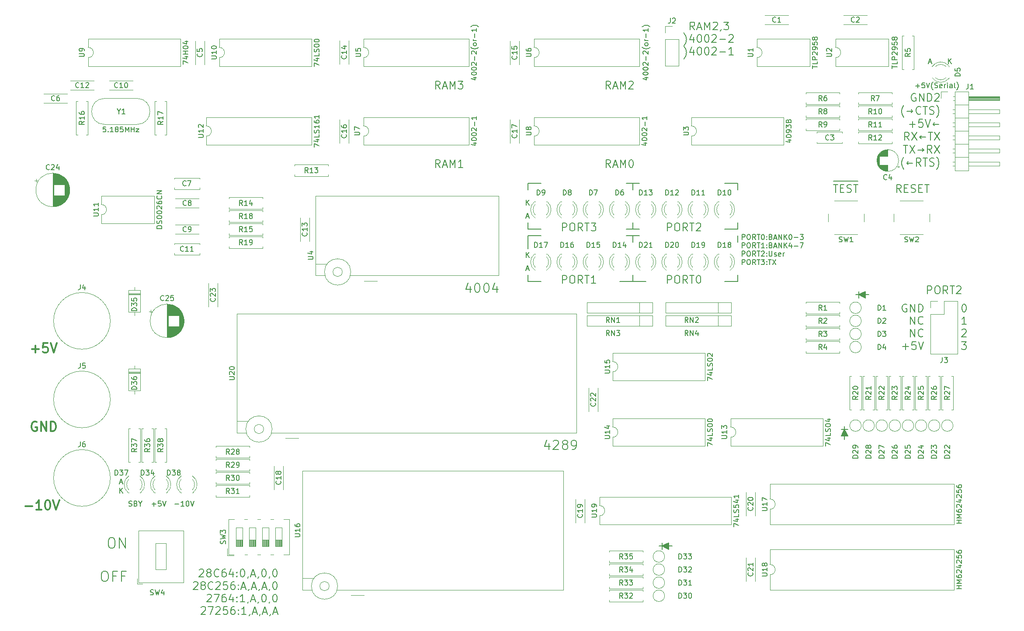
<source format=gbr>
%TF.GenerationSoftware,KiCad,Pcbnew,7.0.1*%
%TF.CreationDate,2023-04-05T20:47:30+09:00*%
%TF.ProjectId,test4004,74657374-3430-4303-942e-6b696361645f,rev?*%
%TF.SameCoordinates,Original*%
%TF.FileFunction,Legend,Top*%
%TF.FilePolarity,Positive*%
%FSLAX46Y46*%
G04 Gerber Fmt 4.6, Leading zero omitted, Abs format (unit mm)*
G04 Created by KiCad (PCBNEW 7.0.1) date 2023-04-05 20:47:30*
%MOMM*%
%LPD*%
G01*
G04 APERTURE LIST*
%ADD10C,0.150000*%
%ADD11C,0.200000*%
%ADD12C,0.300000*%
%ADD13C,0.120000*%
G04 APERTURE END LIST*
D10*
X164465000Y-58420000D02*
X163195000Y-58420000D01*
X161036000Y-84582000D02*
X159766000Y-84582000D01*
X139700000Y-36830000D02*
X139700000Y-38100000D01*
X125095000Y-106553000D02*
X125095000Y-107823000D01*
X165100000Y-58420000D02*
X162560000Y-58420000D01*
X160401000Y-85852000D02*
X160401000Y-84582000D01*
X126365000Y-107823000D02*
X125095000Y-107188000D01*
X126365000Y-106553000D01*
X126365000Y-107823000D01*
G36*
X126365000Y-107823000D02*
G01*
X125095000Y-107188000D01*
X126365000Y-106553000D01*
X126365000Y-107823000D01*
G37*
X99060000Y-55880000D02*
X101600000Y-55880000D01*
X139700000Y-55880000D02*
X137160000Y-55880000D01*
X137160000Y-36830000D02*
X139700000Y-36830000D01*
D11*
X129286000Y-10160000D02*
G75*
G03*
X129286000Y-7620000I-1270000J1270000D01*
G01*
D10*
X160401000Y-86487000D02*
X160401000Y-83947000D01*
X119380000Y-55880000D02*
X116840000Y-55880000D01*
X99060000Y-36830000D02*
X99060000Y-38100000D01*
X118110000Y-46990000D02*
X120650000Y-46990000D01*
X139700000Y-45720000D02*
X137160000Y-45720000D01*
X127000000Y-107188000D02*
X124460000Y-107188000D01*
X139700000Y-44450000D02*
X139700000Y-45720000D01*
X139700000Y-54610000D02*
X139700000Y-55880000D01*
X161036000Y-85852000D02*
X159766000Y-85852000D01*
X160401000Y-84582000D01*
X161036000Y-85852000D01*
G36*
X161036000Y-85852000D02*
G01*
X159766000Y-85852000D01*
X160401000Y-84582000D01*
X161036000Y-85852000D01*
G37*
X99060000Y-54610000D02*
X99060000Y-55880000D01*
X119380000Y-55880000D02*
X121920000Y-55880000D01*
X119380000Y-44450000D02*
X119380000Y-45720000D01*
X99060000Y-36830000D02*
X101600000Y-36830000D01*
X99060000Y-44450000D02*
X99060000Y-45720000D01*
X139700000Y-46990000D02*
X139700000Y-48260000D01*
X119380000Y-54610000D02*
X119380000Y-55880000D01*
X163195000Y-57785000D02*
X163195000Y-59055000D01*
X119380000Y-36830000D02*
X119380000Y-38100000D01*
X99060000Y-45720000D02*
X101600000Y-45720000D01*
X126365000Y-107188000D02*
X125095000Y-107188000D01*
X118110000Y-36830000D02*
X120650000Y-36830000D01*
X101600000Y-46990000D02*
X99060000Y-46990000D01*
X164465000Y-59055000D02*
X163195000Y-58420000D01*
X164465000Y-57785000D01*
X164465000Y-59055000D01*
G36*
X164465000Y-59055000D02*
G01*
X163195000Y-58420000D01*
X164465000Y-57785000D01*
X164465000Y-59055000D01*
G37*
X118110000Y-45720000D02*
X120650000Y-45720000D01*
X119380000Y-46990000D02*
X119380000Y-48260000D01*
D11*
X129286000Y-12700000D02*
G75*
G03*
X129286000Y-10160000I-1270000J1270000D01*
G01*
D10*
X99060000Y-46990000D02*
X99060000Y-49530000D01*
X126087142Y-56204428D02*
X126087142Y-54704428D01*
X126087142Y-54704428D02*
X126658571Y-54704428D01*
X126658571Y-54704428D02*
X126801428Y-54775857D01*
X126801428Y-54775857D02*
X126872857Y-54847285D01*
X126872857Y-54847285D02*
X126944285Y-54990142D01*
X126944285Y-54990142D02*
X126944285Y-55204428D01*
X126944285Y-55204428D02*
X126872857Y-55347285D01*
X126872857Y-55347285D02*
X126801428Y-55418714D01*
X126801428Y-55418714D02*
X126658571Y-55490142D01*
X126658571Y-55490142D02*
X126087142Y-55490142D01*
X127872857Y-54704428D02*
X128158571Y-54704428D01*
X128158571Y-54704428D02*
X128301428Y-54775857D01*
X128301428Y-54775857D02*
X128444285Y-54918714D01*
X128444285Y-54918714D02*
X128515714Y-55204428D01*
X128515714Y-55204428D02*
X128515714Y-55704428D01*
X128515714Y-55704428D02*
X128444285Y-55990142D01*
X128444285Y-55990142D02*
X128301428Y-56133000D01*
X128301428Y-56133000D02*
X128158571Y-56204428D01*
X128158571Y-56204428D02*
X127872857Y-56204428D01*
X127872857Y-56204428D02*
X127730000Y-56133000D01*
X127730000Y-56133000D02*
X127587142Y-55990142D01*
X127587142Y-55990142D02*
X127515714Y-55704428D01*
X127515714Y-55704428D02*
X127515714Y-55204428D01*
X127515714Y-55204428D02*
X127587142Y-54918714D01*
X127587142Y-54918714D02*
X127730000Y-54775857D01*
X127730000Y-54775857D02*
X127872857Y-54704428D01*
X130015714Y-56204428D02*
X129515714Y-55490142D01*
X129158571Y-56204428D02*
X129158571Y-54704428D01*
X129158571Y-54704428D02*
X129730000Y-54704428D01*
X129730000Y-54704428D02*
X129872857Y-54775857D01*
X129872857Y-54775857D02*
X129944286Y-54847285D01*
X129944286Y-54847285D02*
X130015714Y-54990142D01*
X130015714Y-54990142D02*
X130015714Y-55204428D01*
X130015714Y-55204428D02*
X129944286Y-55347285D01*
X129944286Y-55347285D02*
X129872857Y-55418714D01*
X129872857Y-55418714D02*
X129730000Y-55490142D01*
X129730000Y-55490142D02*
X129158571Y-55490142D01*
X130444286Y-54704428D02*
X131301429Y-54704428D01*
X130872857Y-56204428D02*
X130872857Y-54704428D01*
X132087143Y-54704428D02*
X132230000Y-54704428D01*
X132230000Y-54704428D02*
X132372857Y-54775857D01*
X132372857Y-54775857D02*
X132444286Y-54847285D01*
X132444286Y-54847285D02*
X132515714Y-54990142D01*
X132515714Y-54990142D02*
X132587143Y-55275857D01*
X132587143Y-55275857D02*
X132587143Y-55633000D01*
X132587143Y-55633000D02*
X132515714Y-55918714D01*
X132515714Y-55918714D02*
X132444286Y-56061571D01*
X132444286Y-56061571D02*
X132372857Y-56133000D01*
X132372857Y-56133000D02*
X132230000Y-56204428D01*
X132230000Y-56204428D02*
X132087143Y-56204428D01*
X132087143Y-56204428D02*
X131944286Y-56133000D01*
X131944286Y-56133000D02*
X131872857Y-56061571D01*
X131872857Y-56061571D02*
X131801428Y-55918714D01*
X131801428Y-55918714D02*
X131730000Y-55633000D01*
X131730000Y-55633000D02*
X131730000Y-55275857D01*
X131730000Y-55275857D02*
X131801428Y-54990142D01*
X131801428Y-54990142D02*
X131872857Y-54847285D01*
X131872857Y-54847285D02*
X131944286Y-54775857D01*
X131944286Y-54775857D02*
X132087143Y-54704428D01*
X158257857Y-37051428D02*
X159115000Y-37051428D01*
X158686428Y-38551428D02*
X158686428Y-37051428D01*
X159614999Y-37765714D02*
X160114999Y-37765714D01*
X160329285Y-38551428D02*
X159614999Y-38551428D01*
X159614999Y-38551428D02*
X159614999Y-37051428D01*
X159614999Y-37051428D02*
X160329285Y-37051428D01*
X160900714Y-38480000D02*
X161115000Y-38551428D01*
X161115000Y-38551428D02*
X161472142Y-38551428D01*
X161472142Y-38551428D02*
X161615000Y-38480000D01*
X161615000Y-38480000D02*
X161686428Y-38408571D01*
X161686428Y-38408571D02*
X161757857Y-38265714D01*
X161757857Y-38265714D02*
X161757857Y-38122857D01*
X161757857Y-38122857D02*
X161686428Y-37980000D01*
X161686428Y-37980000D02*
X161615000Y-37908571D01*
X161615000Y-37908571D02*
X161472142Y-37837142D01*
X161472142Y-37837142D02*
X161186428Y-37765714D01*
X161186428Y-37765714D02*
X161043571Y-37694285D01*
X161043571Y-37694285D02*
X160972142Y-37622857D01*
X160972142Y-37622857D02*
X160900714Y-37480000D01*
X160900714Y-37480000D02*
X160900714Y-37337142D01*
X160900714Y-37337142D02*
X160972142Y-37194285D01*
X160972142Y-37194285D02*
X161043571Y-37122857D01*
X161043571Y-37122857D02*
X161186428Y-37051428D01*
X161186428Y-37051428D02*
X161543571Y-37051428D01*
X161543571Y-37051428D02*
X161757857Y-37122857D01*
X162186428Y-37051428D02*
X163043571Y-37051428D01*
X162614999Y-38551428D02*
X162614999Y-37051428D01*
X158265000Y-36380000D02*
X163036428Y-36380000D01*
X21780476Y-99398000D02*
X21923333Y-99445619D01*
X21923333Y-99445619D02*
X22161428Y-99445619D01*
X22161428Y-99445619D02*
X22256666Y-99398000D01*
X22256666Y-99398000D02*
X22304285Y-99350380D01*
X22304285Y-99350380D02*
X22351904Y-99255142D01*
X22351904Y-99255142D02*
X22351904Y-99159904D01*
X22351904Y-99159904D02*
X22304285Y-99064666D01*
X22304285Y-99064666D02*
X22256666Y-99017047D01*
X22256666Y-99017047D02*
X22161428Y-98969428D01*
X22161428Y-98969428D02*
X21970952Y-98921809D01*
X21970952Y-98921809D02*
X21875714Y-98874190D01*
X21875714Y-98874190D02*
X21828095Y-98826571D01*
X21828095Y-98826571D02*
X21780476Y-98731333D01*
X21780476Y-98731333D02*
X21780476Y-98636095D01*
X21780476Y-98636095D02*
X21828095Y-98540857D01*
X21828095Y-98540857D02*
X21875714Y-98493238D01*
X21875714Y-98493238D02*
X21970952Y-98445619D01*
X21970952Y-98445619D02*
X22209047Y-98445619D01*
X22209047Y-98445619D02*
X22351904Y-98493238D01*
X23113809Y-98921809D02*
X23256666Y-98969428D01*
X23256666Y-98969428D02*
X23304285Y-99017047D01*
X23304285Y-99017047D02*
X23351904Y-99112285D01*
X23351904Y-99112285D02*
X23351904Y-99255142D01*
X23351904Y-99255142D02*
X23304285Y-99350380D01*
X23304285Y-99350380D02*
X23256666Y-99398000D01*
X23256666Y-99398000D02*
X23161428Y-99445619D01*
X23161428Y-99445619D02*
X22780476Y-99445619D01*
X22780476Y-99445619D02*
X22780476Y-98445619D01*
X22780476Y-98445619D02*
X23113809Y-98445619D01*
X23113809Y-98445619D02*
X23209047Y-98493238D01*
X23209047Y-98493238D02*
X23256666Y-98540857D01*
X23256666Y-98540857D02*
X23304285Y-98636095D01*
X23304285Y-98636095D02*
X23304285Y-98731333D01*
X23304285Y-98731333D02*
X23256666Y-98826571D01*
X23256666Y-98826571D02*
X23209047Y-98874190D01*
X23209047Y-98874190D02*
X23113809Y-98921809D01*
X23113809Y-98921809D02*
X22780476Y-98921809D01*
X23970952Y-98969428D02*
X23970952Y-99445619D01*
X23637619Y-98445619D02*
X23970952Y-98969428D01*
X23970952Y-98969428D02*
X24304285Y-98445619D01*
X98742476Y-43279904D02*
X99218666Y-43279904D01*
X98647238Y-43565619D02*
X98980571Y-42565619D01*
X98980571Y-42565619D02*
X99313904Y-43565619D01*
D12*
X1698571Y-99424000D02*
X3070000Y-99424000D01*
X4869999Y-100109714D02*
X3841428Y-100109714D01*
X4355713Y-100109714D02*
X4355713Y-98309714D01*
X4355713Y-98309714D02*
X4184285Y-98566857D01*
X4184285Y-98566857D02*
X4012856Y-98738285D01*
X4012856Y-98738285D02*
X3841428Y-98824000D01*
X5984285Y-98309714D02*
X6155714Y-98309714D01*
X6155714Y-98309714D02*
X6327142Y-98395428D01*
X6327142Y-98395428D02*
X6412857Y-98481142D01*
X6412857Y-98481142D02*
X6498571Y-98652571D01*
X6498571Y-98652571D02*
X6584285Y-98995428D01*
X6584285Y-98995428D02*
X6584285Y-99424000D01*
X6584285Y-99424000D02*
X6498571Y-99766857D01*
X6498571Y-99766857D02*
X6412857Y-99938285D01*
X6412857Y-99938285D02*
X6327142Y-100024000D01*
X6327142Y-100024000D02*
X6155714Y-100109714D01*
X6155714Y-100109714D02*
X5984285Y-100109714D01*
X5984285Y-100109714D02*
X5812857Y-100024000D01*
X5812857Y-100024000D02*
X5727142Y-99938285D01*
X5727142Y-99938285D02*
X5641428Y-99766857D01*
X5641428Y-99766857D02*
X5555714Y-99424000D01*
X5555714Y-99424000D02*
X5555714Y-98995428D01*
X5555714Y-98995428D02*
X5641428Y-98652571D01*
X5641428Y-98652571D02*
X5727142Y-98481142D01*
X5727142Y-98481142D02*
X5812857Y-98395428D01*
X5812857Y-98395428D02*
X5984285Y-98309714D01*
X7098571Y-98309714D02*
X7698571Y-100109714D01*
X7698571Y-100109714D02*
X8298571Y-98309714D01*
D10*
X20002476Y-94841904D02*
X20478666Y-94841904D01*
X19907238Y-95127619D02*
X20240571Y-94127619D01*
X20240571Y-94127619D02*
X20573904Y-95127619D01*
X180578095Y-13593619D02*
X180578095Y-12593619D01*
X181149523Y-13593619D02*
X180720952Y-13022190D01*
X181149523Y-12593619D02*
X180578095Y-13165047D01*
X26273095Y-99064666D02*
X27035000Y-99064666D01*
X26654047Y-99445619D02*
X26654047Y-98683714D01*
X27987380Y-98445619D02*
X27511190Y-98445619D01*
X27511190Y-98445619D02*
X27463571Y-98921809D01*
X27463571Y-98921809D02*
X27511190Y-98874190D01*
X27511190Y-98874190D02*
X27606428Y-98826571D01*
X27606428Y-98826571D02*
X27844523Y-98826571D01*
X27844523Y-98826571D02*
X27939761Y-98874190D01*
X27939761Y-98874190D02*
X27987380Y-98921809D01*
X27987380Y-98921809D02*
X28034999Y-99017047D01*
X28034999Y-99017047D02*
X28034999Y-99255142D01*
X28034999Y-99255142D02*
X27987380Y-99350380D01*
X27987380Y-99350380D02*
X27939761Y-99398000D01*
X27939761Y-99398000D02*
X27844523Y-99445619D01*
X27844523Y-99445619D02*
X27606428Y-99445619D01*
X27606428Y-99445619D02*
X27511190Y-99398000D01*
X27511190Y-99398000D02*
X27463571Y-99350380D01*
X28320714Y-98445619D02*
X28654047Y-99445619D01*
X28654047Y-99445619D02*
X28987380Y-98445619D01*
X131389285Y-7021428D02*
X130889285Y-6307142D01*
X130532142Y-7021428D02*
X130532142Y-5521428D01*
X130532142Y-5521428D02*
X131103571Y-5521428D01*
X131103571Y-5521428D02*
X131246428Y-5592857D01*
X131246428Y-5592857D02*
X131317857Y-5664285D01*
X131317857Y-5664285D02*
X131389285Y-5807142D01*
X131389285Y-5807142D02*
X131389285Y-6021428D01*
X131389285Y-6021428D02*
X131317857Y-6164285D01*
X131317857Y-6164285D02*
X131246428Y-6235714D01*
X131246428Y-6235714D02*
X131103571Y-6307142D01*
X131103571Y-6307142D02*
X130532142Y-6307142D01*
X131960714Y-6592857D02*
X132675000Y-6592857D01*
X131817857Y-7021428D02*
X132317857Y-5521428D01*
X132317857Y-5521428D02*
X132817857Y-7021428D01*
X133317856Y-7021428D02*
X133317856Y-5521428D01*
X133317856Y-5521428D02*
X133817856Y-6592857D01*
X133817856Y-6592857D02*
X134317856Y-5521428D01*
X134317856Y-5521428D02*
X134317856Y-7021428D01*
X134960714Y-5664285D02*
X135032142Y-5592857D01*
X135032142Y-5592857D02*
X135175000Y-5521428D01*
X135175000Y-5521428D02*
X135532142Y-5521428D01*
X135532142Y-5521428D02*
X135675000Y-5592857D01*
X135675000Y-5592857D02*
X135746428Y-5664285D01*
X135746428Y-5664285D02*
X135817857Y-5807142D01*
X135817857Y-5807142D02*
X135817857Y-5950000D01*
X135817857Y-5950000D02*
X135746428Y-6164285D01*
X135746428Y-6164285D02*
X134889285Y-7021428D01*
X134889285Y-7021428D02*
X135817857Y-7021428D01*
X136532142Y-6950000D02*
X136532142Y-7021428D01*
X136532142Y-7021428D02*
X136460713Y-7164285D01*
X136460713Y-7164285D02*
X136389285Y-7235714D01*
X137032142Y-5521428D02*
X137960714Y-5521428D01*
X137960714Y-5521428D02*
X137460714Y-6092857D01*
X137460714Y-6092857D02*
X137674999Y-6092857D01*
X137674999Y-6092857D02*
X137817857Y-6164285D01*
X137817857Y-6164285D02*
X137889285Y-6235714D01*
X137889285Y-6235714D02*
X137960714Y-6378571D01*
X137960714Y-6378571D02*
X137960714Y-6735714D01*
X137960714Y-6735714D02*
X137889285Y-6878571D01*
X137889285Y-6878571D02*
X137817857Y-6950000D01*
X137817857Y-6950000D02*
X137674999Y-7021428D01*
X137674999Y-7021428D02*
X137246428Y-7021428D01*
X137246428Y-7021428D02*
X137103571Y-6950000D01*
X137103571Y-6950000D02*
X137032142Y-6878571D01*
X131175000Y-8451428D02*
X131175000Y-9451428D01*
X130817857Y-7880000D02*
X130460714Y-8951428D01*
X130460714Y-8951428D02*
X131389285Y-8951428D01*
X132246428Y-7951428D02*
X132389285Y-7951428D01*
X132389285Y-7951428D02*
X132532142Y-8022857D01*
X132532142Y-8022857D02*
X132603571Y-8094285D01*
X132603571Y-8094285D02*
X132674999Y-8237142D01*
X132674999Y-8237142D02*
X132746428Y-8522857D01*
X132746428Y-8522857D02*
X132746428Y-8880000D01*
X132746428Y-8880000D02*
X132674999Y-9165714D01*
X132674999Y-9165714D02*
X132603571Y-9308571D01*
X132603571Y-9308571D02*
X132532142Y-9380000D01*
X132532142Y-9380000D02*
X132389285Y-9451428D01*
X132389285Y-9451428D02*
X132246428Y-9451428D01*
X132246428Y-9451428D02*
X132103571Y-9380000D01*
X132103571Y-9380000D02*
X132032142Y-9308571D01*
X132032142Y-9308571D02*
X131960713Y-9165714D01*
X131960713Y-9165714D02*
X131889285Y-8880000D01*
X131889285Y-8880000D02*
X131889285Y-8522857D01*
X131889285Y-8522857D02*
X131960713Y-8237142D01*
X131960713Y-8237142D02*
X132032142Y-8094285D01*
X132032142Y-8094285D02*
X132103571Y-8022857D01*
X132103571Y-8022857D02*
X132246428Y-7951428D01*
X133674999Y-7951428D02*
X133817856Y-7951428D01*
X133817856Y-7951428D02*
X133960713Y-8022857D01*
X133960713Y-8022857D02*
X134032142Y-8094285D01*
X134032142Y-8094285D02*
X134103570Y-8237142D01*
X134103570Y-8237142D02*
X134174999Y-8522857D01*
X134174999Y-8522857D02*
X134174999Y-8880000D01*
X134174999Y-8880000D02*
X134103570Y-9165714D01*
X134103570Y-9165714D02*
X134032142Y-9308571D01*
X134032142Y-9308571D02*
X133960713Y-9380000D01*
X133960713Y-9380000D02*
X133817856Y-9451428D01*
X133817856Y-9451428D02*
X133674999Y-9451428D01*
X133674999Y-9451428D02*
X133532142Y-9380000D01*
X133532142Y-9380000D02*
X133460713Y-9308571D01*
X133460713Y-9308571D02*
X133389284Y-9165714D01*
X133389284Y-9165714D02*
X133317856Y-8880000D01*
X133317856Y-8880000D02*
X133317856Y-8522857D01*
X133317856Y-8522857D02*
X133389284Y-8237142D01*
X133389284Y-8237142D02*
X133460713Y-8094285D01*
X133460713Y-8094285D02*
X133532142Y-8022857D01*
X133532142Y-8022857D02*
X133674999Y-7951428D01*
X134746427Y-8094285D02*
X134817855Y-8022857D01*
X134817855Y-8022857D02*
X134960713Y-7951428D01*
X134960713Y-7951428D02*
X135317855Y-7951428D01*
X135317855Y-7951428D02*
X135460713Y-8022857D01*
X135460713Y-8022857D02*
X135532141Y-8094285D01*
X135532141Y-8094285D02*
X135603570Y-8237142D01*
X135603570Y-8237142D02*
X135603570Y-8380000D01*
X135603570Y-8380000D02*
X135532141Y-8594285D01*
X135532141Y-8594285D02*
X134674998Y-9451428D01*
X134674998Y-9451428D02*
X135603570Y-9451428D01*
X136246426Y-8880000D02*
X137389284Y-8880000D01*
X138032141Y-8094285D02*
X138103569Y-8022857D01*
X138103569Y-8022857D02*
X138246427Y-7951428D01*
X138246427Y-7951428D02*
X138603569Y-7951428D01*
X138603569Y-7951428D02*
X138746427Y-8022857D01*
X138746427Y-8022857D02*
X138817855Y-8094285D01*
X138817855Y-8094285D02*
X138889284Y-8237142D01*
X138889284Y-8237142D02*
X138889284Y-8380000D01*
X138889284Y-8380000D02*
X138817855Y-8594285D01*
X138817855Y-8594285D02*
X137960712Y-9451428D01*
X137960712Y-9451428D02*
X138889284Y-9451428D01*
X131175000Y-10881428D02*
X131175000Y-11881428D01*
X130817857Y-10310000D02*
X130460714Y-11381428D01*
X130460714Y-11381428D02*
X131389285Y-11381428D01*
X132246428Y-10381428D02*
X132389285Y-10381428D01*
X132389285Y-10381428D02*
X132532142Y-10452857D01*
X132532142Y-10452857D02*
X132603571Y-10524285D01*
X132603571Y-10524285D02*
X132674999Y-10667142D01*
X132674999Y-10667142D02*
X132746428Y-10952857D01*
X132746428Y-10952857D02*
X132746428Y-11310000D01*
X132746428Y-11310000D02*
X132674999Y-11595714D01*
X132674999Y-11595714D02*
X132603571Y-11738571D01*
X132603571Y-11738571D02*
X132532142Y-11810000D01*
X132532142Y-11810000D02*
X132389285Y-11881428D01*
X132389285Y-11881428D02*
X132246428Y-11881428D01*
X132246428Y-11881428D02*
X132103571Y-11810000D01*
X132103571Y-11810000D02*
X132032142Y-11738571D01*
X132032142Y-11738571D02*
X131960713Y-11595714D01*
X131960713Y-11595714D02*
X131889285Y-11310000D01*
X131889285Y-11310000D02*
X131889285Y-10952857D01*
X131889285Y-10952857D02*
X131960713Y-10667142D01*
X131960713Y-10667142D02*
X132032142Y-10524285D01*
X132032142Y-10524285D02*
X132103571Y-10452857D01*
X132103571Y-10452857D02*
X132246428Y-10381428D01*
X133674999Y-10381428D02*
X133817856Y-10381428D01*
X133817856Y-10381428D02*
X133960713Y-10452857D01*
X133960713Y-10452857D02*
X134032142Y-10524285D01*
X134032142Y-10524285D02*
X134103570Y-10667142D01*
X134103570Y-10667142D02*
X134174999Y-10952857D01*
X134174999Y-10952857D02*
X134174999Y-11310000D01*
X134174999Y-11310000D02*
X134103570Y-11595714D01*
X134103570Y-11595714D02*
X134032142Y-11738571D01*
X134032142Y-11738571D02*
X133960713Y-11810000D01*
X133960713Y-11810000D02*
X133817856Y-11881428D01*
X133817856Y-11881428D02*
X133674999Y-11881428D01*
X133674999Y-11881428D02*
X133532142Y-11810000D01*
X133532142Y-11810000D02*
X133460713Y-11738571D01*
X133460713Y-11738571D02*
X133389284Y-11595714D01*
X133389284Y-11595714D02*
X133317856Y-11310000D01*
X133317856Y-11310000D02*
X133317856Y-10952857D01*
X133317856Y-10952857D02*
X133389284Y-10667142D01*
X133389284Y-10667142D02*
X133460713Y-10524285D01*
X133460713Y-10524285D02*
X133532142Y-10452857D01*
X133532142Y-10452857D02*
X133674999Y-10381428D01*
X134746427Y-10524285D02*
X134817855Y-10452857D01*
X134817855Y-10452857D02*
X134960713Y-10381428D01*
X134960713Y-10381428D02*
X135317855Y-10381428D01*
X135317855Y-10381428D02*
X135460713Y-10452857D01*
X135460713Y-10452857D02*
X135532141Y-10524285D01*
X135532141Y-10524285D02*
X135603570Y-10667142D01*
X135603570Y-10667142D02*
X135603570Y-10810000D01*
X135603570Y-10810000D02*
X135532141Y-11024285D01*
X135532141Y-11024285D02*
X134674998Y-11881428D01*
X134674998Y-11881428D02*
X135603570Y-11881428D01*
X136246426Y-11310000D02*
X137389284Y-11310000D01*
X138889284Y-11881428D02*
X138032141Y-11881428D01*
X138460712Y-11881428D02*
X138460712Y-10381428D01*
X138460712Y-10381428D02*
X138317855Y-10595714D01*
X138317855Y-10595714D02*
X138174998Y-10738571D01*
X138174998Y-10738571D02*
X138032141Y-10810000D01*
X176720476Y-13307904D02*
X177196666Y-13307904D01*
X176625238Y-13593619D02*
X176958571Y-12593619D01*
X176958571Y-12593619D02*
X177291904Y-13593619D01*
X183522857Y-60241428D02*
X183665714Y-60241428D01*
X183665714Y-60241428D02*
X183808571Y-60312857D01*
X183808571Y-60312857D02*
X183880000Y-60384285D01*
X183880000Y-60384285D02*
X183951428Y-60527142D01*
X183951428Y-60527142D02*
X184022857Y-60812857D01*
X184022857Y-60812857D02*
X184022857Y-61170000D01*
X184022857Y-61170000D02*
X183951428Y-61455714D01*
X183951428Y-61455714D02*
X183880000Y-61598571D01*
X183880000Y-61598571D02*
X183808571Y-61670000D01*
X183808571Y-61670000D02*
X183665714Y-61741428D01*
X183665714Y-61741428D02*
X183522857Y-61741428D01*
X183522857Y-61741428D02*
X183380000Y-61670000D01*
X183380000Y-61670000D02*
X183308571Y-61598571D01*
X183308571Y-61598571D02*
X183237142Y-61455714D01*
X183237142Y-61455714D02*
X183165714Y-61170000D01*
X183165714Y-61170000D02*
X183165714Y-60812857D01*
X183165714Y-60812857D02*
X183237142Y-60527142D01*
X183237142Y-60527142D02*
X183308571Y-60384285D01*
X183308571Y-60384285D02*
X183380000Y-60312857D01*
X183380000Y-60312857D02*
X183522857Y-60241428D01*
X184022857Y-64171428D02*
X183165714Y-64171428D01*
X183594285Y-64171428D02*
X183594285Y-62671428D01*
X183594285Y-62671428D02*
X183451428Y-62885714D01*
X183451428Y-62885714D02*
X183308571Y-63028571D01*
X183308571Y-63028571D02*
X183165714Y-63100000D01*
X183165714Y-65244285D02*
X183237142Y-65172857D01*
X183237142Y-65172857D02*
X183380000Y-65101428D01*
X183380000Y-65101428D02*
X183737142Y-65101428D01*
X183737142Y-65101428D02*
X183880000Y-65172857D01*
X183880000Y-65172857D02*
X183951428Y-65244285D01*
X183951428Y-65244285D02*
X184022857Y-65387142D01*
X184022857Y-65387142D02*
X184022857Y-65530000D01*
X184022857Y-65530000D02*
X183951428Y-65744285D01*
X183951428Y-65744285D02*
X183094285Y-66601428D01*
X183094285Y-66601428D02*
X184022857Y-66601428D01*
X183094285Y-67531428D02*
X184022857Y-67531428D01*
X184022857Y-67531428D02*
X183522857Y-68102857D01*
X183522857Y-68102857D02*
X183737142Y-68102857D01*
X183737142Y-68102857D02*
X183880000Y-68174285D01*
X183880000Y-68174285D02*
X183951428Y-68245714D01*
X183951428Y-68245714D02*
X184022857Y-68388571D01*
X184022857Y-68388571D02*
X184022857Y-68745714D01*
X184022857Y-68745714D02*
X183951428Y-68888571D01*
X183951428Y-68888571D02*
X183880000Y-68960000D01*
X183880000Y-68960000D02*
X183737142Y-69031428D01*
X183737142Y-69031428D02*
X183308571Y-69031428D01*
X183308571Y-69031428D02*
X183165714Y-68960000D01*
X183165714Y-68960000D02*
X183094285Y-68888571D01*
X105767142Y-56204428D02*
X105767142Y-54704428D01*
X105767142Y-54704428D02*
X106338571Y-54704428D01*
X106338571Y-54704428D02*
X106481428Y-54775857D01*
X106481428Y-54775857D02*
X106552857Y-54847285D01*
X106552857Y-54847285D02*
X106624285Y-54990142D01*
X106624285Y-54990142D02*
X106624285Y-55204428D01*
X106624285Y-55204428D02*
X106552857Y-55347285D01*
X106552857Y-55347285D02*
X106481428Y-55418714D01*
X106481428Y-55418714D02*
X106338571Y-55490142D01*
X106338571Y-55490142D02*
X105767142Y-55490142D01*
X107552857Y-54704428D02*
X107838571Y-54704428D01*
X107838571Y-54704428D02*
X107981428Y-54775857D01*
X107981428Y-54775857D02*
X108124285Y-54918714D01*
X108124285Y-54918714D02*
X108195714Y-55204428D01*
X108195714Y-55204428D02*
X108195714Y-55704428D01*
X108195714Y-55704428D02*
X108124285Y-55990142D01*
X108124285Y-55990142D02*
X107981428Y-56133000D01*
X107981428Y-56133000D02*
X107838571Y-56204428D01*
X107838571Y-56204428D02*
X107552857Y-56204428D01*
X107552857Y-56204428D02*
X107410000Y-56133000D01*
X107410000Y-56133000D02*
X107267142Y-55990142D01*
X107267142Y-55990142D02*
X107195714Y-55704428D01*
X107195714Y-55704428D02*
X107195714Y-55204428D01*
X107195714Y-55204428D02*
X107267142Y-54918714D01*
X107267142Y-54918714D02*
X107410000Y-54775857D01*
X107410000Y-54775857D02*
X107552857Y-54704428D01*
X109695714Y-56204428D02*
X109195714Y-55490142D01*
X108838571Y-56204428D02*
X108838571Y-54704428D01*
X108838571Y-54704428D02*
X109410000Y-54704428D01*
X109410000Y-54704428D02*
X109552857Y-54775857D01*
X109552857Y-54775857D02*
X109624286Y-54847285D01*
X109624286Y-54847285D02*
X109695714Y-54990142D01*
X109695714Y-54990142D02*
X109695714Y-55204428D01*
X109695714Y-55204428D02*
X109624286Y-55347285D01*
X109624286Y-55347285D02*
X109552857Y-55418714D01*
X109552857Y-55418714D02*
X109410000Y-55490142D01*
X109410000Y-55490142D02*
X108838571Y-55490142D01*
X110124286Y-54704428D02*
X110981429Y-54704428D01*
X110552857Y-56204428D02*
X110552857Y-54704428D01*
X112267143Y-56204428D02*
X111410000Y-56204428D01*
X111838571Y-56204428D02*
X111838571Y-54704428D01*
X111838571Y-54704428D02*
X111695714Y-54918714D01*
X111695714Y-54918714D02*
X111552857Y-55061571D01*
X111552857Y-55061571D02*
X111410000Y-55133000D01*
X18256666Y-105575238D02*
X18637619Y-105575238D01*
X18637619Y-105575238D02*
X18828095Y-105670476D01*
X18828095Y-105670476D02*
X19018571Y-105860952D01*
X19018571Y-105860952D02*
X19113809Y-106241904D01*
X19113809Y-106241904D02*
X19113809Y-106908571D01*
X19113809Y-106908571D02*
X19018571Y-107289523D01*
X19018571Y-107289523D02*
X18828095Y-107480000D01*
X18828095Y-107480000D02*
X18637619Y-107575238D01*
X18637619Y-107575238D02*
X18256666Y-107575238D01*
X18256666Y-107575238D02*
X18066190Y-107480000D01*
X18066190Y-107480000D02*
X17875714Y-107289523D01*
X17875714Y-107289523D02*
X17780476Y-106908571D01*
X17780476Y-106908571D02*
X17780476Y-106241904D01*
X17780476Y-106241904D02*
X17875714Y-105860952D01*
X17875714Y-105860952D02*
X18066190Y-105670476D01*
X18066190Y-105670476D02*
X18256666Y-105575238D01*
X19970952Y-107575238D02*
X19970952Y-105575238D01*
X19970952Y-105575238D02*
X21113809Y-107575238D01*
X21113809Y-107575238D02*
X21113809Y-105575238D01*
X16923332Y-112055238D02*
X17304285Y-112055238D01*
X17304285Y-112055238D02*
X17494761Y-112150476D01*
X17494761Y-112150476D02*
X17685237Y-112340952D01*
X17685237Y-112340952D02*
X17780475Y-112721904D01*
X17780475Y-112721904D02*
X17780475Y-113388571D01*
X17780475Y-113388571D02*
X17685237Y-113769523D01*
X17685237Y-113769523D02*
X17494761Y-113960000D01*
X17494761Y-113960000D02*
X17304285Y-114055238D01*
X17304285Y-114055238D02*
X16923332Y-114055238D01*
X16923332Y-114055238D02*
X16732856Y-113960000D01*
X16732856Y-113960000D02*
X16542380Y-113769523D01*
X16542380Y-113769523D02*
X16447142Y-113388571D01*
X16447142Y-113388571D02*
X16447142Y-112721904D01*
X16447142Y-112721904D02*
X16542380Y-112340952D01*
X16542380Y-112340952D02*
X16732856Y-112150476D01*
X16732856Y-112150476D02*
X16923332Y-112055238D01*
X19304285Y-113007619D02*
X18637618Y-113007619D01*
X18637618Y-114055238D02*
X18637618Y-112055238D01*
X18637618Y-112055238D02*
X19589999Y-112055238D01*
X21018571Y-113007619D02*
X20351904Y-113007619D01*
X20351904Y-114055238D02*
X20351904Y-112055238D01*
X20351904Y-112055238D02*
X21304285Y-112055238D01*
D12*
X2968571Y-68944000D02*
X4340000Y-68944000D01*
X3654285Y-69629714D02*
X3654285Y-68258285D01*
X6054285Y-67829714D02*
X5197142Y-67829714D01*
X5197142Y-67829714D02*
X5111428Y-68686857D01*
X5111428Y-68686857D02*
X5197142Y-68601142D01*
X5197142Y-68601142D02*
X5368571Y-68515428D01*
X5368571Y-68515428D02*
X5797142Y-68515428D01*
X5797142Y-68515428D02*
X5968571Y-68601142D01*
X5968571Y-68601142D02*
X6054285Y-68686857D01*
X6054285Y-68686857D02*
X6139999Y-68858285D01*
X6139999Y-68858285D02*
X6139999Y-69286857D01*
X6139999Y-69286857D02*
X6054285Y-69458285D01*
X6054285Y-69458285D02*
X5968571Y-69544000D01*
X5968571Y-69544000D02*
X5797142Y-69629714D01*
X5797142Y-69629714D02*
X5368571Y-69629714D01*
X5368571Y-69629714D02*
X5197142Y-69544000D01*
X5197142Y-69544000D02*
X5111428Y-69458285D01*
X6654285Y-67829714D02*
X7254285Y-69629714D01*
X7254285Y-69629714D02*
X7854285Y-67829714D01*
D10*
X174212857Y-19434119D02*
X174070000Y-19360309D01*
X174070000Y-19360309D02*
X173855714Y-19360309D01*
X173855714Y-19360309D02*
X173641428Y-19434119D01*
X173641428Y-19434119D02*
X173498571Y-19581738D01*
X173498571Y-19581738D02*
X173427142Y-19729357D01*
X173427142Y-19729357D02*
X173355714Y-20024595D01*
X173355714Y-20024595D02*
X173355714Y-20246023D01*
X173355714Y-20246023D02*
X173427142Y-20541261D01*
X173427142Y-20541261D02*
X173498571Y-20688880D01*
X173498571Y-20688880D02*
X173641428Y-20836500D01*
X173641428Y-20836500D02*
X173855714Y-20910309D01*
X173855714Y-20910309D02*
X173998571Y-20910309D01*
X173998571Y-20910309D02*
X174212857Y-20836500D01*
X174212857Y-20836500D02*
X174284285Y-20762690D01*
X174284285Y-20762690D02*
X174284285Y-20246023D01*
X174284285Y-20246023D02*
X173998571Y-20246023D01*
X174927142Y-20910309D02*
X174927142Y-19360309D01*
X174927142Y-19360309D02*
X175784285Y-20910309D01*
X175784285Y-20910309D02*
X175784285Y-19360309D01*
X176498571Y-20910309D02*
X176498571Y-19360309D01*
X176498571Y-19360309D02*
X176855714Y-19360309D01*
X176855714Y-19360309D02*
X177070000Y-19434119D01*
X177070000Y-19434119D02*
X177212857Y-19581738D01*
X177212857Y-19581738D02*
X177284286Y-19729357D01*
X177284286Y-19729357D02*
X177355714Y-20024595D01*
X177355714Y-20024595D02*
X177355714Y-20246023D01*
X177355714Y-20246023D02*
X177284286Y-20541261D01*
X177284286Y-20541261D02*
X177212857Y-20688880D01*
X177212857Y-20688880D02*
X177070000Y-20836500D01*
X177070000Y-20836500D02*
X176855714Y-20910309D01*
X176855714Y-20910309D02*
X176498571Y-20910309D01*
X177927143Y-19507928D02*
X177998571Y-19434119D01*
X177998571Y-19434119D02*
X178141429Y-19360309D01*
X178141429Y-19360309D02*
X178498571Y-19360309D01*
X178498571Y-19360309D02*
X178641429Y-19434119D01*
X178641429Y-19434119D02*
X178712857Y-19507928D01*
X178712857Y-19507928D02*
X178784286Y-19655547D01*
X178784286Y-19655547D02*
X178784286Y-19803166D01*
X178784286Y-19803166D02*
X178712857Y-20024595D01*
X178712857Y-20024595D02*
X177855714Y-20910309D01*
X177855714Y-20910309D02*
X178784286Y-20910309D01*
X171927143Y-24011785D02*
X171855714Y-23937976D01*
X171855714Y-23937976D02*
X171712857Y-23716547D01*
X171712857Y-23716547D02*
X171641429Y-23568928D01*
X171641429Y-23568928D02*
X171570000Y-23347500D01*
X171570000Y-23347500D02*
X171498571Y-22978452D01*
X171498571Y-22978452D02*
X171498571Y-22683214D01*
X171498571Y-22683214D02*
X171570000Y-22314166D01*
X171570000Y-22314166D02*
X171641429Y-22092738D01*
X171641429Y-22092738D02*
X171712857Y-21945119D01*
X171712857Y-21945119D02*
X171855714Y-21723690D01*
X171855714Y-21723690D02*
X171927143Y-21649880D01*
X172498571Y-22830833D02*
X173641429Y-22830833D01*
X173355714Y-23126071D02*
X173641429Y-22830833D01*
X173641429Y-22830833D02*
X173355714Y-22535595D01*
X175212857Y-23273690D02*
X175141429Y-23347500D01*
X175141429Y-23347500D02*
X174927143Y-23421309D01*
X174927143Y-23421309D02*
X174784286Y-23421309D01*
X174784286Y-23421309D02*
X174570000Y-23347500D01*
X174570000Y-23347500D02*
X174427143Y-23199880D01*
X174427143Y-23199880D02*
X174355714Y-23052261D01*
X174355714Y-23052261D02*
X174284286Y-22757023D01*
X174284286Y-22757023D02*
X174284286Y-22535595D01*
X174284286Y-22535595D02*
X174355714Y-22240357D01*
X174355714Y-22240357D02*
X174427143Y-22092738D01*
X174427143Y-22092738D02*
X174570000Y-21945119D01*
X174570000Y-21945119D02*
X174784286Y-21871309D01*
X174784286Y-21871309D02*
X174927143Y-21871309D01*
X174927143Y-21871309D02*
X175141429Y-21945119D01*
X175141429Y-21945119D02*
X175212857Y-22018928D01*
X175641429Y-21871309D02*
X176498572Y-21871309D01*
X176070000Y-23421309D02*
X176070000Y-21871309D01*
X176927143Y-23347500D02*
X177141429Y-23421309D01*
X177141429Y-23421309D02*
X177498571Y-23421309D01*
X177498571Y-23421309D02*
X177641429Y-23347500D01*
X177641429Y-23347500D02*
X177712857Y-23273690D01*
X177712857Y-23273690D02*
X177784286Y-23126071D01*
X177784286Y-23126071D02*
X177784286Y-22978452D01*
X177784286Y-22978452D02*
X177712857Y-22830833D01*
X177712857Y-22830833D02*
X177641429Y-22757023D01*
X177641429Y-22757023D02*
X177498571Y-22683214D01*
X177498571Y-22683214D02*
X177212857Y-22609404D01*
X177212857Y-22609404D02*
X177070000Y-22535595D01*
X177070000Y-22535595D02*
X176998571Y-22461785D01*
X176998571Y-22461785D02*
X176927143Y-22314166D01*
X176927143Y-22314166D02*
X176927143Y-22166547D01*
X176927143Y-22166547D02*
X176998571Y-22018928D01*
X176998571Y-22018928D02*
X177070000Y-21945119D01*
X177070000Y-21945119D02*
X177212857Y-21871309D01*
X177212857Y-21871309D02*
X177570000Y-21871309D01*
X177570000Y-21871309D02*
X177784286Y-21945119D01*
X178284285Y-24011785D02*
X178355714Y-23937976D01*
X178355714Y-23937976D02*
X178498571Y-23716547D01*
X178498571Y-23716547D02*
X178570000Y-23568928D01*
X178570000Y-23568928D02*
X178641428Y-23347500D01*
X178641428Y-23347500D02*
X178712857Y-22978452D01*
X178712857Y-22978452D02*
X178712857Y-22683214D01*
X178712857Y-22683214D02*
X178641428Y-22314166D01*
X178641428Y-22314166D02*
X178570000Y-22092738D01*
X178570000Y-22092738D02*
X178498571Y-21945119D01*
X178498571Y-21945119D02*
X178355714Y-21723690D01*
X178355714Y-21723690D02*
X178284285Y-21649880D01*
X172998571Y-25341833D02*
X174141429Y-25341833D01*
X173570000Y-25932309D02*
X173570000Y-24751357D01*
X175570000Y-24382309D02*
X174855714Y-24382309D01*
X174855714Y-24382309D02*
X174784286Y-25120404D01*
X174784286Y-25120404D02*
X174855714Y-25046595D01*
X174855714Y-25046595D02*
X174998572Y-24972785D01*
X174998572Y-24972785D02*
X175355714Y-24972785D01*
X175355714Y-24972785D02*
X175498572Y-25046595D01*
X175498572Y-25046595D02*
X175570000Y-25120404D01*
X175570000Y-25120404D02*
X175641429Y-25268023D01*
X175641429Y-25268023D02*
X175641429Y-25637071D01*
X175641429Y-25637071D02*
X175570000Y-25784690D01*
X175570000Y-25784690D02*
X175498572Y-25858500D01*
X175498572Y-25858500D02*
X175355714Y-25932309D01*
X175355714Y-25932309D02*
X174998572Y-25932309D01*
X174998572Y-25932309D02*
X174855714Y-25858500D01*
X174855714Y-25858500D02*
X174784286Y-25784690D01*
X176070000Y-24382309D02*
X176570000Y-25932309D01*
X176570000Y-25932309D02*
X177070000Y-24382309D01*
X178712857Y-25341833D02*
X177569999Y-25341833D01*
X177855714Y-25637071D02*
X177569999Y-25341833D01*
X177569999Y-25341833D02*
X177855714Y-25046595D01*
X172927143Y-28443309D02*
X172427143Y-27705214D01*
X172070000Y-28443309D02*
X172070000Y-26893309D01*
X172070000Y-26893309D02*
X172641429Y-26893309D01*
X172641429Y-26893309D02*
X172784286Y-26967119D01*
X172784286Y-26967119D02*
X172855715Y-27040928D01*
X172855715Y-27040928D02*
X172927143Y-27188547D01*
X172927143Y-27188547D02*
X172927143Y-27409976D01*
X172927143Y-27409976D02*
X172855715Y-27557595D01*
X172855715Y-27557595D02*
X172784286Y-27631404D01*
X172784286Y-27631404D02*
X172641429Y-27705214D01*
X172641429Y-27705214D02*
X172070000Y-27705214D01*
X173427143Y-26893309D02*
X174427143Y-28443309D01*
X174427143Y-26893309D02*
X173427143Y-28443309D01*
X176141429Y-27852833D02*
X174998571Y-27852833D01*
X175284286Y-28148071D02*
X174998571Y-27852833D01*
X174998571Y-27852833D02*
X175284286Y-27557595D01*
X176641429Y-26893309D02*
X177498572Y-26893309D01*
X177070000Y-28443309D02*
X177070000Y-26893309D01*
X177855714Y-26893309D02*
X178855714Y-28443309D01*
X178855714Y-26893309D02*
X177855714Y-28443309D01*
X171855715Y-29404309D02*
X172712858Y-29404309D01*
X172284286Y-30954309D02*
X172284286Y-29404309D01*
X173070000Y-29404309D02*
X174070000Y-30954309D01*
X174070000Y-29404309D02*
X173070000Y-30954309D01*
X174641428Y-30363833D02*
X175784286Y-30363833D01*
X175498571Y-30659071D02*
X175784286Y-30363833D01*
X175784286Y-30363833D02*
X175498571Y-30068595D01*
X177355714Y-30954309D02*
X176855714Y-30216214D01*
X176498571Y-30954309D02*
X176498571Y-29404309D01*
X176498571Y-29404309D02*
X177070000Y-29404309D01*
X177070000Y-29404309D02*
X177212857Y-29478119D01*
X177212857Y-29478119D02*
X177284286Y-29551928D01*
X177284286Y-29551928D02*
X177355714Y-29699547D01*
X177355714Y-29699547D02*
X177355714Y-29920976D01*
X177355714Y-29920976D02*
X177284286Y-30068595D01*
X177284286Y-30068595D02*
X177212857Y-30142404D01*
X177212857Y-30142404D02*
X177070000Y-30216214D01*
X177070000Y-30216214D02*
X176498571Y-30216214D01*
X177855714Y-29404309D02*
X178855714Y-30954309D01*
X178855714Y-29404309D02*
X177855714Y-30954309D01*
X171927143Y-34055785D02*
X171855714Y-33981976D01*
X171855714Y-33981976D02*
X171712857Y-33760547D01*
X171712857Y-33760547D02*
X171641429Y-33612928D01*
X171641429Y-33612928D02*
X171570000Y-33391500D01*
X171570000Y-33391500D02*
X171498571Y-33022452D01*
X171498571Y-33022452D02*
X171498571Y-32727214D01*
X171498571Y-32727214D02*
X171570000Y-32358166D01*
X171570000Y-32358166D02*
X171641429Y-32136738D01*
X171641429Y-32136738D02*
X171712857Y-31989119D01*
X171712857Y-31989119D02*
X171855714Y-31767690D01*
X171855714Y-31767690D02*
X171927143Y-31693880D01*
X173641429Y-32874833D02*
X172498571Y-32874833D01*
X172784286Y-33170071D02*
X172498571Y-32874833D01*
X172498571Y-32874833D02*
X172784286Y-32579595D01*
X175212857Y-33465309D02*
X174712857Y-32727214D01*
X174355714Y-33465309D02*
X174355714Y-31915309D01*
X174355714Y-31915309D02*
X174927143Y-31915309D01*
X174927143Y-31915309D02*
X175070000Y-31989119D01*
X175070000Y-31989119D02*
X175141429Y-32062928D01*
X175141429Y-32062928D02*
X175212857Y-32210547D01*
X175212857Y-32210547D02*
X175212857Y-32431976D01*
X175212857Y-32431976D02*
X175141429Y-32579595D01*
X175141429Y-32579595D02*
X175070000Y-32653404D01*
X175070000Y-32653404D02*
X174927143Y-32727214D01*
X174927143Y-32727214D02*
X174355714Y-32727214D01*
X175641429Y-31915309D02*
X176498572Y-31915309D01*
X176070000Y-33465309D02*
X176070000Y-31915309D01*
X176927143Y-33391500D02*
X177141429Y-33465309D01*
X177141429Y-33465309D02*
X177498571Y-33465309D01*
X177498571Y-33465309D02*
X177641429Y-33391500D01*
X177641429Y-33391500D02*
X177712857Y-33317690D01*
X177712857Y-33317690D02*
X177784286Y-33170071D01*
X177784286Y-33170071D02*
X177784286Y-33022452D01*
X177784286Y-33022452D02*
X177712857Y-32874833D01*
X177712857Y-32874833D02*
X177641429Y-32801023D01*
X177641429Y-32801023D02*
X177498571Y-32727214D01*
X177498571Y-32727214D02*
X177212857Y-32653404D01*
X177212857Y-32653404D02*
X177070000Y-32579595D01*
X177070000Y-32579595D02*
X176998571Y-32505785D01*
X176998571Y-32505785D02*
X176927143Y-32358166D01*
X176927143Y-32358166D02*
X176927143Y-32210547D01*
X176927143Y-32210547D02*
X176998571Y-32062928D01*
X176998571Y-32062928D02*
X177070000Y-31989119D01*
X177070000Y-31989119D02*
X177212857Y-31915309D01*
X177212857Y-31915309D02*
X177570000Y-31915309D01*
X177570000Y-31915309D02*
X177784286Y-31989119D01*
X178284285Y-34055785D02*
X178355714Y-33981976D01*
X178355714Y-33981976D02*
X178498571Y-33760547D01*
X178498571Y-33760547D02*
X178570000Y-33612928D01*
X178570000Y-33612928D02*
X178641428Y-33391500D01*
X178641428Y-33391500D02*
X178712857Y-33022452D01*
X178712857Y-33022452D02*
X178712857Y-32727214D01*
X178712857Y-32727214D02*
X178641428Y-32358166D01*
X178641428Y-32358166D02*
X178570000Y-32136738D01*
X178570000Y-32136738D02*
X178498571Y-31989119D01*
X178498571Y-31989119D02*
X178355714Y-31767690D01*
X178355714Y-31767690D02*
X178284285Y-31693880D01*
X172466428Y-60312857D02*
X172323571Y-60241428D01*
X172323571Y-60241428D02*
X172109285Y-60241428D01*
X172109285Y-60241428D02*
X171894999Y-60312857D01*
X171894999Y-60312857D02*
X171752142Y-60455714D01*
X171752142Y-60455714D02*
X171680713Y-60598571D01*
X171680713Y-60598571D02*
X171609285Y-60884285D01*
X171609285Y-60884285D02*
X171609285Y-61098571D01*
X171609285Y-61098571D02*
X171680713Y-61384285D01*
X171680713Y-61384285D02*
X171752142Y-61527142D01*
X171752142Y-61527142D02*
X171894999Y-61670000D01*
X171894999Y-61670000D02*
X172109285Y-61741428D01*
X172109285Y-61741428D02*
X172252142Y-61741428D01*
X172252142Y-61741428D02*
X172466428Y-61670000D01*
X172466428Y-61670000D02*
X172537856Y-61598571D01*
X172537856Y-61598571D02*
X172537856Y-61098571D01*
X172537856Y-61098571D02*
X172252142Y-61098571D01*
X173180713Y-61741428D02*
X173180713Y-60241428D01*
X173180713Y-60241428D02*
X174037856Y-61741428D01*
X174037856Y-61741428D02*
X174037856Y-60241428D01*
X174752142Y-61741428D02*
X174752142Y-60241428D01*
X174752142Y-60241428D02*
X175109285Y-60241428D01*
X175109285Y-60241428D02*
X175323571Y-60312857D01*
X175323571Y-60312857D02*
X175466428Y-60455714D01*
X175466428Y-60455714D02*
X175537857Y-60598571D01*
X175537857Y-60598571D02*
X175609285Y-60884285D01*
X175609285Y-60884285D02*
X175609285Y-61098571D01*
X175609285Y-61098571D02*
X175537857Y-61384285D01*
X175537857Y-61384285D02*
X175466428Y-61527142D01*
X175466428Y-61527142D02*
X175323571Y-61670000D01*
X175323571Y-61670000D02*
X175109285Y-61741428D01*
X175109285Y-61741428D02*
X174752142Y-61741428D01*
X173180713Y-64171428D02*
X173180713Y-62671428D01*
X173180713Y-62671428D02*
X174037856Y-64171428D01*
X174037856Y-64171428D02*
X174037856Y-62671428D01*
X175609285Y-64028571D02*
X175537857Y-64100000D01*
X175537857Y-64100000D02*
X175323571Y-64171428D01*
X175323571Y-64171428D02*
X175180714Y-64171428D01*
X175180714Y-64171428D02*
X174966428Y-64100000D01*
X174966428Y-64100000D02*
X174823571Y-63957142D01*
X174823571Y-63957142D02*
X174752142Y-63814285D01*
X174752142Y-63814285D02*
X174680714Y-63528571D01*
X174680714Y-63528571D02*
X174680714Y-63314285D01*
X174680714Y-63314285D02*
X174752142Y-63028571D01*
X174752142Y-63028571D02*
X174823571Y-62885714D01*
X174823571Y-62885714D02*
X174966428Y-62742857D01*
X174966428Y-62742857D02*
X175180714Y-62671428D01*
X175180714Y-62671428D02*
X175323571Y-62671428D01*
X175323571Y-62671428D02*
X175537857Y-62742857D01*
X175537857Y-62742857D02*
X175609285Y-62814285D01*
X173180713Y-66601428D02*
X173180713Y-65101428D01*
X173180713Y-65101428D02*
X174037856Y-66601428D01*
X174037856Y-66601428D02*
X174037856Y-65101428D01*
X175609285Y-66458571D02*
X175537857Y-66530000D01*
X175537857Y-66530000D02*
X175323571Y-66601428D01*
X175323571Y-66601428D02*
X175180714Y-66601428D01*
X175180714Y-66601428D02*
X174966428Y-66530000D01*
X174966428Y-66530000D02*
X174823571Y-66387142D01*
X174823571Y-66387142D02*
X174752142Y-66244285D01*
X174752142Y-66244285D02*
X174680714Y-65958571D01*
X174680714Y-65958571D02*
X174680714Y-65744285D01*
X174680714Y-65744285D02*
X174752142Y-65458571D01*
X174752142Y-65458571D02*
X174823571Y-65315714D01*
X174823571Y-65315714D02*
X174966428Y-65172857D01*
X174966428Y-65172857D02*
X175180714Y-65101428D01*
X175180714Y-65101428D02*
X175323571Y-65101428D01*
X175323571Y-65101428D02*
X175537857Y-65172857D01*
X175537857Y-65172857D02*
X175609285Y-65244285D01*
X171680714Y-68460000D02*
X172823572Y-68460000D01*
X172252143Y-69031428D02*
X172252143Y-67888571D01*
X174252143Y-67531428D02*
X173537857Y-67531428D01*
X173537857Y-67531428D02*
X173466429Y-68245714D01*
X173466429Y-68245714D02*
X173537857Y-68174285D01*
X173537857Y-68174285D02*
X173680715Y-68102857D01*
X173680715Y-68102857D02*
X174037857Y-68102857D01*
X174037857Y-68102857D02*
X174180715Y-68174285D01*
X174180715Y-68174285D02*
X174252143Y-68245714D01*
X174252143Y-68245714D02*
X174323572Y-68388571D01*
X174323572Y-68388571D02*
X174323572Y-68745714D01*
X174323572Y-68745714D02*
X174252143Y-68888571D01*
X174252143Y-68888571D02*
X174180715Y-68960000D01*
X174180715Y-68960000D02*
X174037857Y-69031428D01*
X174037857Y-69031428D02*
X173680715Y-69031428D01*
X173680715Y-69031428D02*
X173537857Y-68960000D01*
X173537857Y-68960000D02*
X173466429Y-68888571D01*
X174752143Y-67531428D02*
X175252143Y-69031428D01*
X175252143Y-69031428D02*
X175752143Y-67531428D01*
X174228095Y-17911666D02*
X174990000Y-17911666D01*
X174609047Y-18292619D02*
X174609047Y-17530714D01*
X175942380Y-17292619D02*
X175466190Y-17292619D01*
X175466190Y-17292619D02*
X175418571Y-17768809D01*
X175418571Y-17768809D02*
X175466190Y-17721190D01*
X175466190Y-17721190D02*
X175561428Y-17673571D01*
X175561428Y-17673571D02*
X175799523Y-17673571D01*
X175799523Y-17673571D02*
X175894761Y-17721190D01*
X175894761Y-17721190D02*
X175942380Y-17768809D01*
X175942380Y-17768809D02*
X175989999Y-17864047D01*
X175989999Y-17864047D02*
X175989999Y-18102142D01*
X175989999Y-18102142D02*
X175942380Y-18197380D01*
X175942380Y-18197380D02*
X175894761Y-18245000D01*
X175894761Y-18245000D02*
X175799523Y-18292619D01*
X175799523Y-18292619D02*
X175561428Y-18292619D01*
X175561428Y-18292619D02*
X175466190Y-18245000D01*
X175466190Y-18245000D02*
X175418571Y-18197380D01*
X176275714Y-17292619D02*
X176609047Y-18292619D01*
X176609047Y-18292619D02*
X176942380Y-17292619D01*
X177561428Y-18673571D02*
X177513809Y-18625952D01*
X177513809Y-18625952D02*
X177418571Y-18483095D01*
X177418571Y-18483095D02*
X177370952Y-18387857D01*
X177370952Y-18387857D02*
X177323333Y-18245000D01*
X177323333Y-18245000D02*
X177275714Y-18006904D01*
X177275714Y-18006904D02*
X177275714Y-17816428D01*
X177275714Y-17816428D02*
X177323333Y-17578333D01*
X177323333Y-17578333D02*
X177370952Y-17435476D01*
X177370952Y-17435476D02*
X177418571Y-17340238D01*
X177418571Y-17340238D02*
X177513809Y-17197380D01*
X177513809Y-17197380D02*
X177561428Y-17149761D01*
X177894762Y-18245000D02*
X178037619Y-18292619D01*
X178037619Y-18292619D02*
X178275714Y-18292619D01*
X178275714Y-18292619D02*
X178370952Y-18245000D01*
X178370952Y-18245000D02*
X178418571Y-18197380D01*
X178418571Y-18197380D02*
X178466190Y-18102142D01*
X178466190Y-18102142D02*
X178466190Y-18006904D01*
X178466190Y-18006904D02*
X178418571Y-17911666D01*
X178418571Y-17911666D02*
X178370952Y-17864047D01*
X178370952Y-17864047D02*
X178275714Y-17816428D01*
X178275714Y-17816428D02*
X178085238Y-17768809D01*
X178085238Y-17768809D02*
X177990000Y-17721190D01*
X177990000Y-17721190D02*
X177942381Y-17673571D01*
X177942381Y-17673571D02*
X177894762Y-17578333D01*
X177894762Y-17578333D02*
X177894762Y-17483095D01*
X177894762Y-17483095D02*
X177942381Y-17387857D01*
X177942381Y-17387857D02*
X177990000Y-17340238D01*
X177990000Y-17340238D02*
X178085238Y-17292619D01*
X178085238Y-17292619D02*
X178323333Y-17292619D01*
X178323333Y-17292619D02*
X178466190Y-17340238D01*
X179275714Y-18245000D02*
X179180476Y-18292619D01*
X179180476Y-18292619D02*
X178990000Y-18292619D01*
X178990000Y-18292619D02*
X178894762Y-18245000D01*
X178894762Y-18245000D02*
X178847143Y-18149761D01*
X178847143Y-18149761D02*
X178847143Y-17768809D01*
X178847143Y-17768809D02*
X178894762Y-17673571D01*
X178894762Y-17673571D02*
X178990000Y-17625952D01*
X178990000Y-17625952D02*
X179180476Y-17625952D01*
X179180476Y-17625952D02*
X179275714Y-17673571D01*
X179275714Y-17673571D02*
X179323333Y-17768809D01*
X179323333Y-17768809D02*
X179323333Y-17864047D01*
X179323333Y-17864047D02*
X178847143Y-17959285D01*
X179751905Y-18292619D02*
X179751905Y-17625952D01*
X179751905Y-17816428D02*
X179799524Y-17721190D01*
X179799524Y-17721190D02*
X179847143Y-17673571D01*
X179847143Y-17673571D02*
X179942381Y-17625952D01*
X179942381Y-17625952D02*
X180037619Y-17625952D01*
X180370953Y-18292619D02*
X180370953Y-17625952D01*
X180370953Y-17292619D02*
X180323334Y-17340238D01*
X180323334Y-17340238D02*
X180370953Y-17387857D01*
X180370953Y-17387857D02*
X180418572Y-17340238D01*
X180418572Y-17340238D02*
X180370953Y-17292619D01*
X180370953Y-17292619D02*
X180370953Y-17387857D01*
X181275714Y-18292619D02*
X181275714Y-17768809D01*
X181275714Y-17768809D02*
X181228095Y-17673571D01*
X181228095Y-17673571D02*
X181132857Y-17625952D01*
X181132857Y-17625952D02*
X180942381Y-17625952D01*
X180942381Y-17625952D02*
X180847143Y-17673571D01*
X181275714Y-18245000D02*
X181180476Y-18292619D01*
X181180476Y-18292619D02*
X180942381Y-18292619D01*
X180942381Y-18292619D02*
X180847143Y-18245000D01*
X180847143Y-18245000D02*
X180799524Y-18149761D01*
X180799524Y-18149761D02*
X180799524Y-18054523D01*
X180799524Y-18054523D02*
X180847143Y-17959285D01*
X180847143Y-17959285D02*
X180942381Y-17911666D01*
X180942381Y-17911666D02*
X181180476Y-17911666D01*
X181180476Y-17911666D02*
X181275714Y-17864047D01*
X181894762Y-18292619D02*
X181799524Y-18245000D01*
X181799524Y-18245000D02*
X181751905Y-18149761D01*
X181751905Y-18149761D02*
X181751905Y-17292619D01*
X182180477Y-18673571D02*
X182228096Y-18625952D01*
X182228096Y-18625952D02*
X182323334Y-18483095D01*
X182323334Y-18483095D02*
X182370953Y-18387857D01*
X182370953Y-18387857D02*
X182418572Y-18245000D01*
X182418572Y-18245000D02*
X182466191Y-18006904D01*
X182466191Y-18006904D02*
X182466191Y-17816428D01*
X182466191Y-17816428D02*
X182418572Y-17578333D01*
X182418572Y-17578333D02*
X182370953Y-17435476D01*
X182370953Y-17435476D02*
X182323334Y-17340238D01*
X182323334Y-17340238D02*
X182228096Y-17197380D01*
X182228096Y-17197380D02*
X182180477Y-17149761D01*
X98790095Y-51185619D02*
X98790095Y-50185619D01*
X99361523Y-51185619D02*
X98932952Y-50614190D01*
X99361523Y-50185619D02*
X98790095Y-50757047D01*
X98790095Y-41025619D02*
X98790095Y-40025619D01*
X99361523Y-41025619D02*
X98932952Y-40454190D01*
X99361523Y-40025619D02*
X98790095Y-40597047D01*
X30718095Y-99064666D02*
X31480000Y-99064666D01*
X32479999Y-99445619D02*
X31908571Y-99445619D01*
X32194285Y-99445619D02*
X32194285Y-98445619D01*
X32194285Y-98445619D02*
X32099047Y-98588476D01*
X32099047Y-98588476D02*
X32003809Y-98683714D01*
X32003809Y-98683714D02*
X31908571Y-98731333D01*
X33099047Y-98445619D02*
X33194285Y-98445619D01*
X33194285Y-98445619D02*
X33289523Y-98493238D01*
X33289523Y-98493238D02*
X33337142Y-98540857D01*
X33337142Y-98540857D02*
X33384761Y-98636095D01*
X33384761Y-98636095D02*
X33432380Y-98826571D01*
X33432380Y-98826571D02*
X33432380Y-99064666D01*
X33432380Y-99064666D02*
X33384761Y-99255142D01*
X33384761Y-99255142D02*
X33337142Y-99350380D01*
X33337142Y-99350380D02*
X33289523Y-99398000D01*
X33289523Y-99398000D02*
X33194285Y-99445619D01*
X33194285Y-99445619D02*
X33099047Y-99445619D01*
X33099047Y-99445619D02*
X33003809Y-99398000D01*
X33003809Y-99398000D02*
X32956190Y-99350380D01*
X32956190Y-99350380D02*
X32908571Y-99255142D01*
X32908571Y-99255142D02*
X32860952Y-99064666D01*
X32860952Y-99064666D02*
X32860952Y-98826571D01*
X32860952Y-98826571D02*
X32908571Y-98636095D01*
X32908571Y-98636095D02*
X32956190Y-98540857D01*
X32956190Y-98540857D02*
X33003809Y-98493238D01*
X33003809Y-98493238D02*
X33099047Y-98445619D01*
X33718095Y-98445619D02*
X34051428Y-99445619D01*
X34051428Y-99445619D02*
X34384761Y-98445619D01*
X126087142Y-46044428D02*
X126087142Y-44544428D01*
X126087142Y-44544428D02*
X126658571Y-44544428D01*
X126658571Y-44544428D02*
X126801428Y-44615857D01*
X126801428Y-44615857D02*
X126872857Y-44687285D01*
X126872857Y-44687285D02*
X126944285Y-44830142D01*
X126944285Y-44830142D02*
X126944285Y-45044428D01*
X126944285Y-45044428D02*
X126872857Y-45187285D01*
X126872857Y-45187285D02*
X126801428Y-45258714D01*
X126801428Y-45258714D02*
X126658571Y-45330142D01*
X126658571Y-45330142D02*
X126087142Y-45330142D01*
X127872857Y-44544428D02*
X128158571Y-44544428D01*
X128158571Y-44544428D02*
X128301428Y-44615857D01*
X128301428Y-44615857D02*
X128444285Y-44758714D01*
X128444285Y-44758714D02*
X128515714Y-45044428D01*
X128515714Y-45044428D02*
X128515714Y-45544428D01*
X128515714Y-45544428D02*
X128444285Y-45830142D01*
X128444285Y-45830142D02*
X128301428Y-45973000D01*
X128301428Y-45973000D02*
X128158571Y-46044428D01*
X128158571Y-46044428D02*
X127872857Y-46044428D01*
X127872857Y-46044428D02*
X127730000Y-45973000D01*
X127730000Y-45973000D02*
X127587142Y-45830142D01*
X127587142Y-45830142D02*
X127515714Y-45544428D01*
X127515714Y-45544428D02*
X127515714Y-45044428D01*
X127515714Y-45044428D02*
X127587142Y-44758714D01*
X127587142Y-44758714D02*
X127730000Y-44615857D01*
X127730000Y-44615857D02*
X127872857Y-44544428D01*
X130015714Y-46044428D02*
X129515714Y-45330142D01*
X129158571Y-46044428D02*
X129158571Y-44544428D01*
X129158571Y-44544428D02*
X129730000Y-44544428D01*
X129730000Y-44544428D02*
X129872857Y-44615857D01*
X129872857Y-44615857D02*
X129944286Y-44687285D01*
X129944286Y-44687285D02*
X130015714Y-44830142D01*
X130015714Y-44830142D02*
X130015714Y-45044428D01*
X130015714Y-45044428D02*
X129944286Y-45187285D01*
X129944286Y-45187285D02*
X129872857Y-45258714D01*
X129872857Y-45258714D02*
X129730000Y-45330142D01*
X129730000Y-45330142D02*
X129158571Y-45330142D01*
X130444286Y-44544428D02*
X131301429Y-44544428D01*
X130872857Y-46044428D02*
X130872857Y-44544428D01*
X131730000Y-44687285D02*
X131801428Y-44615857D01*
X131801428Y-44615857D02*
X131944286Y-44544428D01*
X131944286Y-44544428D02*
X132301428Y-44544428D01*
X132301428Y-44544428D02*
X132444286Y-44615857D01*
X132444286Y-44615857D02*
X132515714Y-44687285D01*
X132515714Y-44687285D02*
X132587143Y-44830142D01*
X132587143Y-44830142D02*
X132587143Y-44973000D01*
X132587143Y-44973000D02*
X132515714Y-45187285D01*
X132515714Y-45187285D02*
X131658571Y-46044428D01*
X131658571Y-46044428D02*
X132587143Y-46044428D01*
X35442859Y-111819285D02*
X35514287Y-111747857D01*
X35514287Y-111747857D02*
X35657145Y-111676428D01*
X35657145Y-111676428D02*
X36014287Y-111676428D01*
X36014287Y-111676428D02*
X36157145Y-111747857D01*
X36157145Y-111747857D02*
X36228573Y-111819285D01*
X36228573Y-111819285D02*
X36300002Y-111962142D01*
X36300002Y-111962142D02*
X36300002Y-112105000D01*
X36300002Y-112105000D02*
X36228573Y-112319285D01*
X36228573Y-112319285D02*
X35371430Y-113176428D01*
X35371430Y-113176428D02*
X36300002Y-113176428D01*
X37157144Y-112319285D02*
X37014287Y-112247857D01*
X37014287Y-112247857D02*
X36942858Y-112176428D01*
X36942858Y-112176428D02*
X36871430Y-112033571D01*
X36871430Y-112033571D02*
X36871430Y-111962142D01*
X36871430Y-111962142D02*
X36942858Y-111819285D01*
X36942858Y-111819285D02*
X37014287Y-111747857D01*
X37014287Y-111747857D02*
X37157144Y-111676428D01*
X37157144Y-111676428D02*
X37442858Y-111676428D01*
X37442858Y-111676428D02*
X37585716Y-111747857D01*
X37585716Y-111747857D02*
X37657144Y-111819285D01*
X37657144Y-111819285D02*
X37728573Y-111962142D01*
X37728573Y-111962142D02*
X37728573Y-112033571D01*
X37728573Y-112033571D02*
X37657144Y-112176428D01*
X37657144Y-112176428D02*
X37585716Y-112247857D01*
X37585716Y-112247857D02*
X37442858Y-112319285D01*
X37442858Y-112319285D02*
X37157144Y-112319285D01*
X37157144Y-112319285D02*
X37014287Y-112390714D01*
X37014287Y-112390714D02*
X36942858Y-112462142D01*
X36942858Y-112462142D02*
X36871430Y-112605000D01*
X36871430Y-112605000D02*
X36871430Y-112890714D01*
X36871430Y-112890714D02*
X36942858Y-113033571D01*
X36942858Y-113033571D02*
X37014287Y-113105000D01*
X37014287Y-113105000D02*
X37157144Y-113176428D01*
X37157144Y-113176428D02*
X37442858Y-113176428D01*
X37442858Y-113176428D02*
X37585716Y-113105000D01*
X37585716Y-113105000D02*
X37657144Y-113033571D01*
X37657144Y-113033571D02*
X37728573Y-112890714D01*
X37728573Y-112890714D02*
X37728573Y-112605000D01*
X37728573Y-112605000D02*
X37657144Y-112462142D01*
X37657144Y-112462142D02*
X37585716Y-112390714D01*
X37585716Y-112390714D02*
X37442858Y-112319285D01*
X39228572Y-113033571D02*
X39157144Y-113105000D01*
X39157144Y-113105000D02*
X38942858Y-113176428D01*
X38942858Y-113176428D02*
X38800001Y-113176428D01*
X38800001Y-113176428D02*
X38585715Y-113105000D01*
X38585715Y-113105000D02*
X38442858Y-112962142D01*
X38442858Y-112962142D02*
X38371429Y-112819285D01*
X38371429Y-112819285D02*
X38300001Y-112533571D01*
X38300001Y-112533571D02*
X38300001Y-112319285D01*
X38300001Y-112319285D02*
X38371429Y-112033571D01*
X38371429Y-112033571D02*
X38442858Y-111890714D01*
X38442858Y-111890714D02*
X38585715Y-111747857D01*
X38585715Y-111747857D02*
X38800001Y-111676428D01*
X38800001Y-111676428D02*
X38942858Y-111676428D01*
X38942858Y-111676428D02*
X39157144Y-111747857D01*
X39157144Y-111747857D02*
X39228572Y-111819285D01*
X40514287Y-111676428D02*
X40228572Y-111676428D01*
X40228572Y-111676428D02*
X40085715Y-111747857D01*
X40085715Y-111747857D02*
X40014287Y-111819285D01*
X40014287Y-111819285D02*
X39871429Y-112033571D01*
X39871429Y-112033571D02*
X39800001Y-112319285D01*
X39800001Y-112319285D02*
X39800001Y-112890714D01*
X39800001Y-112890714D02*
X39871429Y-113033571D01*
X39871429Y-113033571D02*
X39942858Y-113105000D01*
X39942858Y-113105000D02*
X40085715Y-113176428D01*
X40085715Y-113176428D02*
X40371429Y-113176428D01*
X40371429Y-113176428D02*
X40514287Y-113105000D01*
X40514287Y-113105000D02*
X40585715Y-113033571D01*
X40585715Y-113033571D02*
X40657144Y-112890714D01*
X40657144Y-112890714D02*
X40657144Y-112533571D01*
X40657144Y-112533571D02*
X40585715Y-112390714D01*
X40585715Y-112390714D02*
X40514287Y-112319285D01*
X40514287Y-112319285D02*
X40371429Y-112247857D01*
X40371429Y-112247857D02*
X40085715Y-112247857D01*
X40085715Y-112247857D02*
X39942858Y-112319285D01*
X39942858Y-112319285D02*
X39871429Y-112390714D01*
X39871429Y-112390714D02*
X39800001Y-112533571D01*
X41942858Y-112176428D02*
X41942858Y-113176428D01*
X41585715Y-111605000D02*
X41228572Y-112676428D01*
X41228572Y-112676428D02*
X42157143Y-112676428D01*
X42728571Y-113033571D02*
X42800000Y-113105000D01*
X42800000Y-113105000D02*
X42728571Y-113176428D01*
X42728571Y-113176428D02*
X42657143Y-113105000D01*
X42657143Y-113105000D02*
X42728571Y-113033571D01*
X42728571Y-113033571D02*
X42728571Y-113176428D01*
X42728571Y-112247857D02*
X42800000Y-112319285D01*
X42800000Y-112319285D02*
X42728571Y-112390714D01*
X42728571Y-112390714D02*
X42657143Y-112319285D01*
X42657143Y-112319285D02*
X42728571Y-112247857D01*
X42728571Y-112247857D02*
X42728571Y-112390714D01*
X43728572Y-111676428D02*
X43871429Y-111676428D01*
X43871429Y-111676428D02*
X44014286Y-111747857D01*
X44014286Y-111747857D02*
X44085715Y-111819285D01*
X44085715Y-111819285D02*
X44157143Y-111962142D01*
X44157143Y-111962142D02*
X44228572Y-112247857D01*
X44228572Y-112247857D02*
X44228572Y-112605000D01*
X44228572Y-112605000D02*
X44157143Y-112890714D01*
X44157143Y-112890714D02*
X44085715Y-113033571D01*
X44085715Y-113033571D02*
X44014286Y-113105000D01*
X44014286Y-113105000D02*
X43871429Y-113176428D01*
X43871429Y-113176428D02*
X43728572Y-113176428D01*
X43728572Y-113176428D02*
X43585715Y-113105000D01*
X43585715Y-113105000D02*
X43514286Y-113033571D01*
X43514286Y-113033571D02*
X43442857Y-112890714D01*
X43442857Y-112890714D02*
X43371429Y-112605000D01*
X43371429Y-112605000D02*
X43371429Y-112247857D01*
X43371429Y-112247857D02*
X43442857Y-111962142D01*
X43442857Y-111962142D02*
X43514286Y-111819285D01*
X43514286Y-111819285D02*
X43585715Y-111747857D01*
X43585715Y-111747857D02*
X43728572Y-111676428D01*
X44942857Y-113105000D02*
X44942857Y-113176428D01*
X44942857Y-113176428D02*
X44871428Y-113319285D01*
X44871428Y-113319285D02*
X44800000Y-113390714D01*
X45514286Y-112747857D02*
X46228572Y-112747857D01*
X45371429Y-113176428D02*
X45871429Y-111676428D01*
X45871429Y-111676428D02*
X46371429Y-113176428D01*
X46942857Y-113105000D02*
X46942857Y-113176428D01*
X46942857Y-113176428D02*
X46871428Y-113319285D01*
X46871428Y-113319285D02*
X46800000Y-113390714D01*
X47871429Y-111676428D02*
X48014286Y-111676428D01*
X48014286Y-111676428D02*
X48157143Y-111747857D01*
X48157143Y-111747857D02*
X48228572Y-111819285D01*
X48228572Y-111819285D02*
X48300000Y-111962142D01*
X48300000Y-111962142D02*
X48371429Y-112247857D01*
X48371429Y-112247857D02*
X48371429Y-112605000D01*
X48371429Y-112605000D02*
X48300000Y-112890714D01*
X48300000Y-112890714D02*
X48228572Y-113033571D01*
X48228572Y-113033571D02*
X48157143Y-113105000D01*
X48157143Y-113105000D02*
X48014286Y-113176428D01*
X48014286Y-113176428D02*
X47871429Y-113176428D01*
X47871429Y-113176428D02*
X47728572Y-113105000D01*
X47728572Y-113105000D02*
X47657143Y-113033571D01*
X47657143Y-113033571D02*
X47585714Y-112890714D01*
X47585714Y-112890714D02*
X47514286Y-112605000D01*
X47514286Y-112605000D02*
X47514286Y-112247857D01*
X47514286Y-112247857D02*
X47585714Y-111962142D01*
X47585714Y-111962142D02*
X47657143Y-111819285D01*
X47657143Y-111819285D02*
X47728572Y-111747857D01*
X47728572Y-111747857D02*
X47871429Y-111676428D01*
X49085714Y-113105000D02*
X49085714Y-113176428D01*
X49085714Y-113176428D02*
X49014285Y-113319285D01*
X49014285Y-113319285D02*
X48942857Y-113390714D01*
X50014286Y-111676428D02*
X50157143Y-111676428D01*
X50157143Y-111676428D02*
X50300000Y-111747857D01*
X50300000Y-111747857D02*
X50371429Y-111819285D01*
X50371429Y-111819285D02*
X50442857Y-111962142D01*
X50442857Y-111962142D02*
X50514286Y-112247857D01*
X50514286Y-112247857D02*
X50514286Y-112605000D01*
X50514286Y-112605000D02*
X50442857Y-112890714D01*
X50442857Y-112890714D02*
X50371429Y-113033571D01*
X50371429Y-113033571D02*
X50300000Y-113105000D01*
X50300000Y-113105000D02*
X50157143Y-113176428D01*
X50157143Y-113176428D02*
X50014286Y-113176428D01*
X50014286Y-113176428D02*
X49871429Y-113105000D01*
X49871429Y-113105000D02*
X49800000Y-113033571D01*
X49800000Y-113033571D02*
X49728571Y-112890714D01*
X49728571Y-112890714D02*
X49657143Y-112605000D01*
X49657143Y-112605000D02*
X49657143Y-112247857D01*
X49657143Y-112247857D02*
X49728571Y-111962142D01*
X49728571Y-111962142D02*
X49800000Y-111819285D01*
X49800000Y-111819285D02*
X49871429Y-111747857D01*
X49871429Y-111747857D02*
X50014286Y-111676428D01*
X34300002Y-114249285D02*
X34371430Y-114177857D01*
X34371430Y-114177857D02*
X34514288Y-114106428D01*
X34514288Y-114106428D02*
X34871430Y-114106428D01*
X34871430Y-114106428D02*
X35014288Y-114177857D01*
X35014288Y-114177857D02*
X35085716Y-114249285D01*
X35085716Y-114249285D02*
X35157145Y-114392142D01*
X35157145Y-114392142D02*
X35157145Y-114535000D01*
X35157145Y-114535000D02*
X35085716Y-114749285D01*
X35085716Y-114749285D02*
X34228573Y-115606428D01*
X34228573Y-115606428D02*
X35157145Y-115606428D01*
X36014287Y-114749285D02*
X35871430Y-114677857D01*
X35871430Y-114677857D02*
X35800001Y-114606428D01*
X35800001Y-114606428D02*
X35728573Y-114463571D01*
X35728573Y-114463571D02*
X35728573Y-114392142D01*
X35728573Y-114392142D02*
X35800001Y-114249285D01*
X35800001Y-114249285D02*
X35871430Y-114177857D01*
X35871430Y-114177857D02*
X36014287Y-114106428D01*
X36014287Y-114106428D02*
X36300001Y-114106428D01*
X36300001Y-114106428D02*
X36442859Y-114177857D01*
X36442859Y-114177857D02*
X36514287Y-114249285D01*
X36514287Y-114249285D02*
X36585716Y-114392142D01*
X36585716Y-114392142D02*
X36585716Y-114463571D01*
X36585716Y-114463571D02*
X36514287Y-114606428D01*
X36514287Y-114606428D02*
X36442859Y-114677857D01*
X36442859Y-114677857D02*
X36300001Y-114749285D01*
X36300001Y-114749285D02*
X36014287Y-114749285D01*
X36014287Y-114749285D02*
X35871430Y-114820714D01*
X35871430Y-114820714D02*
X35800001Y-114892142D01*
X35800001Y-114892142D02*
X35728573Y-115035000D01*
X35728573Y-115035000D02*
X35728573Y-115320714D01*
X35728573Y-115320714D02*
X35800001Y-115463571D01*
X35800001Y-115463571D02*
X35871430Y-115535000D01*
X35871430Y-115535000D02*
X36014287Y-115606428D01*
X36014287Y-115606428D02*
X36300001Y-115606428D01*
X36300001Y-115606428D02*
X36442859Y-115535000D01*
X36442859Y-115535000D02*
X36514287Y-115463571D01*
X36514287Y-115463571D02*
X36585716Y-115320714D01*
X36585716Y-115320714D02*
X36585716Y-115035000D01*
X36585716Y-115035000D02*
X36514287Y-114892142D01*
X36514287Y-114892142D02*
X36442859Y-114820714D01*
X36442859Y-114820714D02*
X36300001Y-114749285D01*
X38085715Y-115463571D02*
X38014287Y-115535000D01*
X38014287Y-115535000D02*
X37800001Y-115606428D01*
X37800001Y-115606428D02*
X37657144Y-115606428D01*
X37657144Y-115606428D02*
X37442858Y-115535000D01*
X37442858Y-115535000D02*
X37300001Y-115392142D01*
X37300001Y-115392142D02*
X37228572Y-115249285D01*
X37228572Y-115249285D02*
X37157144Y-114963571D01*
X37157144Y-114963571D02*
X37157144Y-114749285D01*
X37157144Y-114749285D02*
X37228572Y-114463571D01*
X37228572Y-114463571D02*
X37300001Y-114320714D01*
X37300001Y-114320714D02*
X37442858Y-114177857D01*
X37442858Y-114177857D02*
X37657144Y-114106428D01*
X37657144Y-114106428D02*
X37800001Y-114106428D01*
X37800001Y-114106428D02*
X38014287Y-114177857D01*
X38014287Y-114177857D02*
X38085715Y-114249285D01*
X38657144Y-114249285D02*
X38728572Y-114177857D01*
X38728572Y-114177857D02*
X38871430Y-114106428D01*
X38871430Y-114106428D02*
X39228572Y-114106428D01*
X39228572Y-114106428D02*
X39371430Y-114177857D01*
X39371430Y-114177857D02*
X39442858Y-114249285D01*
X39442858Y-114249285D02*
X39514287Y-114392142D01*
X39514287Y-114392142D02*
X39514287Y-114535000D01*
X39514287Y-114535000D02*
X39442858Y-114749285D01*
X39442858Y-114749285D02*
X38585715Y-115606428D01*
X38585715Y-115606428D02*
X39514287Y-115606428D01*
X40871429Y-114106428D02*
X40157143Y-114106428D01*
X40157143Y-114106428D02*
X40085715Y-114820714D01*
X40085715Y-114820714D02*
X40157143Y-114749285D01*
X40157143Y-114749285D02*
X40300001Y-114677857D01*
X40300001Y-114677857D02*
X40657143Y-114677857D01*
X40657143Y-114677857D02*
X40800001Y-114749285D01*
X40800001Y-114749285D02*
X40871429Y-114820714D01*
X40871429Y-114820714D02*
X40942858Y-114963571D01*
X40942858Y-114963571D02*
X40942858Y-115320714D01*
X40942858Y-115320714D02*
X40871429Y-115463571D01*
X40871429Y-115463571D02*
X40800001Y-115535000D01*
X40800001Y-115535000D02*
X40657143Y-115606428D01*
X40657143Y-115606428D02*
X40300001Y-115606428D01*
X40300001Y-115606428D02*
X40157143Y-115535000D01*
X40157143Y-115535000D02*
X40085715Y-115463571D01*
X42228572Y-114106428D02*
X41942857Y-114106428D01*
X41942857Y-114106428D02*
X41800000Y-114177857D01*
X41800000Y-114177857D02*
X41728572Y-114249285D01*
X41728572Y-114249285D02*
X41585714Y-114463571D01*
X41585714Y-114463571D02*
X41514286Y-114749285D01*
X41514286Y-114749285D02*
X41514286Y-115320714D01*
X41514286Y-115320714D02*
X41585714Y-115463571D01*
X41585714Y-115463571D02*
X41657143Y-115535000D01*
X41657143Y-115535000D02*
X41800000Y-115606428D01*
X41800000Y-115606428D02*
X42085714Y-115606428D01*
X42085714Y-115606428D02*
X42228572Y-115535000D01*
X42228572Y-115535000D02*
X42300000Y-115463571D01*
X42300000Y-115463571D02*
X42371429Y-115320714D01*
X42371429Y-115320714D02*
X42371429Y-114963571D01*
X42371429Y-114963571D02*
X42300000Y-114820714D01*
X42300000Y-114820714D02*
X42228572Y-114749285D01*
X42228572Y-114749285D02*
X42085714Y-114677857D01*
X42085714Y-114677857D02*
X41800000Y-114677857D01*
X41800000Y-114677857D02*
X41657143Y-114749285D01*
X41657143Y-114749285D02*
X41585714Y-114820714D01*
X41585714Y-114820714D02*
X41514286Y-114963571D01*
X43014285Y-115463571D02*
X43085714Y-115535000D01*
X43085714Y-115535000D02*
X43014285Y-115606428D01*
X43014285Y-115606428D02*
X42942857Y-115535000D01*
X42942857Y-115535000D02*
X43014285Y-115463571D01*
X43014285Y-115463571D02*
X43014285Y-115606428D01*
X43014285Y-114677857D02*
X43085714Y-114749285D01*
X43085714Y-114749285D02*
X43014285Y-114820714D01*
X43014285Y-114820714D02*
X42942857Y-114749285D01*
X42942857Y-114749285D02*
X43014285Y-114677857D01*
X43014285Y-114677857D02*
X43014285Y-114820714D01*
X43657143Y-115177857D02*
X44371429Y-115177857D01*
X43514286Y-115606428D02*
X44014286Y-114106428D01*
X44014286Y-114106428D02*
X44514286Y-115606428D01*
X45085714Y-115535000D02*
X45085714Y-115606428D01*
X45085714Y-115606428D02*
X45014285Y-115749285D01*
X45014285Y-115749285D02*
X44942857Y-115820714D01*
X45657143Y-115177857D02*
X46371429Y-115177857D01*
X45514286Y-115606428D02*
X46014286Y-114106428D01*
X46014286Y-114106428D02*
X46514286Y-115606428D01*
X47085714Y-115535000D02*
X47085714Y-115606428D01*
X47085714Y-115606428D02*
X47014285Y-115749285D01*
X47014285Y-115749285D02*
X46942857Y-115820714D01*
X47657143Y-115177857D02*
X48371429Y-115177857D01*
X47514286Y-115606428D02*
X48014286Y-114106428D01*
X48014286Y-114106428D02*
X48514286Y-115606428D01*
X49085714Y-115535000D02*
X49085714Y-115606428D01*
X49085714Y-115606428D02*
X49014285Y-115749285D01*
X49014285Y-115749285D02*
X48942857Y-115820714D01*
X50014286Y-114106428D02*
X50157143Y-114106428D01*
X50157143Y-114106428D02*
X50300000Y-114177857D01*
X50300000Y-114177857D02*
X50371429Y-114249285D01*
X50371429Y-114249285D02*
X50442857Y-114392142D01*
X50442857Y-114392142D02*
X50514286Y-114677857D01*
X50514286Y-114677857D02*
X50514286Y-115035000D01*
X50514286Y-115035000D02*
X50442857Y-115320714D01*
X50442857Y-115320714D02*
X50371429Y-115463571D01*
X50371429Y-115463571D02*
X50300000Y-115535000D01*
X50300000Y-115535000D02*
X50157143Y-115606428D01*
X50157143Y-115606428D02*
X50014286Y-115606428D01*
X50014286Y-115606428D02*
X49871429Y-115535000D01*
X49871429Y-115535000D02*
X49800000Y-115463571D01*
X49800000Y-115463571D02*
X49728571Y-115320714D01*
X49728571Y-115320714D02*
X49657143Y-115035000D01*
X49657143Y-115035000D02*
X49657143Y-114677857D01*
X49657143Y-114677857D02*
X49728571Y-114392142D01*
X49728571Y-114392142D02*
X49800000Y-114249285D01*
X49800000Y-114249285D02*
X49871429Y-114177857D01*
X49871429Y-114177857D02*
X50014286Y-114106428D01*
X36942859Y-116679285D02*
X37014287Y-116607857D01*
X37014287Y-116607857D02*
X37157145Y-116536428D01*
X37157145Y-116536428D02*
X37514287Y-116536428D01*
X37514287Y-116536428D02*
X37657145Y-116607857D01*
X37657145Y-116607857D02*
X37728573Y-116679285D01*
X37728573Y-116679285D02*
X37800002Y-116822142D01*
X37800002Y-116822142D02*
X37800002Y-116965000D01*
X37800002Y-116965000D02*
X37728573Y-117179285D01*
X37728573Y-117179285D02*
X36871430Y-118036428D01*
X36871430Y-118036428D02*
X37800002Y-118036428D01*
X38300001Y-116536428D02*
X39300001Y-116536428D01*
X39300001Y-116536428D02*
X38657144Y-118036428D01*
X40514287Y-116536428D02*
X40228572Y-116536428D01*
X40228572Y-116536428D02*
X40085715Y-116607857D01*
X40085715Y-116607857D02*
X40014287Y-116679285D01*
X40014287Y-116679285D02*
X39871429Y-116893571D01*
X39871429Y-116893571D02*
X39800001Y-117179285D01*
X39800001Y-117179285D02*
X39800001Y-117750714D01*
X39800001Y-117750714D02*
X39871429Y-117893571D01*
X39871429Y-117893571D02*
X39942858Y-117965000D01*
X39942858Y-117965000D02*
X40085715Y-118036428D01*
X40085715Y-118036428D02*
X40371429Y-118036428D01*
X40371429Y-118036428D02*
X40514287Y-117965000D01*
X40514287Y-117965000D02*
X40585715Y-117893571D01*
X40585715Y-117893571D02*
X40657144Y-117750714D01*
X40657144Y-117750714D02*
X40657144Y-117393571D01*
X40657144Y-117393571D02*
X40585715Y-117250714D01*
X40585715Y-117250714D02*
X40514287Y-117179285D01*
X40514287Y-117179285D02*
X40371429Y-117107857D01*
X40371429Y-117107857D02*
X40085715Y-117107857D01*
X40085715Y-117107857D02*
X39942858Y-117179285D01*
X39942858Y-117179285D02*
X39871429Y-117250714D01*
X39871429Y-117250714D02*
X39800001Y-117393571D01*
X41942858Y-117036428D02*
X41942858Y-118036428D01*
X41585715Y-116465000D02*
X41228572Y-117536428D01*
X41228572Y-117536428D02*
X42157143Y-117536428D01*
X42728571Y-117893571D02*
X42800000Y-117965000D01*
X42800000Y-117965000D02*
X42728571Y-118036428D01*
X42728571Y-118036428D02*
X42657143Y-117965000D01*
X42657143Y-117965000D02*
X42728571Y-117893571D01*
X42728571Y-117893571D02*
X42728571Y-118036428D01*
X42728571Y-117107857D02*
X42800000Y-117179285D01*
X42800000Y-117179285D02*
X42728571Y-117250714D01*
X42728571Y-117250714D02*
X42657143Y-117179285D01*
X42657143Y-117179285D02*
X42728571Y-117107857D01*
X42728571Y-117107857D02*
X42728571Y-117250714D01*
X44228572Y-118036428D02*
X43371429Y-118036428D01*
X43800000Y-118036428D02*
X43800000Y-116536428D01*
X43800000Y-116536428D02*
X43657143Y-116750714D01*
X43657143Y-116750714D02*
X43514286Y-116893571D01*
X43514286Y-116893571D02*
X43371429Y-116965000D01*
X44942857Y-117965000D02*
X44942857Y-118036428D01*
X44942857Y-118036428D02*
X44871428Y-118179285D01*
X44871428Y-118179285D02*
X44800000Y-118250714D01*
X45514286Y-117607857D02*
X46228572Y-117607857D01*
X45371429Y-118036428D02*
X45871429Y-116536428D01*
X45871429Y-116536428D02*
X46371429Y-118036428D01*
X46942857Y-117965000D02*
X46942857Y-118036428D01*
X46942857Y-118036428D02*
X46871428Y-118179285D01*
X46871428Y-118179285D02*
X46800000Y-118250714D01*
X47871429Y-116536428D02*
X48014286Y-116536428D01*
X48014286Y-116536428D02*
X48157143Y-116607857D01*
X48157143Y-116607857D02*
X48228572Y-116679285D01*
X48228572Y-116679285D02*
X48300000Y-116822142D01*
X48300000Y-116822142D02*
X48371429Y-117107857D01*
X48371429Y-117107857D02*
X48371429Y-117465000D01*
X48371429Y-117465000D02*
X48300000Y-117750714D01*
X48300000Y-117750714D02*
X48228572Y-117893571D01*
X48228572Y-117893571D02*
X48157143Y-117965000D01*
X48157143Y-117965000D02*
X48014286Y-118036428D01*
X48014286Y-118036428D02*
X47871429Y-118036428D01*
X47871429Y-118036428D02*
X47728572Y-117965000D01*
X47728572Y-117965000D02*
X47657143Y-117893571D01*
X47657143Y-117893571D02*
X47585714Y-117750714D01*
X47585714Y-117750714D02*
X47514286Y-117465000D01*
X47514286Y-117465000D02*
X47514286Y-117107857D01*
X47514286Y-117107857D02*
X47585714Y-116822142D01*
X47585714Y-116822142D02*
X47657143Y-116679285D01*
X47657143Y-116679285D02*
X47728572Y-116607857D01*
X47728572Y-116607857D02*
X47871429Y-116536428D01*
X49085714Y-117965000D02*
X49085714Y-118036428D01*
X49085714Y-118036428D02*
X49014285Y-118179285D01*
X49014285Y-118179285D02*
X48942857Y-118250714D01*
X50014286Y-116536428D02*
X50157143Y-116536428D01*
X50157143Y-116536428D02*
X50300000Y-116607857D01*
X50300000Y-116607857D02*
X50371429Y-116679285D01*
X50371429Y-116679285D02*
X50442857Y-116822142D01*
X50442857Y-116822142D02*
X50514286Y-117107857D01*
X50514286Y-117107857D02*
X50514286Y-117465000D01*
X50514286Y-117465000D02*
X50442857Y-117750714D01*
X50442857Y-117750714D02*
X50371429Y-117893571D01*
X50371429Y-117893571D02*
X50300000Y-117965000D01*
X50300000Y-117965000D02*
X50157143Y-118036428D01*
X50157143Y-118036428D02*
X50014286Y-118036428D01*
X50014286Y-118036428D02*
X49871429Y-117965000D01*
X49871429Y-117965000D02*
X49800000Y-117893571D01*
X49800000Y-117893571D02*
X49728571Y-117750714D01*
X49728571Y-117750714D02*
X49657143Y-117465000D01*
X49657143Y-117465000D02*
X49657143Y-117107857D01*
X49657143Y-117107857D02*
X49728571Y-116822142D01*
X49728571Y-116822142D02*
X49800000Y-116679285D01*
X49800000Y-116679285D02*
X49871429Y-116607857D01*
X49871429Y-116607857D02*
X50014286Y-116536428D01*
X35800002Y-119109285D02*
X35871430Y-119037857D01*
X35871430Y-119037857D02*
X36014288Y-118966428D01*
X36014288Y-118966428D02*
X36371430Y-118966428D01*
X36371430Y-118966428D02*
X36514288Y-119037857D01*
X36514288Y-119037857D02*
X36585716Y-119109285D01*
X36585716Y-119109285D02*
X36657145Y-119252142D01*
X36657145Y-119252142D02*
X36657145Y-119395000D01*
X36657145Y-119395000D02*
X36585716Y-119609285D01*
X36585716Y-119609285D02*
X35728573Y-120466428D01*
X35728573Y-120466428D02*
X36657145Y-120466428D01*
X37157144Y-118966428D02*
X38157144Y-118966428D01*
X38157144Y-118966428D02*
X37514287Y-120466428D01*
X38657144Y-119109285D02*
X38728572Y-119037857D01*
X38728572Y-119037857D02*
X38871430Y-118966428D01*
X38871430Y-118966428D02*
X39228572Y-118966428D01*
X39228572Y-118966428D02*
X39371430Y-119037857D01*
X39371430Y-119037857D02*
X39442858Y-119109285D01*
X39442858Y-119109285D02*
X39514287Y-119252142D01*
X39514287Y-119252142D02*
X39514287Y-119395000D01*
X39514287Y-119395000D02*
X39442858Y-119609285D01*
X39442858Y-119609285D02*
X38585715Y-120466428D01*
X38585715Y-120466428D02*
X39514287Y-120466428D01*
X40871429Y-118966428D02*
X40157143Y-118966428D01*
X40157143Y-118966428D02*
X40085715Y-119680714D01*
X40085715Y-119680714D02*
X40157143Y-119609285D01*
X40157143Y-119609285D02*
X40300001Y-119537857D01*
X40300001Y-119537857D02*
X40657143Y-119537857D01*
X40657143Y-119537857D02*
X40800001Y-119609285D01*
X40800001Y-119609285D02*
X40871429Y-119680714D01*
X40871429Y-119680714D02*
X40942858Y-119823571D01*
X40942858Y-119823571D02*
X40942858Y-120180714D01*
X40942858Y-120180714D02*
X40871429Y-120323571D01*
X40871429Y-120323571D02*
X40800001Y-120395000D01*
X40800001Y-120395000D02*
X40657143Y-120466428D01*
X40657143Y-120466428D02*
X40300001Y-120466428D01*
X40300001Y-120466428D02*
X40157143Y-120395000D01*
X40157143Y-120395000D02*
X40085715Y-120323571D01*
X42228572Y-118966428D02*
X41942857Y-118966428D01*
X41942857Y-118966428D02*
X41800000Y-119037857D01*
X41800000Y-119037857D02*
X41728572Y-119109285D01*
X41728572Y-119109285D02*
X41585714Y-119323571D01*
X41585714Y-119323571D02*
X41514286Y-119609285D01*
X41514286Y-119609285D02*
X41514286Y-120180714D01*
X41514286Y-120180714D02*
X41585714Y-120323571D01*
X41585714Y-120323571D02*
X41657143Y-120395000D01*
X41657143Y-120395000D02*
X41800000Y-120466428D01*
X41800000Y-120466428D02*
X42085714Y-120466428D01*
X42085714Y-120466428D02*
X42228572Y-120395000D01*
X42228572Y-120395000D02*
X42300000Y-120323571D01*
X42300000Y-120323571D02*
X42371429Y-120180714D01*
X42371429Y-120180714D02*
X42371429Y-119823571D01*
X42371429Y-119823571D02*
X42300000Y-119680714D01*
X42300000Y-119680714D02*
X42228572Y-119609285D01*
X42228572Y-119609285D02*
X42085714Y-119537857D01*
X42085714Y-119537857D02*
X41800000Y-119537857D01*
X41800000Y-119537857D02*
X41657143Y-119609285D01*
X41657143Y-119609285D02*
X41585714Y-119680714D01*
X41585714Y-119680714D02*
X41514286Y-119823571D01*
X43014285Y-120323571D02*
X43085714Y-120395000D01*
X43085714Y-120395000D02*
X43014285Y-120466428D01*
X43014285Y-120466428D02*
X42942857Y-120395000D01*
X42942857Y-120395000D02*
X43014285Y-120323571D01*
X43014285Y-120323571D02*
X43014285Y-120466428D01*
X43014285Y-119537857D02*
X43085714Y-119609285D01*
X43085714Y-119609285D02*
X43014285Y-119680714D01*
X43014285Y-119680714D02*
X42942857Y-119609285D01*
X42942857Y-119609285D02*
X43014285Y-119537857D01*
X43014285Y-119537857D02*
X43014285Y-119680714D01*
X44514286Y-120466428D02*
X43657143Y-120466428D01*
X44085714Y-120466428D02*
X44085714Y-118966428D01*
X44085714Y-118966428D02*
X43942857Y-119180714D01*
X43942857Y-119180714D02*
X43800000Y-119323571D01*
X43800000Y-119323571D02*
X43657143Y-119395000D01*
X45228571Y-120395000D02*
X45228571Y-120466428D01*
X45228571Y-120466428D02*
X45157142Y-120609285D01*
X45157142Y-120609285D02*
X45085714Y-120680714D01*
X45800000Y-120037857D02*
X46514286Y-120037857D01*
X45657143Y-120466428D02*
X46157143Y-118966428D01*
X46157143Y-118966428D02*
X46657143Y-120466428D01*
X47228571Y-120395000D02*
X47228571Y-120466428D01*
X47228571Y-120466428D02*
X47157142Y-120609285D01*
X47157142Y-120609285D02*
X47085714Y-120680714D01*
X47800000Y-120037857D02*
X48514286Y-120037857D01*
X47657143Y-120466428D02*
X48157143Y-118966428D01*
X48157143Y-118966428D02*
X48657143Y-120466428D01*
X49228571Y-120395000D02*
X49228571Y-120466428D01*
X49228571Y-120466428D02*
X49157142Y-120609285D01*
X49157142Y-120609285D02*
X49085714Y-120680714D01*
X49800000Y-120037857D02*
X50514286Y-120037857D01*
X49657143Y-120466428D02*
X50157143Y-118966428D01*
X50157143Y-118966428D02*
X50657143Y-120466428D01*
X176490714Y-58236428D02*
X176490714Y-56736428D01*
X176490714Y-56736428D02*
X177062143Y-56736428D01*
X177062143Y-56736428D02*
X177205000Y-56807857D01*
X177205000Y-56807857D02*
X177276429Y-56879285D01*
X177276429Y-56879285D02*
X177347857Y-57022142D01*
X177347857Y-57022142D02*
X177347857Y-57236428D01*
X177347857Y-57236428D02*
X177276429Y-57379285D01*
X177276429Y-57379285D02*
X177205000Y-57450714D01*
X177205000Y-57450714D02*
X177062143Y-57522142D01*
X177062143Y-57522142D02*
X176490714Y-57522142D01*
X178276429Y-56736428D02*
X178562143Y-56736428D01*
X178562143Y-56736428D02*
X178705000Y-56807857D01*
X178705000Y-56807857D02*
X178847857Y-56950714D01*
X178847857Y-56950714D02*
X178919286Y-57236428D01*
X178919286Y-57236428D02*
X178919286Y-57736428D01*
X178919286Y-57736428D02*
X178847857Y-58022142D01*
X178847857Y-58022142D02*
X178705000Y-58165000D01*
X178705000Y-58165000D02*
X178562143Y-58236428D01*
X178562143Y-58236428D02*
X178276429Y-58236428D01*
X178276429Y-58236428D02*
X178133572Y-58165000D01*
X178133572Y-58165000D02*
X177990714Y-58022142D01*
X177990714Y-58022142D02*
X177919286Y-57736428D01*
X177919286Y-57736428D02*
X177919286Y-57236428D01*
X177919286Y-57236428D02*
X177990714Y-56950714D01*
X177990714Y-56950714D02*
X178133572Y-56807857D01*
X178133572Y-56807857D02*
X178276429Y-56736428D01*
X180419286Y-58236428D02*
X179919286Y-57522142D01*
X179562143Y-58236428D02*
X179562143Y-56736428D01*
X179562143Y-56736428D02*
X180133572Y-56736428D01*
X180133572Y-56736428D02*
X180276429Y-56807857D01*
X180276429Y-56807857D02*
X180347858Y-56879285D01*
X180347858Y-56879285D02*
X180419286Y-57022142D01*
X180419286Y-57022142D02*
X180419286Y-57236428D01*
X180419286Y-57236428D02*
X180347858Y-57379285D01*
X180347858Y-57379285D02*
X180276429Y-57450714D01*
X180276429Y-57450714D02*
X180133572Y-57522142D01*
X180133572Y-57522142D02*
X179562143Y-57522142D01*
X180847858Y-56736428D02*
X181705001Y-56736428D01*
X181276429Y-58236428D02*
X181276429Y-56736428D01*
X182133572Y-56879285D02*
X182205000Y-56807857D01*
X182205000Y-56807857D02*
X182347858Y-56736428D01*
X182347858Y-56736428D02*
X182705000Y-56736428D01*
X182705000Y-56736428D02*
X182847858Y-56807857D01*
X182847858Y-56807857D02*
X182919286Y-56879285D01*
X182919286Y-56879285D02*
X182990715Y-57022142D01*
X182990715Y-57022142D02*
X182990715Y-57165000D01*
X182990715Y-57165000D02*
X182919286Y-57379285D01*
X182919286Y-57379285D02*
X182062143Y-58236428D01*
X182062143Y-58236428D02*
X182990715Y-58236428D01*
X140573095Y-47722619D02*
X140573095Y-46722619D01*
X140573095Y-46722619D02*
X140954047Y-46722619D01*
X140954047Y-46722619D02*
X141049285Y-46770238D01*
X141049285Y-46770238D02*
X141096904Y-46817857D01*
X141096904Y-46817857D02*
X141144523Y-46913095D01*
X141144523Y-46913095D02*
X141144523Y-47055952D01*
X141144523Y-47055952D02*
X141096904Y-47151190D01*
X141096904Y-47151190D02*
X141049285Y-47198809D01*
X141049285Y-47198809D02*
X140954047Y-47246428D01*
X140954047Y-47246428D02*
X140573095Y-47246428D01*
X141763571Y-46722619D02*
X141954047Y-46722619D01*
X141954047Y-46722619D02*
X142049285Y-46770238D01*
X142049285Y-46770238D02*
X142144523Y-46865476D01*
X142144523Y-46865476D02*
X142192142Y-47055952D01*
X142192142Y-47055952D02*
X142192142Y-47389285D01*
X142192142Y-47389285D02*
X142144523Y-47579761D01*
X142144523Y-47579761D02*
X142049285Y-47675000D01*
X142049285Y-47675000D02*
X141954047Y-47722619D01*
X141954047Y-47722619D02*
X141763571Y-47722619D01*
X141763571Y-47722619D02*
X141668333Y-47675000D01*
X141668333Y-47675000D02*
X141573095Y-47579761D01*
X141573095Y-47579761D02*
X141525476Y-47389285D01*
X141525476Y-47389285D02*
X141525476Y-47055952D01*
X141525476Y-47055952D02*
X141573095Y-46865476D01*
X141573095Y-46865476D02*
X141668333Y-46770238D01*
X141668333Y-46770238D02*
X141763571Y-46722619D01*
X143192142Y-47722619D02*
X142858809Y-47246428D01*
X142620714Y-47722619D02*
X142620714Y-46722619D01*
X142620714Y-46722619D02*
X143001666Y-46722619D01*
X143001666Y-46722619D02*
X143096904Y-46770238D01*
X143096904Y-46770238D02*
X143144523Y-46817857D01*
X143144523Y-46817857D02*
X143192142Y-46913095D01*
X143192142Y-46913095D02*
X143192142Y-47055952D01*
X143192142Y-47055952D02*
X143144523Y-47151190D01*
X143144523Y-47151190D02*
X143096904Y-47198809D01*
X143096904Y-47198809D02*
X143001666Y-47246428D01*
X143001666Y-47246428D02*
X142620714Y-47246428D01*
X143477857Y-46722619D02*
X144049285Y-46722619D01*
X143763571Y-47722619D02*
X143763571Y-46722619D01*
X144573095Y-46722619D02*
X144668333Y-46722619D01*
X144668333Y-46722619D02*
X144763571Y-46770238D01*
X144763571Y-46770238D02*
X144811190Y-46817857D01*
X144811190Y-46817857D02*
X144858809Y-46913095D01*
X144858809Y-46913095D02*
X144906428Y-47103571D01*
X144906428Y-47103571D02*
X144906428Y-47341666D01*
X144906428Y-47341666D02*
X144858809Y-47532142D01*
X144858809Y-47532142D02*
X144811190Y-47627380D01*
X144811190Y-47627380D02*
X144763571Y-47675000D01*
X144763571Y-47675000D02*
X144668333Y-47722619D01*
X144668333Y-47722619D02*
X144573095Y-47722619D01*
X144573095Y-47722619D02*
X144477857Y-47675000D01*
X144477857Y-47675000D02*
X144430238Y-47627380D01*
X144430238Y-47627380D02*
X144382619Y-47532142D01*
X144382619Y-47532142D02*
X144335000Y-47341666D01*
X144335000Y-47341666D02*
X144335000Y-47103571D01*
X144335000Y-47103571D02*
X144382619Y-46913095D01*
X144382619Y-46913095D02*
X144430238Y-46817857D01*
X144430238Y-46817857D02*
X144477857Y-46770238D01*
X144477857Y-46770238D02*
X144573095Y-46722619D01*
X145335000Y-47627380D02*
X145382619Y-47675000D01*
X145382619Y-47675000D02*
X145335000Y-47722619D01*
X145335000Y-47722619D02*
X145287381Y-47675000D01*
X145287381Y-47675000D02*
X145335000Y-47627380D01*
X145335000Y-47627380D02*
X145335000Y-47722619D01*
X145335000Y-47103571D02*
X145382619Y-47151190D01*
X145382619Y-47151190D02*
X145335000Y-47198809D01*
X145335000Y-47198809D02*
X145287381Y-47151190D01*
X145287381Y-47151190D02*
X145335000Y-47103571D01*
X145335000Y-47103571D02*
X145335000Y-47198809D01*
X146144523Y-47198809D02*
X146287380Y-47246428D01*
X146287380Y-47246428D02*
X146334999Y-47294047D01*
X146334999Y-47294047D02*
X146382618Y-47389285D01*
X146382618Y-47389285D02*
X146382618Y-47532142D01*
X146382618Y-47532142D02*
X146334999Y-47627380D01*
X146334999Y-47627380D02*
X146287380Y-47675000D01*
X146287380Y-47675000D02*
X146192142Y-47722619D01*
X146192142Y-47722619D02*
X145811190Y-47722619D01*
X145811190Y-47722619D02*
X145811190Y-46722619D01*
X145811190Y-46722619D02*
X146144523Y-46722619D01*
X146144523Y-46722619D02*
X146239761Y-46770238D01*
X146239761Y-46770238D02*
X146287380Y-46817857D01*
X146287380Y-46817857D02*
X146334999Y-46913095D01*
X146334999Y-46913095D02*
X146334999Y-47008333D01*
X146334999Y-47008333D02*
X146287380Y-47103571D01*
X146287380Y-47103571D02*
X146239761Y-47151190D01*
X146239761Y-47151190D02*
X146144523Y-47198809D01*
X146144523Y-47198809D02*
X145811190Y-47198809D01*
X146763571Y-47436904D02*
X147239761Y-47436904D01*
X146668333Y-47722619D02*
X147001666Y-46722619D01*
X147001666Y-46722619D02*
X147334999Y-47722619D01*
X147668333Y-47722619D02*
X147668333Y-46722619D01*
X147668333Y-46722619D02*
X148239761Y-47722619D01*
X148239761Y-47722619D02*
X148239761Y-46722619D01*
X148715952Y-47722619D02*
X148715952Y-46722619D01*
X149287380Y-47722619D02*
X148858809Y-47151190D01*
X149287380Y-46722619D02*
X148715952Y-47294047D01*
X149906428Y-46722619D02*
X150001666Y-46722619D01*
X150001666Y-46722619D02*
X150096904Y-46770238D01*
X150096904Y-46770238D02*
X150144523Y-46817857D01*
X150144523Y-46817857D02*
X150192142Y-46913095D01*
X150192142Y-46913095D02*
X150239761Y-47103571D01*
X150239761Y-47103571D02*
X150239761Y-47341666D01*
X150239761Y-47341666D02*
X150192142Y-47532142D01*
X150192142Y-47532142D02*
X150144523Y-47627380D01*
X150144523Y-47627380D02*
X150096904Y-47675000D01*
X150096904Y-47675000D02*
X150001666Y-47722619D01*
X150001666Y-47722619D02*
X149906428Y-47722619D01*
X149906428Y-47722619D02*
X149811190Y-47675000D01*
X149811190Y-47675000D02*
X149763571Y-47627380D01*
X149763571Y-47627380D02*
X149715952Y-47532142D01*
X149715952Y-47532142D02*
X149668333Y-47341666D01*
X149668333Y-47341666D02*
X149668333Y-47103571D01*
X149668333Y-47103571D02*
X149715952Y-46913095D01*
X149715952Y-46913095D02*
X149763571Y-46817857D01*
X149763571Y-46817857D02*
X149811190Y-46770238D01*
X149811190Y-46770238D02*
X149906428Y-46722619D01*
X150668333Y-47341666D02*
X151430238Y-47341666D01*
X151811190Y-46722619D02*
X152430237Y-46722619D01*
X152430237Y-46722619D02*
X152096904Y-47103571D01*
X152096904Y-47103571D02*
X152239761Y-47103571D01*
X152239761Y-47103571D02*
X152334999Y-47151190D01*
X152334999Y-47151190D02*
X152382618Y-47198809D01*
X152382618Y-47198809D02*
X152430237Y-47294047D01*
X152430237Y-47294047D02*
X152430237Y-47532142D01*
X152430237Y-47532142D02*
X152382618Y-47627380D01*
X152382618Y-47627380D02*
X152334999Y-47675000D01*
X152334999Y-47675000D02*
X152239761Y-47722619D01*
X152239761Y-47722619D02*
X151954047Y-47722619D01*
X151954047Y-47722619D02*
X151858809Y-47675000D01*
X151858809Y-47675000D02*
X151811190Y-47627380D01*
X140573095Y-49342619D02*
X140573095Y-48342619D01*
X140573095Y-48342619D02*
X140954047Y-48342619D01*
X140954047Y-48342619D02*
X141049285Y-48390238D01*
X141049285Y-48390238D02*
X141096904Y-48437857D01*
X141096904Y-48437857D02*
X141144523Y-48533095D01*
X141144523Y-48533095D02*
X141144523Y-48675952D01*
X141144523Y-48675952D02*
X141096904Y-48771190D01*
X141096904Y-48771190D02*
X141049285Y-48818809D01*
X141049285Y-48818809D02*
X140954047Y-48866428D01*
X140954047Y-48866428D02*
X140573095Y-48866428D01*
X141763571Y-48342619D02*
X141954047Y-48342619D01*
X141954047Y-48342619D02*
X142049285Y-48390238D01*
X142049285Y-48390238D02*
X142144523Y-48485476D01*
X142144523Y-48485476D02*
X142192142Y-48675952D01*
X142192142Y-48675952D02*
X142192142Y-49009285D01*
X142192142Y-49009285D02*
X142144523Y-49199761D01*
X142144523Y-49199761D02*
X142049285Y-49295000D01*
X142049285Y-49295000D02*
X141954047Y-49342619D01*
X141954047Y-49342619D02*
X141763571Y-49342619D01*
X141763571Y-49342619D02*
X141668333Y-49295000D01*
X141668333Y-49295000D02*
X141573095Y-49199761D01*
X141573095Y-49199761D02*
X141525476Y-49009285D01*
X141525476Y-49009285D02*
X141525476Y-48675952D01*
X141525476Y-48675952D02*
X141573095Y-48485476D01*
X141573095Y-48485476D02*
X141668333Y-48390238D01*
X141668333Y-48390238D02*
X141763571Y-48342619D01*
X143192142Y-49342619D02*
X142858809Y-48866428D01*
X142620714Y-49342619D02*
X142620714Y-48342619D01*
X142620714Y-48342619D02*
X143001666Y-48342619D01*
X143001666Y-48342619D02*
X143096904Y-48390238D01*
X143096904Y-48390238D02*
X143144523Y-48437857D01*
X143144523Y-48437857D02*
X143192142Y-48533095D01*
X143192142Y-48533095D02*
X143192142Y-48675952D01*
X143192142Y-48675952D02*
X143144523Y-48771190D01*
X143144523Y-48771190D02*
X143096904Y-48818809D01*
X143096904Y-48818809D02*
X143001666Y-48866428D01*
X143001666Y-48866428D02*
X142620714Y-48866428D01*
X143477857Y-48342619D02*
X144049285Y-48342619D01*
X143763571Y-49342619D02*
X143763571Y-48342619D01*
X144906428Y-49342619D02*
X144335000Y-49342619D01*
X144620714Y-49342619D02*
X144620714Y-48342619D01*
X144620714Y-48342619D02*
X144525476Y-48485476D01*
X144525476Y-48485476D02*
X144430238Y-48580714D01*
X144430238Y-48580714D02*
X144335000Y-48628333D01*
X145335000Y-49247380D02*
X145382619Y-49295000D01*
X145382619Y-49295000D02*
X145335000Y-49342619D01*
X145335000Y-49342619D02*
X145287381Y-49295000D01*
X145287381Y-49295000D02*
X145335000Y-49247380D01*
X145335000Y-49247380D02*
X145335000Y-49342619D01*
X145335000Y-48723571D02*
X145382619Y-48771190D01*
X145382619Y-48771190D02*
X145335000Y-48818809D01*
X145335000Y-48818809D02*
X145287381Y-48771190D01*
X145287381Y-48771190D02*
X145335000Y-48723571D01*
X145335000Y-48723571D02*
X145335000Y-48818809D01*
X146144523Y-48818809D02*
X146287380Y-48866428D01*
X146287380Y-48866428D02*
X146334999Y-48914047D01*
X146334999Y-48914047D02*
X146382618Y-49009285D01*
X146382618Y-49009285D02*
X146382618Y-49152142D01*
X146382618Y-49152142D02*
X146334999Y-49247380D01*
X146334999Y-49247380D02*
X146287380Y-49295000D01*
X146287380Y-49295000D02*
X146192142Y-49342619D01*
X146192142Y-49342619D02*
X145811190Y-49342619D01*
X145811190Y-49342619D02*
X145811190Y-48342619D01*
X145811190Y-48342619D02*
X146144523Y-48342619D01*
X146144523Y-48342619D02*
X146239761Y-48390238D01*
X146239761Y-48390238D02*
X146287380Y-48437857D01*
X146287380Y-48437857D02*
X146334999Y-48533095D01*
X146334999Y-48533095D02*
X146334999Y-48628333D01*
X146334999Y-48628333D02*
X146287380Y-48723571D01*
X146287380Y-48723571D02*
X146239761Y-48771190D01*
X146239761Y-48771190D02*
X146144523Y-48818809D01*
X146144523Y-48818809D02*
X145811190Y-48818809D01*
X146763571Y-49056904D02*
X147239761Y-49056904D01*
X146668333Y-49342619D02*
X147001666Y-48342619D01*
X147001666Y-48342619D02*
X147334999Y-49342619D01*
X147668333Y-49342619D02*
X147668333Y-48342619D01*
X147668333Y-48342619D02*
X148239761Y-49342619D01*
X148239761Y-49342619D02*
X148239761Y-48342619D01*
X148715952Y-49342619D02*
X148715952Y-48342619D01*
X149287380Y-49342619D02*
X148858809Y-48771190D01*
X149287380Y-48342619D02*
X148715952Y-48914047D01*
X150144523Y-48675952D02*
X150144523Y-49342619D01*
X149906428Y-48295000D02*
X149668333Y-49009285D01*
X149668333Y-49009285D02*
X150287380Y-49009285D01*
X150668333Y-48961666D02*
X151430238Y-48961666D01*
X151811190Y-48342619D02*
X152477856Y-48342619D01*
X152477856Y-48342619D02*
X152049285Y-49342619D01*
X140573095Y-50962619D02*
X140573095Y-49962619D01*
X140573095Y-49962619D02*
X140954047Y-49962619D01*
X140954047Y-49962619D02*
X141049285Y-50010238D01*
X141049285Y-50010238D02*
X141096904Y-50057857D01*
X141096904Y-50057857D02*
X141144523Y-50153095D01*
X141144523Y-50153095D02*
X141144523Y-50295952D01*
X141144523Y-50295952D02*
X141096904Y-50391190D01*
X141096904Y-50391190D02*
X141049285Y-50438809D01*
X141049285Y-50438809D02*
X140954047Y-50486428D01*
X140954047Y-50486428D02*
X140573095Y-50486428D01*
X141763571Y-49962619D02*
X141954047Y-49962619D01*
X141954047Y-49962619D02*
X142049285Y-50010238D01*
X142049285Y-50010238D02*
X142144523Y-50105476D01*
X142144523Y-50105476D02*
X142192142Y-50295952D01*
X142192142Y-50295952D02*
X142192142Y-50629285D01*
X142192142Y-50629285D02*
X142144523Y-50819761D01*
X142144523Y-50819761D02*
X142049285Y-50915000D01*
X142049285Y-50915000D02*
X141954047Y-50962619D01*
X141954047Y-50962619D02*
X141763571Y-50962619D01*
X141763571Y-50962619D02*
X141668333Y-50915000D01*
X141668333Y-50915000D02*
X141573095Y-50819761D01*
X141573095Y-50819761D02*
X141525476Y-50629285D01*
X141525476Y-50629285D02*
X141525476Y-50295952D01*
X141525476Y-50295952D02*
X141573095Y-50105476D01*
X141573095Y-50105476D02*
X141668333Y-50010238D01*
X141668333Y-50010238D02*
X141763571Y-49962619D01*
X143192142Y-50962619D02*
X142858809Y-50486428D01*
X142620714Y-50962619D02*
X142620714Y-49962619D01*
X142620714Y-49962619D02*
X143001666Y-49962619D01*
X143001666Y-49962619D02*
X143096904Y-50010238D01*
X143096904Y-50010238D02*
X143144523Y-50057857D01*
X143144523Y-50057857D02*
X143192142Y-50153095D01*
X143192142Y-50153095D02*
X143192142Y-50295952D01*
X143192142Y-50295952D02*
X143144523Y-50391190D01*
X143144523Y-50391190D02*
X143096904Y-50438809D01*
X143096904Y-50438809D02*
X143001666Y-50486428D01*
X143001666Y-50486428D02*
X142620714Y-50486428D01*
X143477857Y-49962619D02*
X144049285Y-49962619D01*
X143763571Y-50962619D02*
X143763571Y-49962619D01*
X144335000Y-50057857D02*
X144382619Y-50010238D01*
X144382619Y-50010238D02*
X144477857Y-49962619D01*
X144477857Y-49962619D02*
X144715952Y-49962619D01*
X144715952Y-49962619D02*
X144811190Y-50010238D01*
X144811190Y-50010238D02*
X144858809Y-50057857D01*
X144858809Y-50057857D02*
X144906428Y-50153095D01*
X144906428Y-50153095D02*
X144906428Y-50248333D01*
X144906428Y-50248333D02*
X144858809Y-50391190D01*
X144858809Y-50391190D02*
X144287381Y-50962619D01*
X144287381Y-50962619D02*
X144906428Y-50962619D01*
X145335000Y-50867380D02*
X145382619Y-50915000D01*
X145382619Y-50915000D02*
X145335000Y-50962619D01*
X145335000Y-50962619D02*
X145287381Y-50915000D01*
X145287381Y-50915000D02*
X145335000Y-50867380D01*
X145335000Y-50867380D02*
X145335000Y-50962619D01*
X145335000Y-50343571D02*
X145382619Y-50391190D01*
X145382619Y-50391190D02*
X145335000Y-50438809D01*
X145335000Y-50438809D02*
X145287381Y-50391190D01*
X145287381Y-50391190D02*
X145335000Y-50343571D01*
X145335000Y-50343571D02*
X145335000Y-50438809D01*
X145811190Y-49962619D02*
X145811190Y-50772142D01*
X145811190Y-50772142D02*
X145858809Y-50867380D01*
X145858809Y-50867380D02*
X145906428Y-50915000D01*
X145906428Y-50915000D02*
X146001666Y-50962619D01*
X146001666Y-50962619D02*
X146192142Y-50962619D01*
X146192142Y-50962619D02*
X146287380Y-50915000D01*
X146287380Y-50915000D02*
X146334999Y-50867380D01*
X146334999Y-50867380D02*
X146382618Y-50772142D01*
X146382618Y-50772142D02*
X146382618Y-49962619D01*
X146811190Y-50915000D02*
X146906428Y-50962619D01*
X146906428Y-50962619D02*
X147096904Y-50962619D01*
X147096904Y-50962619D02*
X147192142Y-50915000D01*
X147192142Y-50915000D02*
X147239761Y-50819761D01*
X147239761Y-50819761D02*
X147239761Y-50772142D01*
X147239761Y-50772142D02*
X147192142Y-50676904D01*
X147192142Y-50676904D02*
X147096904Y-50629285D01*
X147096904Y-50629285D02*
X146954047Y-50629285D01*
X146954047Y-50629285D02*
X146858809Y-50581666D01*
X146858809Y-50581666D02*
X146811190Y-50486428D01*
X146811190Y-50486428D02*
X146811190Y-50438809D01*
X146811190Y-50438809D02*
X146858809Y-50343571D01*
X146858809Y-50343571D02*
X146954047Y-50295952D01*
X146954047Y-50295952D02*
X147096904Y-50295952D01*
X147096904Y-50295952D02*
X147192142Y-50343571D01*
X148049285Y-50915000D02*
X147954047Y-50962619D01*
X147954047Y-50962619D02*
X147763571Y-50962619D01*
X147763571Y-50962619D02*
X147668333Y-50915000D01*
X147668333Y-50915000D02*
X147620714Y-50819761D01*
X147620714Y-50819761D02*
X147620714Y-50438809D01*
X147620714Y-50438809D02*
X147668333Y-50343571D01*
X147668333Y-50343571D02*
X147763571Y-50295952D01*
X147763571Y-50295952D02*
X147954047Y-50295952D01*
X147954047Y-50295952D02*
X148049285Y-50343571D01*
X148049285Y-50343571D02*
X148096904Y-50438809D01*
X148096904Y-50438809D02*
X148096904Y-50534047D01*
X148096904Y-50534047D02*
X147620714Y-50629285D01*
X148525476Y-50962619D02*
X148525476Y-50295952D01*
X148525476Y-50486428D02*
X148573095Y-50391190D01*
X148573095Y-50391190D02*
X148620714Y-50343571D01*
X148620714Y-50343571D02*
X148715952Y-50295952D01*
X148715952Y-50295952D02*
X148811190Y-50295952D01*
X140573095Y-52582619D02*
X140573095Y-51582619D01*
X140573095Y-51582619D02*
X140954047Y-51582619D01*
X140954047Y-51582619D02*
X141049285Y-51630238D01*
X141049285Y-51630238D02*
X141096904Y-51677857D01*
X141096904Y-51677857D02*
X141144523Y-51773095D01*
X141144523Y-51773095D02*
X141144523Y-51915952D01*
X141144523Y-51915952D02*
X141096904Y-52011190D01*
X141096904Y-52011190D02*
X141049285Y-52058809D01*
X141049285Y-52058809D02*
X140954047Y-52106428D01*
X140954047Y-52106428D02*
X140573095Y-52106428D01*
X141763571Y-51582619D02*
X141954047Y-51582619D01*
X141954047Y-51582619D02*
X142049285Y-51630238D01*
X142049285Y-51630238D02*
X142144523Y-51725476D01*
X142144523Y-51725476D02*
X142192142Y-51915952D01*
X142192142Y-51915952D02*
X142192142Y-52249285D01*
X142192142Y-52249285D02*
X142144523Y-52439761D01*
X142144523Y-52439761D02*
X142049285Y-52535000D01*
X142049285Y-52535000D02*
X141954047Y-52582619D01*
X141954047Y-52582619D02*
X141763571Y-52582619D01*
X141763571Y-52582619D02*
X141668333Y-52535000D01*
X141668333Y-52535000D02*
X141573095Y-52439761D01*
X141573095Y-52439761D02*
X141525476Y-52249285D01*
X141525476Y-52249285D02*
X141525476Y-51915952D01*
X141525476Y-51915952D02*
X141573095Y-51725476D01*
X141573095Y-51725476D02*
X141668333Y-51630238D01*
X141668333Y-51630238D02*
X141763571Y-51582619D01*
X143192142Y-52582619D02*
X142858809Y-52106428D01*
X142620714Y-52582619D02*
X142620714Y-51582619D01*
X142620714Y-51582619D02*
X143001666Y-51582619D01*
X143001666Y-51582619D02*
X143096904Y-51630238D01*
X143096904Y-51630238D02*
X143144523Y-51677857D01*
X143144523Y-51677857D02*
X143192142Y-51773095D01*
X143192142Y-51773095D02*
X143192142Y-51915952D01*
X143192142Y-51915952D02*
X143144523Y-52011190D01*
X143144523Y-52011190D02*
X143096904Y-52058809D01*
X143096904Y-52058809D02*
X143001666Y-52106428D01*
X143001666Y-52106428D02*
X142620714Y-52106428D01*
X143477857Y-51582619D02*
X144049285Y-51582619D01*
X143763571Y-52582619D02*
X143763571Y-51582619D01*
X144287381Y-51582619D02*
X144906428Y-51582619D01*
X144906428Y-51582619D02*
X144573095Y-51963571D01*
X144573095Y-51963571D02*
X144715952Y-51963571D01*
X144715952Y-51963571D02*
X144811190Y-52011190D01*
X144811190Y-52011190D02*
X144858809Y-52058809D01*
X144858809Y-52058809D02*
X144906428Y-52154047D01*
X144906428Y-52154047D02*
X144906428Y-52392142D01*
X144906428Y-52392142D02*
X144858809Y-52487380D01*
X144858809Y-52487380D02*
X144811190Y-52535000D01*
X144811190Y-52535000D02*
X144715952Y-52582619D01*
X144715952Y-52582619D02*
X144430238Y-52582619D01*
X144430238Y-52582619D02*
X144335000Y-52535000D01*
X144335000Y-52535000D02*
X144287381Y-52487380D01*
X145335000Y-52487380D02*
X145382619Y-52535000D01*
X145382619Y-52535000D02*
X145335000Y-52582619D01*
X145335000Y-52582619D02*
X145287381Y-52535000D01*
X145287381Y-52535000D02*
X145335000Y-52487380D01*
X145335000Y-52487380D02*
X145335000Y-52582619D01*
X145335000Y-51963571D02*
X145382619Y-52011190D01*
X145382619Y-52011190D02*
X145335000Y-52058809D01*
X145335000Y-52058809D02*
X145287381Y-52011190D01*
X145287381Y-52011190D02*
X145335000Y-51963571D01*
X145335000Y-51963571D02*
X145335000Y-52058809D01*
X145668333Y-51582619D02*
X146239761Y-51582619D01*
X145954047Y-52582619D02*
X145954047Y-51582619D01*
X146477857Y-51582619D02*
X147144523Y-52582619D01*
X147144523Y-51582619D02*
X146477857Y-52582619D01*
D12*
X3911428Y-83155428D02*
X3740000Y-83069714D01*
X3740000Y-83069714D02*
X3482857Y-83069714D01*
X3482857Y-83069714D02*
X3225714Y-83155428D01*
X3225714Y-83155428D02*
X3054285Y-83326857D01*
X3054285Y-83326857D02*
X2968571Y-83498285D01*
X2968571Y-83498285D02*
X2882857Y-83841142D01*
X2882857Y-83841142D02*
X2882857Y-84098285D01*
X2882857Y-84098285D02*
X2968571Y-84441142D01*
X2968571Y-84441142D02*
X3054285Y-84612571D01*
X3054285Y-84612571D02*
X3225714Y-84784000D01*
X3225714Y-84784000D02*
X3482857Y-84869714D01*
X3482857Y-84869714D02*
X3654285Y-84869714D01*
X3654285Y-84869714D02*
X3911428Y-84784000D01*
X3911428Y-84784000D02*
X3997142Y-84698285D01*
X3997142Y-84698285D02*
X3997142Y-84098285D01*
X3997142Y-84098285D02*
X3654285Y-84098285D01*
X4768571Y-84869714D02*
X4768571Y-83069714D01*
X4768571Y-83069714D02*
X5797142Y-84869714D01*
X5797142Y-84869714D02*
X5797142Y-83069714D01*
X6654285Y-84869714D02*
X6654285Y-83069714D01*
X6654285Y-83069714D02*
X7082856Y-83069714D01*
X7082856Y-83069714D02*
X7339999Y-83155428D01*
X7339999Y-83155428D02*
X7511428Y-83326857D01*
X7511428Y-83326857D02*
X7597142Y-83498285D01*
X7597142Y-83498285D02*
X7682856Y-83841142D01*
X7682856Y-83841142D02*
X7682856Y-84098285D01*
X7682856Y-84098285D02*
X7597142Y-84441142D01*
X7597142Y-84441142D02*
X7511428Y-84612571D01*
X7511428Y-84612571D02*
X7339999Y-84784000D01*
X7339999Y-84784000D02*
X7082856Y-84869714D01*
X7082856Y-84869714D02*
X6654285Y-84869714D01*
D10*
X98742476Y-53439904D02*
X99218666Y-53439904D01*
X98647238Y-53725619D02*
X98980571Y-52725619D01*
X98980571Y-52725619D02*
X99313904Y-53725619D01*
X20050095Y-96905619D02*
X20050095Y-95905619D01*
X20621523Y-96905619D02*
X20192952Y-96334190D01*
X20621523Y-95905619D02*
X20050095Y-96477047D01*
X105767142Y-46044428D02*
X105767142Y-44544428D01*
X105767142Y-44544428D02*
X106338571Y-44544428D01*
X106338571Y-44544428D02*
X106481428Y-44615857D01*
X106481428Y-44615857D02*
X106552857Y-44687285D01*
X106552857Y-44687285D02*
X106624285Y-44830142D01*
X106624285Y-44830142D02*
X106624285Y-45044428D01*
X106624285Y-45044428D02*
X106552857Y-45187285D01*
X106552857Y-45187285D02*
X106481428Y-45258714D01*
X106481428Y-45258714D02*
X106338571Y-45330142D01*
X106338571Y-45330142D02*
X105767142Y-45330142D01*
X107552857Y-44544428D02*
X107838571Y-44544428D01*
X107838571Y-44544428D02*
X107981428Y-44615857D01*
X107981428Y-44615857D02*
X108124285Y-44758714D01*
X108124285Y-44758714D02*
X108195714Y-45044428D01*
X108195714Y-45044428D02*
X108195714Y-45544428D01*
X108195714Y-45544428D02*
X108124285Y-45830142D01*
X108124285Y-45830142D02*
X107981428Y-45973000D01*
X107981428Y-45973000D02*
X107838571Y-46044428D01*
X107838571Y-46044428D02*
X107552857Y-46044428D01*
X107552857Y-46044428D02*
X107410000Y-45973000D01*
X107410000Y-45973000D02*
X107267142Y-45830142D01*
X107267142Y-45830142D02*
X107195714Y-45544428D01*
X107195714Y-45544428D02*
X107195714Y-45044428D01*
X107195714Y-45044428D02*
X107267142Y-44758714D01*
X107267142Y-44758714D02*
X107410000Y-44615857D01*
X107410000Y-44615857D02*
X107552857Y-44544428D01*
X109695714Y-46044428D02*
X109195714Y-45330142D01*
X108838571Y-46044428D02*
X108838571Y-44544428D01*
X108838571Y-44544428D02*
X109410000Y-44544428D01*
X109410000Y-44544428D02*
X109552857Y-44615857D01*
X109552857Y-44615857D02*
X109624286Y-44687285D01*
X109624286Y-44687285D02*
X109695714Y-44830142D01*
X109695714Y-44830142D02*
X109695714Y-45044428D01*
X109695714Y-45044428D02*
X109624286Y-45187285D01*
X109624286Y-45187285D02*
X109552857Y-45258714D01*
X109552857Y-45258714D02*
X109410000Y-45330142D01*
X109410000Y-45330142D02*
X108838571Y-45330142D01*
X110124286Y-44544428D02*
X110981429Y-44544428D01*
X110552857Y-46044428D02*
X110552857Y-44544428D01*
X111338571Y-44544428D02*
X112267143Y-44544428D01*
X112267143Y-44544428D02*
X111767143Y-45115857D01*
X111767143Y-45115857D02*
X111981428Y-45115857D01*
X111981428Y-45115857D02*
X112124286Y-45187285D01*
X112124286Y-45187285D02*
X112195714Y-45258714D01*
X112195714Y-45258714D02*
X112267143Y-45401571D01*
X112267143Y-45401571D02*
X112267143Y-45758714D01*
X112267143Y-45758714D02*
X112195714Y-45901571D01*
X112195714Y-45901571D02*
X112124286Y-45973000D01*
X112124286Y-45973000D02*
X111981428Y-46044428D01*
X111981428Y-46044428D02*
X111552857Y-46044428D01*
X111552857Y-46044428D02*
X111410000Y-45973000D01*
X111410000Y-45973000D02*
X111338571Y-45901571D01*
X171394285Y-38551428D02*
X170894285Y-37837142D01*
X170537142Y-38551428D02*
X170537142Y-37051428D01*
X170537142Y-37051428D02*
X171108571Y-37051428D01*
X171108571Y-37051428D02*
X171251428Y-37122857D01*
X171251428Y-37122857D02*
X171322857Y-37194285D01*
X171322857Y-37194285D02*
X171394285Y-37337142D01*
X171394285Y-37337142D02*
X171394285Y-37551428D01*
X171394285Y-37551428D02*
X171322857Y-37694285D01*
X171322857Y-37694285D02*
X171251428Y-37765714D01*
X171251428Y-37765714D02*
X171108571Y-37837142D01*
X171108571Y-37837142D02*
X170537142Y-37837142D01*
X172037142Y-37765714D02*
X172537142Y-37765714D01*
X172751428Y-38551428D02*
X172037142Y-38551428D01*
X172037142Y-38551428D02*
X172037142Y-37051428D01*
X172037142Y-37051428D02*
X172751428Y-37051428D01*
X173322857Y-38480000D02*
X173537143Y-38551428D01*
X173537143Y-38551428D02*
X173894285Y-38551428D01*
X173894285Y-38551428D02*
X174037143Y-38480000D01*
X174037143Y-38480000D02*
X174108571Y-38408571D01*
X174108571Y-38408571D02*
X174180000Y-38265714D01*
X174180000Y-38265714D02*
X174180000Y-38122857D01*
X174180000Y-38122857D02*
X174108571Y-37980000D01*
X174108571Y-37980000D02*
X174037143Y-37908571D01*
X174037143Y-37908571D02*
X173894285Y-37837142D01*
X173894285Y-37837142D02*
X173608571Y-37765714D01*
X173608571Y-37765714D02*
X173465714Y-37694285D01*
X173465714Y-37694285D02*
X173394285Y-37622857D01*
X173394285Y-37622857D02*
X173322857Y-37480000D01*
X173322857Y-37480000D02*
X173322857Y-37337142D01*
X173322857Y-37337142D02*
X173394285Y-37194285D01*
X173394285Y-37194285D02*
X173465714Y-37122857D01*
X173465714Y-37122857D02*
X173608571Y-37051428D01*
X173608571Y-37051428D02*
X173965714Y-37051428D01*
X173965714Y-37051428D02*
X174180000Y-37122857D01*
X174822856Y-37765714D02*
X175322856Y-37765714D01*
X175537142Y-38551428D02*
X174822856Y-38551428D01*
X174822856Y-38551428D02*
X174822856Y-37051428D01*
X174822856Y-37051428D02*
X175537142Y-37051428D01*
X175965714Y-37051428D02*
X176822857Y-37051428D01*
X176394285Y-38551428D02*
X176394285Y-37051428D01*
%TO.C,D19*%
X130865714Y-49230619D02*
X130865714Y-48230619D01*
X130865714Y-48230619D02*
X131103809Y-48230619D01*
X131103809Y-48230619D02*
X131246666Y-48278238D01*
X131246666Y-48278238D02*
X131341904Y-48373476D01*
X131341904Y-48373476D02*
X131389523Y-48468714D01*
X131389523Y-48468714D02*
X131437142Y-48659190D01*
X131437142Y-48659190D02*
X131437142Y-48802047D01*
X131437142Y-48802047D02*
X131389523Y-48992523D01*
X131389523Y-48992523D02*
X131341904Y-49087761D01*
X131341904Y-49087761D02*
X131246666Y-49183000D01*
X131246666Y-49183000D02*
X131103809Y-49230619D01*
X131103809Y-49230619D02*
X130865714Y-49230619D01*
X132389523Y-49230619D02*
X131818095Y-49230619D01*
X132103809Y-49230619D02*
X132103809Y-48230619D01*
X132103809Y-48230619D02*
X132008571Y-48373476D01*
X132008571Y-48373476D02*
X131913333Y-48468714D01*
X131913333Y-48468714D02*
X131818095Y-48516333D01*
X132865714Y-49230619D02*
X133056190Y-49230619D01*
X133056190Y-49230619D02*
X133151428Y-49183000D01*
X133151428Y-49183000D02*
X133199047Y-49135380D01*
X133199047Y-49135380D02*
X133294285Y-48992523D01*
X133294285Y-48992523D02*
X133341904Y-48802047D01*
X133341904Y-48802047D02*
X133341904Y-48421095D01*
X133341904Y-48421095D02*
X133294285Y-48325857D01*
X133294285Y-48325857D02*
X133246666Y-48278238D01*
X133246666Y-48278238D02*
X133151428Y-48230619D01*
X133151428Y-48230619D02*
X132960952Y-48230619D01*
X132960952Y-48230619D02*
X132865714Y-48278238D01*
X132865714Y-48278238D02*
X132818095Y-48325857D01*
X132818095Y-48325857D02*
X132770476Y-48421095D01*
X132770476Y-48421095D02*
X132770476Y-48659190D01*
X132770476Y-48659190D02*
X132818095Y-48754428D01*
X132818095Y-48754428D02*
X132865714Y-48802047D01*
X132865714Y-48802047D02*
X132960952Y-48849666D01*
X132960952Y-48849666D02*
X133151428Y-48849666D01*
X133151428Y-48849666D02*
X133246666Y-48802047D01*
X133246666Y-48802047D02*
X133294285Y-48754428D01*
X133294285Y-48754428D02*
X133341904Y-48659190D01*
%TO.C,C12*%
X12097142Y-18147380D02*
X12049523Y-18195000D01*
X12049523Y-18195000D02*
X11906666Y-18242619D01*
X11906666Y-18242619D02*
X11811428Y-18242619D01*
X11811428Y-18242619D02*
X11668571Y-18195000D01*
X11668571Y-18195000D02*
X11573333Y-18099761D01*
X11573333Y-18099761D02*
X11525714Y-18004523D01*
X11525714Y-18004523D02*
X11478095Y-17814047D01*
X11478095Y-17814047D02*
X11478095Y-17671190D01*
X11478095Y-17671190D02*
X11525714Y-17480714D01*
X11525714Y-17480714D02*
X11573333Y-17385476D01*
X11573333Y-17385476D02*
X11668571Y-17290238D01*
X11668571Y-17290238D02*
X11811428Y-17242619D01*
X11811428Y-17242619D02*
X11906666Y-17242619D01*
X11906666Y-17242619D02*
X12049523Y-17290238D01*
X12049523Y-17290238D02*
X12097142Y-17337857D01*
X13049523Y-18242619D02*
X12478095Y-18242619D01*
X12763809Y-18242619D02*
X12763809Y-17242619D01*
X12763809Y-17242619D02*
X12668571Y-17385476D01*
X12668571Y-17385476D02*
X12573333Y-17480714D01*
X12573333Y-17480714D02*
X12478095Y-17528333D01*
X13430476Y-17337857D02*
X13478095Y-17290238D01*
X13478095Y-17290238D02*
X13573333Y-17242619D01*
X13573333Y-17242619D02*
X13811428Y-17242619D01*
X13811428Y-17242619D02*
X13906666Y-17290238D01*
X13906666Y-17290238D02*
X13954285Y-17337857D01*
X13954285Y-17337857D02*
X14001904Y-17433095D01*
X14001904Y-17433095D02*
X14001904Y-17528333D01*
X14001904Y-17528333D02*
X13954285Y-17671190D01*
X13954285Y-17671190D02*
X13382857Y-18242619D01*
X13382857Y-18242619D02*
X14001904Y-18242619D01*
%TO.C,C7*%
X32853333Y-37197380D02*
X32805714Y-37245000D01*
X32805714Y-37245000D02*
X32662857Y-37292619D01*
X32662857Y-37292619D02*
X32567619Y-37292619D01*
X32567619Y-37292619D02*
X32424762Y-37245000D01*
X32424762Y-37245000D02*
X32329524Y-37149761D01*
X32329524Y-37149761D02*
X32281905Y-37054523D01*
X32281905Y-37054523D02*
X32234286Y-36864047D01*
X32234286Y-36864047D02*
X32234286Y-36721190D01*
X32234286Y-36721190D02*
X32281905Y-36530714D01*
X32281905Y-36530714D02*
X32329524Y-36435476D01*
X32329524Y-36435476D02*
X32424762Y-36340238D01*
X32424762Y-36340238D02*
X32567619Y-36292619D01*
X32567619Y-36292619D02*
X32662857Y-36292619D01*
X32662857Y-36292619D02*
X32805714Y-36340238D01*
X32805714Y-36340238D02*
X32853333Y-36387857D01*
X33186667Y-36292619D02*
X33853333Y-36292619D01*
X33853333Y-36292619D02*
X33424762Y-37292619D01*
%TO.C,D20*%
X125785714Y-49230619D02*
X125785714Y-48230619D01*
X125785714Y-48230619D02*
X126023809Y-48230619D01*
X126023809Y-48230619D02*
X126166666Y-48278238D01*
X126166666Y-48278238D02*
X126261904Y-48373476D01*
X126261904Y-48373476D02*
X126309523Y-48468714D01*
X126309523Y-48468714D02*
X126357142Y-48659190D01*
X126357142Y-48659190D02*
X126357142Y-48802047D01*
X126357142Y-48802047D02*
X126309523Y-48992523D01*
X126309523Y-48992523D02*
X126261904Y-49087761D01*
X126261904Y-49087761D02*
X126166666Y-49183000D01*
X126166666Y-49183000D02*
X126023809Y-49230619D01*
X126023809Y-49230619D02*
X125785714Y-49230619D01*
X126738095Y-48325857D02*
X126785714Y-48278238D01*
X126785714Y-48278238D02*
X126880952Y-48230619D01*
X126880952Y-48230619D02*
X127119047Y-48230619D01*
X127119047Y-48230619D02*
X127214285Y-48278238D01*
X127214285Y-48278238D02*
X127261904Y-48325857D01*
X127261904Y-48325857D02*
X127309523Y-48421095D01*
X127309523Y-48421095D02*
X127309523Y-48516333D01*
X127309523Y-48516333D02*
X127261904Y-48659190D01*
X127261904Y-48659190D02*
X126690476Y-49230619D01*
X126690476Y-49230619D02*
X127309523Y-49230619D01*
X127928571Y-48230619D02*
X128023809Y-48230619D01*
X128023809Y-48230619D02*
X128119047Y-48278238D01*
X128119047Y-48278238D02*
X128166666Y-48325857D01*
X128166666Y-48325857D02*
X128214285Y-48421095D01*
X128214285Y-48421095D02*
X128261904Y-48611571D01*
X128261904Y-48611571D02*
X128261904Y-48849666D01*
X128261904Y-48849666D02*
X128214285Y-49040142D01*
X128214285Y-49040142D02*
X128166666Y-49135380D01*
X128166666Y-49135380D02*
X128119047Y-49183000D01*
X128119047Y-49183000D02*
X128023809Y-49230619D01*
X128023809Y-49230619D02*
X127928571Y-49230619D01*
X127928571Y-49230619D02*
X127833333Y-49183000D01*
X127833333Y-49183000D02*
X127785714Y-49135380D01*
X127785714Y-49135380D02*
X127738095Y-49040142D01*
X127738095Y-49040142D02*
X127690476Y-48849666D01*
X127690476Y-48849666D02*
X127690476Y-48611571D01*
X127690476Y-48611571D02*
X127738095Y-48421095D01*
X127738095Y-48421095D02*
X127785714Y-48325857D01*
X127785714Y-48325857D02*
X127833333Y-48278238D01*
X127833333Y-48278238D02*
X127928571Y-48230619D01*
%TO.C,R5*%
X173182619Y-11596666D02*
X172706428Y-11929999D01*
X173182619Y-12168094D02*
X172182619Y-12168094D01*
X172182619Y-12168094D02*
X172182619Y-11787142D01*
X172182619Y-11787142D02*
X172230238Y-11691904D01*
X172230238Y-11691904D02*
X172277857Y-11644285D01*
X172277857Y-11644285D02*
X172373095Y-11596666D01*
X172373095Y-11596666D02*
X172515952Y-11596666D01*
X172515952Y-11596666D02*
X172611190Y-11644285D01*
X172611190Y-11644285D02*
X172658809Y-11691904D01*
X172658809Y-11691904D02*
X172706428Y-11787142D01*
X172706428Y-11787142D02*
X172706428Y-12168094D01*
X172182619Y-10691904D02*
X172182619Y-11168094D01*
X172182619Y-11168094D02*
X172658809Y-11215713D01*
X172658809Y-11215713D02*
X172611190Y-11168094D01*
X172611190Y-11168094D02*
X172563571Y-11072856D01*
X172563571Y-11072856D02*
X172563571Y-10834761D01*
X172563571Y-10834761D02*
X172611190Y-10739523D01*
X172611190Y-10739523D02*
X172658809Y-10691904D01*
X172658809Y-10691904D02*
X172754047Y-10644285D01*
X172754047Y-10644285D02*
X172992142Y-10644285D01*
X172992142Y-10644285D02*
X173087380Y-10691904D01*
X173087380Y-10691904D02*
X173135000Y-10739523D01*
X173135000Y-10739523D02*
X173182619Y-10834761D01*
X173182619Y-10834761D02*
X173182619Y-11072856D01*
X173182619Y-11072856D02*
X173135000Y-11168094D01*
X173135000Y-11168094D02*
X173087380Y-11215713D01*
%TO.C,D28*%
X165562619Y-90114285D02*
X164562619Y-90114285D01*
X164562619Y-90114285D02*
X164562619Y-89876190D01*
X164562619Y-89876190D02*
X164610238Y-89733333D01*
X164610238Y-89733333D02*
X164705476Y-89638095D01*
X164705476Y-89638095D02*
X164800714Y-89590476D01*
X164800714Y-89590476D02*
X164991190Y-89542857D01*
X164991190Y-89542857D02*
X165134047Y-89542857D01*
X165134047Y-89542857D02*
X165324523Y-89590476D01*
X165324523Y-89590476D02*
X165419761Y-89638095D01*
X165419761Y-89638095D02*
X165515000Y-89733333D01*
X165515000Y-89733333D02*
X165562619Y-89876190D01*
X165562619Y-89876190D02*
X165562619Y-90114285D01*
X164657857Y-89161904D02*
X164610238Y-89114285D01*
X164610238Y-89114285D02*
X164562619Y-89019047D01*
X164562619Y-89019047D02*
X164562619Y-88780952D01*
X164562619Y-88780952D02*
X164610238Y-88685714D01*
X164610238Y-88685714D02*
X164657857Y-88638095D01*
X164657857Y-88638095D02*
X164753095Y-88590476D01*
X164753095Y-88590476D02*
X164848333Y-88590476D01*
X164848333Y-88590476D02*
X164991190Y-88638095D01*
X164991190Y-88638095D02*
X165562619Y-89209523D01*
X165562619Y-89209523D02*
X165562619Y-88590476D01*
X164991190Y-88019047D02*
X164943571Y-88114285D01*
X164943571Y-88114285D02*
X164895952Y-88161904D01*
X164895952Y-88161904D02*
X164800714Y-88209523D01*
X164800714Y-88209523D02*
X164753095Y-88209523D01*
X164753095Y-88209523D02*
X164657857Y-88161904D01*
X164657857Y-88161904D02*
X164610238Y-88114285D01*
X164610238Y-88114285D02*
X164562619Y-88019047D01*
X164562619Y-88019047D02*
X164562619Y-87828571D01*
X164562619Y-87828571D02*
X164610238Y-87733333D01*
X164610238Y-87733333D02*
X164657857Y-87685714D01*
X164657857Y-87685714D02*
X164753095Y-87638095D01*
X164753095Y-87638095D02*
X164800714Y-87638095D01*
X164800714Y-87638095D02*
X164895952Y-87685714D01*
X164895952Y-87685714D02*
X164943571Y-87733333D01*
X164943571Y-87733333D02*
X164991190Y-87828571D01*
X164991190Y-87828571D02*
X164991190Y-88019047D01*
X164991190Y-88019047D02*
X165038809Y-88114285D01*
X165038809Y-88114285D02*
X165086428Y-88161904D01*
X165086428Y-88161904D02*
X165181666Y-88209523D01*
X165181666Y-88209523D02*
X165372142Y-88209523D01*
X165372142Y-88209523D02*
X165467380Y-88161904D01*
X165467380Y-88161904D02*
X165515000Y-88114285D01*
X165515000Y-88114285D02*
X165562619Y-88019047D01*
X165562619Y-88019047D02*
X165562619Y-87828571D01*
X165562619Y-87828571D02*
X165515000Y-87733333D01*
X165515000Y-87733333D02*
X165467380Y-87685714D01*
X165467380Y-87685714D02*
X165372142Y-87638095D01*
X165372142Y-87638095D02*
X165181666Y-87638095D01*
X165181666Y-87638095D02*
X165086428Y-87685714D01*
X165086428Y-87685714D02*
X165038809Y-87733333D01*
X165038809Y-87733333D02*
X164991190Y-87828571D01*
%TO.C,R26*%
X178262619Y-78112857D02*
X177786428Y-78446190D01*
X178262619Y-78684285D02*
X177262619Y-78684285D01*
X177262619Y-78684285D02*
X177262619Y-78303333D01*
X177262619Y-78303333D02*
X177310238Y-78208095D01*
X177310238Y-78208095D02*
X177357857Y-78160476D01*
X177357857Y-78160476D02*
X177453095Y-78112857D01*
X177453095Y-78112857D02*
X177595952Y-78112857D01*
X177595952Y-78112857D02*
X177691190Y-78160476D01*
X177691190Y-78160476D02*
X177738809Y-78208095D01*
X177738809Y-78208095D02*
X177786428Y-78303333D01*
X177786428Y-78303333D02*
X177786428Y-78684285D01*
X177357857Y-77731904D02*
X177310238Y-77684285D01*
X177310238Y-77684285D02*
X177262619Y-77589047D01*
X177262619Y-77589047D02*
X177262619Y-77350952D01*
X177262619Y-77350952D02*
X177310238Y-77255714D01*
X177310238Y-77255714D02*
X177357857Y-77208095D01*
X177357857Y-77208095D02*
X177453095Y-77160476D01*
X177453095Y-77160476D02*
X177548333Y-77160476D01*
X177548333Y-77160476D02*
X177691190Y-77208095D01*
X177691190Y-77208095D02*
X178262619Y-77779523D01*
X178262619Y-77779523D02*
X178262619Y-77160476D01*
X177262619Y-76303333D02*
X177262619Y-76493809D01*
X177262619Y-76493809D02*
X177310238Y-76589047D01*
X177310238Y-76589047D02*
X177357857Y-76636666D01*
X177357857Y-76636666D02*
X177500714Y-76731904D01*
X177500714Y-76731904D02*
X177691190Y-76779523D01*
X177691190Y-76779523D02*
X178072142Y-76779523D01*
X178072142Y-76779523D02*
X178167380Y-76731904D01*
X178167380Y-76731904D02*
X178215000Y-76684285D01*
X178215000Y-76684285D02*
X178262619Y-76589047D01*
X178262619Y-76589047D02*
X178262619Y-76398571D01*
X178262619Y-76398571D02*
X178215000Y-76303333D01*
X178215000Y-76303333D02*
X178167380Y-76255714D01*
X178167380Y-76255714D02*
X178072142Y-76208095D01*
X178072142Y-76208095D02*
X177834047Y-76208095D01*
X177834047Y-76208095D02*
X177738809Y-76255714D01*
X177738809Y-76255714D02*
X177691190Y-76303333D01*
X177691190Y-76303333D02*
X177643571Y-76398571D01*
X177643571Y-76398571D02*
X177643571Y-76589047D01*
X177643571Y-76589047D02*
X177691190Y-76684285D01*
X177691190Y-76684285D02*
X177738809Y-76731904D01*
X177738809Y-76731904D02*
X177834047Y-76779523D01*
%TO.C,D9*%
X100861905Y-39070619D02*
X100861905Y-38070619D01*
X100861905Y-38070619D02*
X101100000Y-38070619D01*
X101100000Y-38070619D02*
X101242857Y-38118238D01*
X101242857Y-38118238D02*
X101338095Y-38213476D01*
X101338095Y-38213476D02*
X101385714Y-38308714D01*
X101385714Y-38308714D02*
X101433333Y-38499190D01*
X101433333Y-38499190D02*
X101433333Y-38642047D01*
X101433333Y-38642047D02*
X101385714Y-38832523D01*
X101385714Y-38832523D02*
X101338095Y-38927761D01*
X101338095Y-38927761D02*
X101242857Y-39023000D01*
X101242857Y-39023000D02*
X101100000Y-39070619D01*
X101100000Y-39070619D02*
X100861905Y-39070619D01*
X101909524Y-39070619D02*
X102100000Y-39070619D01*
X102100000Y-39070619D02*
X102195238Y-39023000D01*
X102195238Y-39023000D02*
X102242857Y-38975380D01*
X102242857Y-38975380D02*
X102338095Y-38832523D01*
X102338095Y-38832523D02*
X102385714Y-38642047D01*
X102385714Y-38642047D02*
X102385714Y-38261095D01*
X102385714Y-38261095D02*
X102338095Y-38165857D01*
X102338095Y-38165857D02*
X102290476Y-38118238D01*
X102290476Y-38118238D02*
X102195238Y-38070619D01*
X102195238Y-38070619D02*
X102004762Y-38070619D01*
X102004762Y-38070619D02*
X101909524Y-38118238D01*
X101909524Y-38118238D02*
X101861905Y-38165857D01*
X101861905Y-38165857D02*
X101814286Y-38261095D01*
X101814286Y-38261095D02*
X101814286Y-38499190D01*
X101814286Y-38499190D02*
X101861905Y-38594428D01*
X101861905Y-38594428D02*
X101909524Y-38642047D01*
X101909524Y-38642047D02*
X102004762Y-38689666D01*
X102004762Y-38689666D02*
X102195238Y-38689666D01*
X102195238Y-38689666D02*
X102290476Y-38642047D01*
X102290476Y-38642047D02*
X102338095Y-38594428D01*
X102338095Y-38594428D02*
X102385714Y-38499190D01*
%TO.C,R33*%
X117467142Y-114762619D02*
X117133809Y-114286428D01*
X116895714Y-114762619D02*
X116895714Y-113762619D01*
X116895714Y-113762619D02*
X117276666Y-113762619D01*
X117276666Y-113762619D02*
X117371904Y-113810238D01*
X117371904Y-113810238D02*
X117419523Y-113857857D01*
X117419523Y-113857857D02*
X117467142Y-113953095D01*
X117467142Y-113953095D02*
X117467142Y-114095952D01*
X117467142Y-114095952D02*
X117419523Y-114191190D01*
X117419523Y-114191190D02*
X117371904Y-114238809D01*
X117371904Y-114238809D02*
X117276666Y-114286428D01*
X117276666Y-114286428D02*
X116895714Y-114286428D01*
X117800476Y-113762619D02*
X118419523Y-113762619D01*
X118419523Y-113762619D02*
X118086190Y-114143571D01*
X118086190Y-114143571D02*
X118229047Y-114143571D01*
X118229047Y-114143571D02*
X118324285Y-114191190D01*
X118324285Y-114191190D02*
X118371904Y-114238809D01*
X118371904Y-114238809D02*
X118419523Y-114334047D01*
X118419523Y-114334047D02*
X118419523Y-114572142D01*
X118419523Y-114572142D02*
X118371904Y-114667380D01*
X118371904Y-114667380D02*
X118324285Y-114715000D01*
X118324285Y-114715000D02*
X118229047Y-114762619D01*
X118229047Y-114762619D02*
X117943333Y-114762619D01*
X117943333Y-114762619D02*
X117848095Y-114715000D01*
X117848095Y-114715000D02*
X117800476Y-114667380D01*
X118752857Y-113762619D02*
X119371904Y-113762619D01*
X119371904Y-113762619D02*
X119038571Y-114143571D01*
X119038571Y-114143571D02*
X119181428Y-114143571D01*
X119181428Y-114143571D02*
X119276666Y-114191190D01*
X119276666Y-114191190D02*
X119324285Y-114238809D01*
X119324285Y-114238809D02*
X119371904Y-114334047D01*
X119371904Y-114334047D02*
X119371904Y-114572142D01*
X119371904Y-114572142D02*
X119324285Y-114667380D01*
X119324285Y-114667380D02*
X119276666Y-114715000D01*
X119276666Y-114715000D02*
X119181428Y-114762619D01*
X119181428Y-114762619D02*
X118895714Y-114762619D01*
X118895714Y-114762619D02*
X118800476Y-114715000D01*
X118800476Y-114715000D02*
X118752857Y-114667380D01*
%TO.C,D1*%
X166901905Y-61422619D02*
X166901905Y-60422619D01*
X166901905Y-60422619D02*
X167140000Y-60422619D01*
X167140000Y-60422619D02*
X167282857Y-60470238D01*
X167282857Y-60470238D02*
X167378095Y-60565476D01*
X167378095Y-60565476D02*
X167425714Y-60660714D01*
X167425714Y-60660714D02*
X167473333Y-60851190D01*
X167473333Y-60851190D02*
X167473333Y-60994047D01*
X167473333Y-60994047D02*
X167425714Y-61184523D01*
X167425714Y-61184523D02*
X167378095Y-61279761D01*
X167378095Y-61279761D02*
X167282857Y-61375000D01*
X167282857Y-61375000D02*
X167140000Y-61422619D01*
X167140000Y-61422619D02*
X166901905Y-61422619D01*
X168425714Y-61422619D02*
X167854286Y-61422619D01*
X168140000Y-61422619D02*
X168140000Y-60422619D01*
X168140000Y-60422619D02*
X168044762Y-60565476D01*
X168044762Y-60565476D02*
X167949524Y-60660714D01*
X167949524Y-60660714D02*
X167854286Y-60708333D01*
%TO.C,R12*%
X165727142Y-28402619D02*
X165393809Y-27926428D01*
X165155714Y-28402619D02*
X165155714Y-27402619D01*
X165155714Y-27402619D02*
X165536666Y-27402619D01*
X165536666Y-27402619D02*
X165631904Y-27450238D01*
X165631904Y-27450238D02*
X165679523Y-27497857D01*
X165679523Y-27497857D02*
X165727142Y-27593095D01*
X165727142Y-27593095D02*
X165727142Y-27735952D01*
X165727142Y-27735952D02*
X165679523Y-27831190D01*
X165679523Y-27831190D02*
X165631904Y-27878809D01*
X165631904Y-27878809D02*
X165536666Y-27926428D01*
X165536666Y-27926428D02*
X165155714Y-27926428D01*
X166679523Y-28402619D02*
X166108095Y-28402619D01*
X166393809Y-28402619D02*
X166393809Y-27402619D01*
X166393809Y-27402619D02*
X166298571Y-27545476D01*
X166298571Y-27545476D02*
X166203333Y-27640714D01*
X166203333Y-27640714D02*
X166108095Y-27688333D01*
X167060476Y-27497857D02*
X167108095Y-27450238D01*
X167108095Y-27450238D02*
X167203333Y-27402619D01*
X167203333Y-27402619D02*
X167441428Y-27402619D01*
X167441428Y-27402619D02*
X167536666Y-27450238D01*
X167536666Y-27450238D02*
X167584285Y-27497857D01*
X167584285Y-27497857D02*
X167631904Y-27593095D01*
X167631904Y-27593095D02*
X167631904Y-27688333D01*
X167631904Y-27688333D02*
X167584285Y-27831190D01*
X167584285Y-27831190D02*
X167012857Y-28402619D01*
X167012857Y-28402619D02*
X167631904Y-28402619D01*
%TO.C,C15*%
X96887380Y-12112857D02*
X96935000Y-12160476D01*
X96935000Y-12160476D02*
X96982619Y-12303333D01*
X96982619Y-12303333D02*
X96982619Y-12398571D01*
X96982619Y-12398571D02*
X96935000Y-12541428D01*
X96935000Y-12541428D02*
X96839761Y-12636666D01*
X96839761Y-12636666D02*
X96744523Y-12684285D01*
X96744523Y-12684285D02*
X96554047Y-12731904D01*
X96554047Y-12731904D02*
X96411190Y-12731904D01*
X96411190Y-12731904D02*
X96220714Y-12684285D01*
X96220714Y-12684285D02*
X96125476Y-12636666D01*
X96125476Y-12636666D02*
X96030238Y-12541428D01*
X96030238Y-12541428D02*
X95982619Y-12398571D01*
X95982619Y-12398571D02*
X95982619Y-12303333D01*
X95982619Y-12303333D02*
X96030238Y-12160476D01*
X96030238Y-12160476D02*
X96077857Y-12112857D01*
X96982619Y-11160476D02*
X96982619Y-11731904D01*
X96982619Y-11446190D02*
X95982619Y-11446190D01*
X95982619Y-11446190D02*
X96125476Y-11541428D01*
X96125476Y-11541428D02*
X96220714Y-11636666D01*
X96220714Y-11636666D02*
X96268333Y-11731904D01*
X95982619Y-10255714D02*
X95982619Y-10731904D01*
X95982619Y-10731904D02*
X96458809Y-10779523D01*
X96458809Y-10779523D02*
X96411190Y-10731904D01*
X96411190Y-10731904D02*
X96363571Y-10636666D01*
X96363571Y-10636666D02*
X96363571Y-10398571D01*
X96363571Y-10398571D02*
X96411190Y-10303333D01*
X96411190Y-10303333D02*
X96458809Y-10255714D01*
X96458809Y-10255714D02*
X96554047Y-10208095D01*
X96554047Y-10208095D02*
X96792142Y-10208095D01*
X96792142Y-10208095D02*
X96887380Y-10255714D01*
X96887380Y-10255714D02*
X96935000Y-10303333D01*
X96935000Y-10303333D02*
X96982619Y-10398571D01*
X96982619Y-10398571D02*
X96982619Y-10636666D01*
X96982619Y-10636666D02*
X96935000Y-10731904D01*
X96935000Y-10731904D02*
X96887380Y-10779523D01*
%TO.C,C1*%
X147113333Y-5447380D02*
X147065714Y-5495000D01*
X147065714Y-5495000D02*
X146922857Y-5542619D01*
X146922857Y-5542619D02*
X146827619Y-5542619D01*
X146827619Y-5542619D02*
X146684762Y-5495000D01*
X146684762Y-5495000D02*
X146589524Y-5399761D01*
X146589524Y-5399761D02*
X146541905Y-5304523D01*
X146541905Y-5304523D02*
X146494286Y-5114047D01*
X146494286Y-5114047D02*
X146494286Y-4971190D01*
X146494286Y-4971190D02*
X146541905Y-4780714D01*
X146541905Y-4780714D02*
X146589524Y-4685476D01*
X146589524Y-4685476D02*
X146684762Y-4590238D01*
X146684762Y-4590238D02*
X146827619Y-4542619D01*
X146827619Y-4542619D02*
X146922857Y-4542619D01*
X146922857Y-4542619D02*
X147065714Y-4590238D01*
X147065714Y-4590238D02*
X147113333Y-4637857D01*
X148065714Y-5542619D02*
X147494286Y-5542619D01*
X147780000Y-5542619D02*
X147780000Y-4542619D01*
X147780000Y-4542619D02*
X147684762Y-4685476D01*
X147684762Y-4685476D02*
X147589524Y-4780714D01*
X147589524Y-4780714D02*
X147494286Y-4828333D01*
%TO.C,R2*%
X156043333Y-63962619D02*
X155710000Y-63486428D01*
X155471905Y-63962619D02*
X155471905Y-62962619D01*
X155471905Y-62962619D02*
X155852857Y-62962619D01*
X155852857Y-62962619D02*
X155948095Y-63010238D01*
X155948095Y-63010238D02*
X155995714Y-63057857D01*
X155995714Y-63057857D02*
X156043333Y-63153095D01*
X156043333Y-63153095D02*
X156043333Y-63295952D01*
X156043333Y-63295952D02*
X155995714Y-63391190D01*
X155995714Y-63391190D02*
X155948095Y-63438809D01*
X155948095Y-63438809D02*
X155852857Y-63486428D01*
X155852857Y-63486428D02*
X155471905Y-63486428D01*
X156424286Y-63057857D02*
X156471905Y-63010238D01*
X156471905Y-63010238D02*
X156567143Y-62962619D01*
X156567143Y-62962619D02*
X156805238Y-62962619D01*
X156805238Y-62962619D02*
X156900476Y-63010238D01*
X156900476Y-63010238D02*
X156948095Y-63057857D01*
X156948095Y-63057857D02*
X156995714Y-63153095D01*
X156995714Y-63153095D02*
X156995714Y-63248333D01*
X156995714Y-63248333D02*
X156948095Y-63391190D01*
X156948095Y-63391190D02*
X156376667Y-63962619D01*
X156376667Y-63962619D02*
X156995714Y-63962619D01*
%TO.C,R37*%
X23322619Y-88272857D02*
X22846428Y-88606190D01*
X23322619Y-88844285D02*
X22322619Y-88844285D01*
X22322619Y-88844285D02*
X22322619Y-88463333D01*
X22322619Y-88463333D02*
X22370238Y-88368095D01*
X22370238Y-88368095D02*
X22417857Y-88320476D01*
X22417857Y-88320476D02*
X22513095Y-88272857D01*
X22513095Y-88272857D02*
X22655952Y-88272857D01*
X22655952Y-88272857D02*
X22751190Y-88320476D01*
X22751190Y-88320476D02*
X22798809Y-88368095D01*
X22798809Y-88368095D02*
X22846428Y-88463333D01*
X22846428Y-88463333D02*
X22846428Y-88844285D01*
X22322619Y-87939523D02*
X22322619Y-87320476D01*
X22322619Y-87320476D02*
X22703571Y-87653809D01*
X22703571Y-87653809D02*
X22703571Y-87510952D01*
X22703571Y-87510952D02*
X22751190Y-87415714D01*
X22751190Y-87415714D02*
X22798809Y-87368095D01*
X22798809Y-87368095D02*
X22894047Y-87320476D01*
X22894047Y-87320476D02*
X23132142Y-87320476D01*
X23132142Y-87320476D02*
X23227380Y-87368095D01*
X23227380Y-87368095D02*
X23275000Y-87415714D01*
X23275000Y-87415714D02*
X23322619Y-87510952D01*
X23322619Y-87510952D02*
X23322619Y-87796666D01*
X23322619Y-87796666D02*
X23275000Y-87891904D01*
X23275000Y-87891904D02*
X23227380Y-87939523D01*
X22322619Y-86987142D02*
X22322619Y-86320476D01*
X22322619Y-86320476D02*
X23322619Y-86749047D01*
%TO.C,D13*%
X120705714Y-39070619D02*
X120705714Y-38070619D01*
X120705714Y-38070619D02*
X120943809Y-38070619D01*
X120943809Y-38070619D02*
X121086666Y-38118238D01*
X121086666Y-38118238D02*
X121181904Y-38213476D01*
X121181904Y-38213476D02*
X121229523Y-38308714D01*
X121229523Y-38308714D02*
X121277142Y-38499190D01*
X121277142Y-38499190D02*
X121277142Y-38642047D01*
X121277142Y-38642047D02*
X121229523Y-38832523D01*
X121229523Y-38832523D02*
X121181904Y-38927761D01*
X121181904Y-38927761D02*
X121086666Y-39023000D01*
X121086666Y-39023000D02*
X120943809Y-39070619D01*
X120943809Y-39070619D02*
X120705714Y-39070619D01*
X122229523Y-39070619D02*
X121658095Y-39070619D01*
X121943809Y-39070619D02*
X121943809Y-38070619D01*
X121943809Y-38070619D02*
X121848571Y-38213476D01*
X121848571Y-38213476D02*
X121753333Y-38308714D01*
X121753333Y-38308714D02*
X121658095Y-38356333D01*
X122562857Y-38070619D02*
X123181904Y-38070619D01*
X123181904Y-38070619D02*
X122848571Y-38451571D01*
X122848571Y-38451571D02*
X122991428Y-38451571D01*
X122991428Y-38451571D02*
X123086666Y-38499190D01*
X123086666Y-38499190D02*
X123134285Y-38546809D01*
X123134285Y-38546809D02*
X123181904Y-38642047D01*
X123181904Y-38642047D02*
X123181904Y-38880142D01*
X123181904Y-38880142D02*
X123134285Y-38975380D01*
X123134285Y-38975380D02*
X123086666Y-39023000D01*
X123086666Y-39023000D02*
X122991428Y-39070619D01*
X122991428Y-39070619D02*
X122705714Y-39070619D01*
X122705714Y-39070619D02*
X122610476Y-39023000D01*
X122610476Y-39023000D02*
X122562857Y-38975380D01*
%TO.C,D4*%
X166901905Y-69042619D02*
X166901905Y-68042619D01*
X166901905Y-68042619D02*
X167140000Y-68042619D01*
X167140000Y-68042619D02*
X167282857Y-68090238D01*
X167282857Y-68090238D02*
X167378095Y-68185476D01*
X167378095Y-68185476D02*
X167425714Y-68280714D01*
X167425714Y-68280714D02*
X167473333Y-68471190D01*
X167473333Y-68471190D02*
X167473333Y-68614047D01*
X167473333Y-68614047D02*
X167425714Y-68804523D01*
X167425714Y-68804523D02*
X167378095Y-68899761D01*
X167378095Y-68899761D02*
X167282857Y-68995000D01*
X167282857Y-68995000D02*
X167140000Y-69042619D01*
X167140000Y-69042619D02*
X166901905Y-69042619D01*
X168330476Y-68375952D02*
X168330476Y-69042619D01*
X168092381Y-67995000D02*
X167854286Y-68709285D01*
X167854286Y-68709285D02*
X168473333Y-68709285D01*
%TO.C,SW3*%
X40485000Y-106743332D02*
X40532619Y-106600475D01*
X40532619Y-106600475D02*
X40532619Y-106362380D01*
X40532619Y-106362380D02*
X40485000Y-106267142D01*
X40485000Y-106267142D02*
X40437380Y-106219523D01*
X40437380Y-106219523D02*
X40342142Y-106171904D01*
X40342142Y-106171904D02*
X40246904Y-106171904D01*
X40246904Y-106171904D02*
X40151666Y-106219523D01*
X40151666Y-106219523D02*
X40104047Y-106267142D01*
X40104047Y-106267142D02*
X40056428Y-106362380D01*
X40056428Y-106362380D02*
X40008809Y-106552856D01*
X40008809Y-106552856D02*
X39961190Y-106648094D01*
X39961190Y-106648094D02*
X39913571Y-106695713D01*
X39913571Y-106695713D02*
X39818333Y-106743332D01*
X39818333Y-106743332D02*
X39723095Y-106743332D01*
X39723095Y-106743332D02*
X39627857Y-106695713D01*
X39627857Y-106695713D02*
X39580238Y-106648094D01*
X39580238Y-106648094D02*
X39532619Y-106552856D01*
X39532619Y-106552856D02*
X39532619Y-106314761D01*
X39532619Y-106314761D02*
X39580238Y-106171904D01*
X39532619Y-105838570D02*
X40532619Y-105600475D01*
X40532619Y-105600475D02*
X39818333Y-105409999D01*
X39818333Y-105409999D02*
X40532619Y-105219523D01*
X40532619Y-105219523D02*
X39532619Y-104981428D01*
X39532619Y-104695713D02*
X39532619Y-104076666D01*
X39532619Y-104076666D02*
X39913571Y-104409999D01*
X39913571Y-104409999D02*
X39913571Y-104267142D01*
X39913571Y-104267142D02*
X39961190Y-104171904D01*
X39961190Y-104171904D02*
X40008809Y-104124285D01*
X40008809Y-104124285D02*
X40104047Y-104076666D01*
X40104047Y-104076666D02*
X40342142Y-104076666D01*
X40342142Y-104076666D02*
X40437380Y-104124285D01*
X40437380Y-104124285D02*
X40485000Y-104171904D01*
X40485000Y-104171904D02*
X40532619Y-104267142D01*
X40532619Y-104267142D02*
X40532619Y-104552856D01*
X40532619Y-104552856D02*
X40485000Y-104648094D01*
X40485000Y-104648094D02*
X40437380Y-104695713D01*
%TO.C,R20*%
X163022619Y-78112857D02*
X162546428Y-78446190D01*
X163022619Y-78684285D02*
X162022619Y-78684285D01*
X162022619Y-78684285D02*
X162022619Y-78303333D01*
X162022619Y-78303333D02*
X162070238Y-78208095D01*
X162070238Y-78208095D02*
X162117857Y-78160476D01*
X162117857Y-78160476D02*
X162213095Y-78112857D01*
X162213095Y-78112857D02*
X162355952Y-78112857D01*
X162355952Y-78112857D02*
X162451190Y-78160476D01*
X162451190Y-78160476D02*
X162498809Y-78208095D01*
X162498809Y-78208095D02*
X162546428Y-78303333D01*
X162546428Y-78303333D02*
X162546428Y-78684285D01*
X162117857Y-77731904D02*
X162070238Y-77684285D01*
X162070238Y-77684285D02*
X162022619Y-77589047D01*
X162022619Y-77589047D02*
X162022619Y-77350952D01*
X162022619Y-77350952D02*
X162070238Y-77255714D01*
X162070238Y-77255714D02*
X162117857Y-77208095D01*
X162117857Y-77208095D02*
X162213095Y-77160476D01*
X162213095Y-77160476D02*
X162308333Y-77160476D01*
X162308333Y-77160476D02*
X162451190Y-77208095D01*
X162451190Y-77208095D02*
X163022619Y-77779523D01*
X163022619Y-77779523D02*
X163022619Y-77160476D01*
X162022619Y-76541428D02*
X162022619Y-76446190D01*
X162022619Y-76446190D02*
X162070238Y-76350952D01*
X162070238Y-76350952D02*
X162117857Y-76303333D01*
X162117857Y-76303333D02*
X162213095Y-76255714D01*
X162213095Y-76255714D02*
X162403571Y-76208095D01*
X162403571Y-76208095D02*
X162641666Y-76208095D01*
X162641666Y-76208095D02*
X162832142Y-76255714D01*
X162832142Y-76255714D02*
X162927380Y-76303333D01*
X162927380Y-76303333D02*
X162975000Y-76350952D01*
X162975000Y-76350952D02*
X163022619Y-76446190D01*
X163022619Y-76446190D02*
X163022619Y-76541428D01*
X163022619Y-76541428D02*
X162975000Y-76636666D01*
X162975000Y-76636666D02*
X162927380Y-76684285D01*
X162927380Y-76684285D02*
X162832142Y-76731904D01*
X162832142Y-76731904D02*
X162641666Y-76779523D01*
X162641666Y-76779523D02*
X162403571Y-76779523D01*
X162403571Y-76779523D02*
X162213095Y-76731904D01*
X162213095Y-76731904D02*
X162117857Y-76684285D01*
X162117857Y-76684285D02*
X162070238Y-76636666D01*
X162070238Y-76636666D02*
X162022619Y-76541428D01*
%TO.C,D17*%
X100385714Y-49230619D02*
X100385714Y-48230619D01*
X100385714Y-48230619D02*
X100623809Y-48230619D01*
X100623809Y-48230619D02*
X100766666Y-48278238D01*
X100766666Y-48278238D02*
X100861904Y-48373476D01*
X100861904Y-48373476D02*
X100909523Y-48468714D01*
X100909523Y-48468714D02*
X100957142Y-48659190D01*
X100957142Y-48659190D02*
X100957142Y-48802047D01*
X100957142Y-48802047D02*
X100909523Y-48992523D01*
X100909523Y-48992523D02*
X100861904Y-49087761D01*
X100861904Y-49087761D02*
X100766666Y-49183000D01*
X100766666Y-49183000D02*
X100623809Y-49230619D01*
X100623809Y-49230619D02*
X100385714Y-49230619D01*
X101909523Y-49230619D02*
X101338095Y-49230619D01*
X101623809Y-49230619D02*
X101623809Y-48230619D01*
X101623809Y-48230619D02*
X101528571Y-48373476D01*
X101528571Y-48373476D02*
X101433333Y-48468714D01*
X101433333Y-48468714D02*
X101338095Y-48516333D01*
X102242857Y-48230619D02*
X102909523Y-48230619D01*
X102909523Y-48230619D02*
X102480952Y-49230619D01*
%TO.C,C5*%
X35927380Y-11636666D02*
X35975000Y-11684285D01*
X35975000Y-11684285D02*
X36022619Y-11827142D01*
X36022619Y-11827142D02*
X36022619Y-11922380D01*
X36022619Y-11922380D02*
X35975000Y-12065237D01*
X35975000Y-12065237D02*
X35879761Y-12160475D01*
X35879761Y-12160475D02*
X35784523Y-12208094D01*
X35784523Y-12208094D02*
X35594047Y-12255713D01*
X35594047Y-12255713D02*
X35451190Y-12255713D01*
X35451190Y-12255713D02*
X35260714Y-12208094D01*
X35260714Y-12208094D02*
X35165476Y-12160475D01*
X35165476Y-12160475D02*
X35070238Y-12065237D01*
X35070238Y-12065237D02*
X35022619Y-11922380D01*
X35022619Y-11922380D02*
X35022619Y-11827142D01*
X35022619Y-11827142D02*
X35070238Y-11684285D01*
X35070238Y-11684285D02*
X35117857Y-11636666D01*
X35022619Y-10731904D02*
X35022619Y-11208094D01*
X35022619Y-11208094D02*
X35498809Y-11255713D01*
X35498809Y-11255713D02*
X35451190Y-11208094D01*
X35451190Y-11208094D02*
X35403571Y-11112856D01*
X35403571Y-11112856D02*
X35403571Y-10874761D01*
X35403571Y-10874761D02*
X35451190Y-10779523D01*
X35451190Y-10779523D02*
X35498809Y-10731904D01*
X35498809Y-10731904D02*
X35594047Y-10684285D01*
X35594047Y-10684285D02*
X35832142Y-10684285D01*
X35832142Y-10684285D02*
X35927380Y-10731904D01*
X35927380Y-10731904D02*
X35975000Y-10779523D01*
X35975000Y-10779523D02*
X36022619Y-10874761D01*
X36022619Y-10874761D02*
X36022619Y-11112856D01*
X36022619Y-11112856D02*
X35975000Y-11208094D01*
X35975000Y-11208094D02*
X35927380Y-11255713D01*
%TO.C,D38*%
X29265714Y-93426619D02*
X29265714Y-92426619D01*
X29265714Y-92426619D02*
X29503809Y-92426619D01*
X29503809Y-92426619D02*
X29646666Y-92474238D01*
X29646666Y-92474238D02*
X29741904Y-92569476D01*
X29741904Y-92569476D02*
X29789523Y-92664714D01*
X29789523Y-92664714D02*
X29837142Y-92855190D01*
X29837142Y-92855190D02*
X29837142Y-92998047D01*
X29837142Y-92998047D02*
X29789523Y-93188523D01*
X29789523Y-93188523D02*
X29741904Y-93283761D01*
X29741904Y-93283761D02*
X29646666Y-93379000D01*
X29646666Y-93379000D02*
X29503809Y-93426619D01*
X29503809Y-93426619D02*
X29265714Y-93426619D01*
X30170476Y-92426619D02*
X30789523Y-92426619D01*
X30789523Y-92426619D02*
X30456190Y-92807571D01*
X30456190Y-92807571D02*
X30599047Y-92807571D01*
X30599047Y-92807571D02*
X30694285Y-92855190D01*
X30694285Y-92855190D02*
X30741904Y-92902809D01*
X30741904Y-92902809D02*
X30789523Y-92998047D01*
X30789523Y-92998047D02*
X30789523Y-93236142D01*
X30789523Y-93236142D02*
X30741904Y-93331380D01*
X30741904Y-93331380D02*
X30694285Y-93379000D01*
X30694285Y-93379000D02*
X30599047Y-93426619D01*
X30599047Y-93426619D02*
X30313333Y-93426619D01*
X30313333Y-93426619D02*
X30218095Y-93379000D01*
X30218095Y-93379000D02*
X30170476Y-93331380D01*
X31360952Y-92855190D02*
X31265714Y-92807571D01*
X31265714Y-92807571D02*
X31218095Y-92759952D01*
X31218095Y-92759952D02*
X31170476Y-92664714D01*
X31170476Y-92664714D02*
X31170476Y-92617095D01*
X31170476Y-92617095D02*
X31218095Y-92521857D01*
X31218095Y-92521857D02*
X31265714Y-92474238D01*
X31265714Y-92474238D02*
X31360952Y-92426619D01*
X31360952Y-92426619D02*
X31551428Y-92426619D01*
X31551428Y-92426619D02*
X31646666Y-92474238D01*
X31646666Y-92474238D02*
X31694285Y-92521857D01*
X31694285Y-92521857D02*
X31741904Y-92617095D01*
X31741904Y-92617095D02*
X31741904Y-92664714D01*
X31741904Y-92664714D02*
X31694285Y-92759952D01*
X31694285Y-92759952D02*
X31646666Y-92807571D01*
X31646666Y-92807571D02*
X31551428Y-92855190D01*
X31551428Y-92855190D02*
X31360952Y-92855190D01*
X31360952Y-92855190D02*
X31265714Y-92902809D01*
X31265714Y-92902809D02*
X31218095Y-92950428D01*
X31218095Y-92950428D02*
X31170476Y-93045666D01*
X31170476Y-93045666D02*
X31170476Y-93236142D01*
X31170476Y-93236142D02*
X31218095Y-93331380D01*
X31218095Y-93331380D02*
X31265714Y-93379000D01*
X31265714Y-93379000D02*
X31360952Y-93426619D01*
X31360952Y-93426619D02*
X31551428Y-93426619D01*
X31551428Y-93426619D02*
X31646666Y-93379000D01*
X31646666Y-93379000D02*
X31694285Y-93331380D01*
X31694285Y-93331380D02*
X31741904Y-93236142D01*
X31741904Y-93236142D02*
X31741904Y-93045666D01*
X31741904Y-93045666D02*
X31694285Y-92950428D01*
X31694285Y-92950428D02*
X31646666Y-92902809D01*
X31646666Y-92902809D02*
X31551428Y-92855190D01*
%TO.C,C17*%
X96887380Y-27352857D02*
X96935000Y-27400476D01*
X96935000Y-27400476D02*
X96982619Y-27543333D01*
X96982619Y-27543333D02*
X96982619Y-27638571D01*
X96982619Y-27638571D02*
X96935000Y-27781428D01*
X96935000Y-27781428D02*
X96839761Y-27876666D01*
X96839761Y-27876666D02*
X96744523Y-27924285D01*
X96744523Y-27924285D02*
X96554047Y-27971904D01*
X96554047Y-27971904D02*
X96411190Y-27971904D01*
X96411190Y-27971904D02*
X96220714Y-27924285D01*
X96220714Y-27924285D02*
X96125476Y-27876666D01*
X96125476Y-27876666D02*
X96030238Y-27781428D01*
X96030238Y-27781428D02*
X95982619Y-27638571D01*
X95982619Y-27638571D02*
X95982619Y-27543333D01*
X95982619Y-27543333D02*
X96030238Y-27400476D01*
X96030238Y-27400476D02*
X96077857Y-27352857D01*
X96982619Y-26400476D02*
X96982619Y-26971904D01*
X96982619Y-26686190D02*
X95982619Y-26686190D01*
X95982619Y-26686190D02*
X96125476Y-26781428D01*
X96125476Y-26781428D02*
X96220714Y-26876666D01*
X96220714Y-26876666D02*
X96268333Y-26971904D01*
X95982619Y-26067142D02*
X95982619Y-25400476D01*
X95982619Y-25400476D02*
X96982619Y-25829047D01*
%TO.C,R13*%
X56507142Y-34752619D02*
X56173809Y-34276428D01*
X55935714Y-34752619D02*
X55935714Y-33752619D01*
X55935714Y-33752619D02*
X56316666Y-33752619D01*
X56316666Y-33752619D02*
X56411904Y-33800238D01*
X56411904Y-33800238D02*
X56459523Y-33847857D01*
X56459523Y-33847857D02*
X56507142Y-33943095D01*
X56507142Y-33943095D02*
X56507142Y-34085952D01*
X56507142Y-34085952D02*
X56459523Y-34181190D01*
X56459523Y-34181190D02*
X56411904Y-34228809D01*
X56411904Y-34228809D02*
X56316666Y-34276428D01*
X56316666Y-34276428D02*
X55935714Y-34276428D01*
X57459523Y-34752619D02*
X56888095Y-34752619D01*
X57173809Y-34752619D02*
X57173809Y-33752619D01*
X57173809Y-33752619D02*
X57078571Y-33895476D01*
X57078571Y-33895476D02*
X56983333Y-33990714D01*
X56983333Y-33990714D02*
X56888095Y-34038333D01*
X57792857Y-33752619D02*
X58411904Y-33752619D01*
X58411904Y-33752619D02*
X58078571Y-34133571D01*
X58078571Y-34133571D02*
X58221428Y-34133571D01*
X58221428Y-34133571D02*
X58316666Y-34181190D01*
X58316666Y-34181190D02*
X58364285Y-34228809D01*
X58364285Y-34228809D02*
X58411904Y-34324047D01*
X58411904Y-34324047D02*
X58411904Y-34562142D01*
X58411904Y-34562142D02*
X58364285Y-34657380D01*
X58364285Y-34657380D02*
X58316666Y-34705000D01*
X58316666Y-34705000D02*
X58221428Y-34752619D01*
X58221428Y-34752619D02*
X57935714Y-34752619D01*
X57935714Y-34752619D02*
X57840476Y-34705000D01*
X57840476Y-34705000D02*
X57792857Y-34657380D01*
%TO.C,D24*%
X175722619Y-90114285D02*
X174722619Y-90114285D01*
X174722619Y-90114285D02*
X174722619Y-89876190D01*
X174722619Y-89876190D02*
X174770238Y-89733333D01*
X174770238Y-89733333D02*
X174865476Y-89638095D01*
X174865476Y-89638095D02*
X174960714Y-89590476D01*
X174960714Y-89590476D02*
X175151190Y-89542857D01*
X175151190Y-89542857D02*
X175294047Y-89542857D01*
X175294047Y-89542857D02*
X175484523Y-89590476D01*
X175484523Y-89590476D02*
X175579761Y-89638095D01*
X175579761Y-89638095D02*
X175675000Y-89733333D01*
X175675000Y-89733333D02*
X175722619Y-89876190D01*
X175722619Y-89876190D02*
X175722619Y-90114285D01*
X174817857Y-89161904D02*
X174770238Y-89114285D01*
X174770238Y-89114285D02*
X174722619Y-89019047D01*
X174722619Y-89019047D02*
X174722619Y-88780952D01*
X174722619Y-88780952D02*
X174770238Y-88685714D01*
X174770238Y-88685714D02*
X174817857Y-88638095D01*
X174817857Y-88638095D02*
X174913095Y-88590476D01*
X174913095Y-88590476D02*
X175008333Y-88590476D01*
X175008333Y-88590476D02*
X175151190Y-88638095D01*
X175151190Y-88638095D02*
X175722619Y-89209523D01*
X175722619Y-89209523D02*
X175722619Y-88590476D01*
X175055952Y-87733333D02*
X175722619Y-87733333D01*
X174675000Y-87971428D02*
X175389285Y-88209523D01*
X175389285Y-88209523D02*
X175389285Y-87590476D01*
%TO.C,C13*%
X56247380Y-46402857D02*
X56295000Y-46450476D01*
X56295000Y-46450476D02*
X56342619Y-46593333D01*
X56342619Y-46593333D02*
X56342619Y-46688571D01*
X56342619Y-46688571D02*
X56295000Y-46831428D01*
X56295000Y-46831428D02*
X56199761Y-46926666D01*
X56199761Y-46926666D02*
X56104523Y-46974285D01*
X56104523Y-46974285D02*
X55914047Y-47021904D01*
X55914047Y-47021904D02*
X55771190Y-47021904D01*
X55771190Y-47021904D02*
X55580714Y-46974285D01*
X55580714Y-46974285D02*
X55485476Y-46926666D01*
X55485476Y-46926666D02*
X55390238Y-46831428D01*
X55390238Y-46831428D02*
X55342619Y-46688571D01*
X55342619Y-46688571D02*
X55342619Y-46593333D01*
X55342619Y-46593333D02*
X55390238Y-46450476D01*
X55390238Y-46450476D02*
X55437857Y-46402857D01*
X56342619Y-45450476D02*
X56342619Y-46021904D01*
X56342619Y-45736190D02*
X55342619Y-45736190D01*
X55342619Y-45736190D02*
X55485476Y-45831428D01*
X55485476Y-45831428D02*
X55580714Y-45926666D01*
X55580714Y-45926666D02*
X55628333Y-46021904D01*
X55342619Y-45117142D02*
X55342619Y-44498095D01*
X55342619Y-44498095D02*
X55723571Y-44831428D01*
X55723571Y-44831428D02*
X55723571Y-44688571D01*
X55723571Y-44688571D02*
X55771190Y-44593333D01*
X55771190Y-44593333D02*
X55818809Y-44545714D01*
X55818809Y-44545714D02*
X55914047Y-44498095D01*
X55914047Y-44498095D02*
X56152142Y-44498095D01*
X56152142Y-44498095D02*
X56247380Y-44545714D01*
X56247380Y-44545714D02*
X56295000Y-44593333D01*
X56295000Y-44593333D02*
X56342619Y-44688571D01*
X56342619Y-44688571D02*
X56342619Y-44974285D01*
X56342619Y-44974285D02*
X56295000Y-45069523D01*
X56295000Y-45069523D02*
X56247380Y-45117142D01*
%TO.C,U14*%
X113972619Y-86328094D02*
X114782142Y-86328094D01*
X114782142Y-86328094D02*
X114877380Y-86280475D01*
X114877380Y-86280475D02*
X114925000Y-86232856D01*
X114925000Y-86232856D02*
X114972619Y-86137618D01*
X114972619Y-86137618D02*
X114972619Y-85947142D01*
X114972619Y-85947142D02*
X114925000Y-85851904D01*
X114925000Y-85851904D02*
X114877380Y-85804285D01*
X114877380Y-85804285D02*
X114782142Y-85756666D01*
X114782142Y-85756666D02*
X113972619Y-85756666D01*
X114972619Y-84756666D02*
X114972619Y-85328094D01*
X114972619Y-85042380D02*
X113972619Y-85042380D01*
X113972619Y-85042380D02*
X114115476Y-85137618D01*
X114115476Y-85137618D02*
X114210714Y-85232856D01*
X114210714Y-85232856D02*
X114258333Y-85328094D01*
X114305952Y-83899523D02*
X114972619Y-83899523D01*
X113925000Y-84137618D02*
X114639285Y-84375713D01*
X114639285Y-84375713D02*
X114639285Y-83756666D01*
X133872619Y-87732856D02*
X133872619Y-87066190D01*
X133872619Y-87066190D02*
X134872619Y-87494761D01*
X134205952Y-86256666D02*
X134872619Y-86256666D01*
X133825000Y-86494761D02*
X134539285Y-86732856D01*
X134539285Y-86732856D02*
X134539285Y-86113809D01*
X134872619Y-85256666D02*
X134872619Y-85732856D01*
X134872619Y-85732856D02*
X133872619Y-85732856D01*
X134825000Y-84970951D02*
X134872619Y-84828094D01*
X134872619Y-84828094D02*
X134872619Y-84589999D01*
X134872619Y-84589999D02*
X134825000Y-84494761D01*
X134825000Y-84494761D02*
X134777380Y-84447142D01*
X134777380Y-84447142D02*
X134682142Y-84399523D01*
X134682142Y-84399523D02*
X134586904Y-84399523D01*
X134586904Y-84399523D02*
X134491666Y-84447142D01*
X134491666Y-84447142D02*
X134444047Y-84494761D01*
X134444047Y-84494761D02*
X134396428Y-84589999D01*
X134396428Y-84589999D02*
X134348809Y-84780475D01*
X134348809Y-84780475D02*
X134301190Y-84875713D01*
X134301190Y-84875713D02*
X134253571Y-84923332D01*
X134253571Y-84923332D02*
X134158333Y-84970951D01*
X134158333Y-84970951D02*
X134063095Y-84970951D01*
X134063095Y-84970951D02*
X133967857Y-84923332D01*
X133967857Y-84923332D02*
X133920238Y-84875713D01*
X133920238Y-84875713D02*
X133872619Y-84780475D01*
X133872619Y-84780475D02*
X133872619Y-84542380D01*
X133872619Y-84542380D02*
X133920238Y-84399523D01*
X133872619Y-83780475D02*
X133872619Y-83685237D01*
X133872619Y-83685237D02*
X133920238Y-83589999D01*
X133920238Y-83589999D02*
X133967857Y-83542380D01*
X133967857Y-83542380D02*
X134063095Y-83494761D01*
X134063095Y-83494761D02*
X134253571Y-83447142D01*
X134253571Y-83447142D02*
X134491666Y-83447142D01*
X134491666Y-83447142D02*
X134682142Y-83494761D01*
X134682142Y-83494761D02*
X134777380Y-83542380D01*
X134777380Y-83542380D02*
X134825000Y-83589999D01*
X134825000Y-83589999D02*
X134872619Y-83685237D01*
X134872619Y-83685237D02*
X134872619Y-83780475D01*
X134872619Y-83780475D02*
X134825000Y-83875713D01*
X134825000Y-83875713D02*
X134777380Y-83923332D01*
X134777380Y-83923332D02*
X134682142Y-83970951D01*
X134682142Y-83970951D02*
X134491666Y-84018570D01*
X134491666Y-84018570D02*
X134253571Y-84018570D01*
X134253571Y-84018570D02*
X134063095Y-83970951D01*
X134063095Y-83970951D02*
X133967857Y-83923332D01*
X133967857Y-83923332D02*
X133920238Y-83875713D01*
X133920238Y-83875713D02*
X133872619Y-83780475D01*
X133872619Y-82828094D02*
X133872619Y-82732856D01*
X133872619Y-82732856D02*
X133920238Y-82637618D01*
X133920238Y-82637618D02*
X133967857Y-82589999D01*
X133967857Y-82589999D02*
X134063095Y-82542380D01*
X134063095Y-82542380D02*
X134253571Y-82494761D01*
X134253571Y-82494761D02*
X134491666Y-82494761D01*
X134491666Y-82494761D02*
X134682142Y-82542380D01*
X134682142Y-82542380D02*
X134777380Y-82589999D01*
X134777380Y-82589999D02*
X134825000Y-82637618D01*
X134825000Y-82637618D02*
X134872619Y-82732856D01*
X134872619Y-82732856D02*
X134872619Y-82828094D01*
X134872619Y-82828094D02*
X134825000Y-82923332D01*
X134825000Y-82923332D02*
X134777380Y-82970951D01*
X134777380Y-82970951D02*
X134682142Y-83018570D01*
X134682142Y-83018570D02*
X134491666Y-83066189D01*
X134491666Y-83066189D02*
X134253571Y-83066189D01*
X134253571Y-83066189D02*
X134063095Y-83018570D01*
X134063095Y-83018570D02*
X133967857Y-82970951D01*
X133967857Y-82970951D02*
X133920238Y-82923332D01*
X133920238Y-82923332D02*
X133872619Y-82828094D01*
%TO.C,R23*%
X170642619Y-78112857D02*
X170166428Y-78446190D01*
X170642619Y-78684285D02*
X169642619Y-78684285D01*
X169642619Y-78684285D02*
X169642619Y-78303333D01*
X169642619Y-78303333D02*
X169690238Y-78208095D01*
X169690238Y-78208095D02*
X169737857Y-78160476D01*
X169737857Y-78160476D02*
X169833095Y-78112857D01*
X169833095Y-78112857D02*
X169975952Y-78112857D01*
X169975952Y-78112857D02*
X170071190Y-78160476D01*
X170071190Y-78160476D02*
X170118809Y-78208095D01*
X170118809Y-78208095D02*
X170166428Y-78303333D01*
X170166428Y-78303333D02*
X170166428Y-78684285D01*
X169737857Y-77731904D02*
X169690238Y-77684285D01*
X169690238Y-77684285D02*
X169642619Y-77589047D01*
X169642619Y-77589047D02*
X169642619Y-77350952D01*
X169642619Y-77350952D02*
X169690238Y-77255714D01*
X169690238Y-77255714D02*
X169737857Y-77208095D01*
X169737857Y-77208095D02*
X169833095Y-77160476D01*
X169833095Y-77160476D02*
X169928333Y-77160476D01*
X169928333Y-77160476D02*
X170071190Y-77208095D01*
X170071190Y-77208095D02*
X170642619Y-77779523D01*
X170642619Y-77779523D02*
X170642619Y-77160476D01*
X169642619Y-76827142D02*
X169642619Y-76208095D01*
X169642619Y-76208095D02*
X170023571Y-76541428D01*
X170023571Y-76541428D02*
X170023571Y-76398571D01*
X170023571Y-76398571D02*
X170071190Y-76303333D01*
X170071190Y-76303333D02*
X170118809Y-76255714D01*
X170118809Y-76255714D02*
X170214047Y-76208095D01*
X170214047Y-76208095D02*
X170452142Y-76208095D01*
X170452142Y-76208095D02*
X170547380Y-76255714D01*
X170547380Y-76255714D02*
X170595000Y-76303333D01*
X170595000Y-76303333D02*
X170642619Y-76398571D01*
X170642619Y-76398571D02*
X170642619Y-76684285D01*
X170642619Y-76684285D02*
X170595000Y-76779523D01*
X170595000Y-76779523D02*
X170547380Y-76827142D01*
%TO.C,R6*%
X156043333Y-20782619D02*
X155710000Y-20306428D01*
X155471905Y-20782619D02*
X155471905Y-19782619D01*
X155471905Y-19782619D02*
X155852857Y-19782619D01*
X155852857Y-19782619D02*
X155948095Y-19830238D01*
X155948095Y-19830238D02*
X155995714Y-19877857D01*
X155995714Y-19877857D02*
X156043333Y-19973095D01*
X156043333Y-19973095D02*
X156043333Y-20115952D01*
X156043333Y-20115952D02*
X155995714Y-20211190D01*
X155995714Y-20211190D02*
X155948095Y-20258809D01*
X155948095Y-20258809D02*
X155852857Y-20306428D01*
X155852857Y-20306428D02*
X155471905Y-20306428D01*
X156900476Y-19782619D02*
X156710000Y-19782619D01*
X156710000Y-19782619D02*
X156614762Y-19830238D01*
X156614762Y-19830238D02*
X156567143Y-19877857D01*
X156567143Y-19877857D02*
X156471905Y-20020714D01*
X156471905Y-20020714D02*
X156424286Y-20211190D01*
X156424286Y-20211190D02*
X156424286Y-20592142D01*
X156424286Y-20592142D02*
X156471905Y-20687380D01*
X156471905Y-20687380D02*
X156519524Y-20735000D01*
X156519524Y-20735000D02*
X156614762Y-20782619D01*
X156614762Y-20782619D02*
X156805238Y-20782619D01*
X156805238Y-20782619D02*
X156900476Y-20735000D01*
X156900476Y-20735000D02*
X156948095Y-20687380D01*
X156948095Y-20687380D02*
X156995714Y-20592142D01*
X156995714Y-20592142D02*
X156995714Y-20354047D01*
X156995714Y-20354047D02*
X156948095Y-20258809D01*
X156948095Y-20258809D02*
X156900476Y-20211190D01*
X156900476Y-20211190D02*
X156805238Y-20163571D01*
X156805238Y-20163571D02*
X156614762Y-20163571D01*
X156614762Y-20163571D02*
X156519524Y-20211190D01*
X156519524Y-20211190D02*
X156471905Y-20258809D01*
X156471905Y-20258809D02*
X156424286Y-20354047D01*
%TO.C,D15*%
X110545714Y-49230619D02*
X110545714Y-48230619D01*
X110545714Y-48230619D02*
X110783809Y-48230619D01*
X110783809Y-48230619D02*
X110926666Y-48278238D01*
X110926666Y-48278238D02*
X111021904Y-48373476D01*
X111021904Y-48373476D02*
X111069523Y-48468714D01*
X111069523Y-48468714D02*
X111117142Y-48659190D01*
X111117142Y-48659190D02*
X111117142Y-48802047D01*
X111117142Y-48802047D02*
X111069523Y-48992523D01*
X111069523Y-48992523D02*
X111021904Y-49087761D01*
X111021904Y-49087761D02*
X110926666Y-49183000D01*
X110926666Y-49183000D02*
X110783809Y-49230619D01*
X110783809Y-49230619D02*
X110545714Y-49230619D01*
X112069523Y-49230619D02*
X111498095Y-49230619D01*
X111783809Y-49230619D02*
X111783809Y-48230619D01*
X111783809Y-48230619D02*
X111688571Y-48373476D01*
X111688571Y-48373476D02*
X111593333Y-48468714D01*
X111593333Y-48468714D02*
X111498095Y-48516333D01*
X112974285Y-48230619D02*
X112498095Y-48230619D01*
X112498095Y-48230619D02*
X112450476Y-48706809D01*
X112450476Y-48706809D02*
X112498095Y-48659190D01*
X112498095Y-48659190D02*
X112593333Y-48611571D01*
X112593333Y-48611571D02*
X112831428Y-48611571D01*
X112831428Y-48611571D02*
X112926666Y-48659190D01*
X112926666Y-48659190D02*
X112974285Y-48706809D01*
X112974285Y-48706809D02*
X113021904Y-48802047D01*
X113021904Y-48802047D02*
X113021904Y-49040142D01*
X113021904Y-49040142D02*
X112974285Y-49135380D01*
X112974285Y-49135380D02*
X112926666Y-49183000D01*
X112926666Y-49183000D02*
X112831428Y-49230619D01*
X112831428Y-49230619D02*
X112593333Y-49230619D01*
X112593333Y-49230619D02*
X112498095Y-49183000D01*
X112498095Y-49183000D02*
X112450476Y-49135380D01*
%TO.C,J5*%
X12366666Y-71702619D02*
X12366666Y-72416904D01*
X12366666Y-72416904D02*
X12319047Y-72559761D01*
X12319047Y-72559761D02*
X12223809Y-72655000D01*
X12223809Y-72655000D02*
X12080952Y-72702619D01*
X12080952Y-72702619D02*
X11985714Y-72702619D01*
X13319047Y-71702619D02*
X12842857Y-71702619D01*
X12842857Y-71702619D02*
X12795238Y-72178809D01*
X12795238Y-72178809D02*
X12842857Y-72131190D01*
X12842857Y-72131190D02*
X12938095Y-72083571D01*
X12938095Y-72083571D02*
X13176190Y-72083571D01*
X13176190Y-72083571D02*
X13271428Y-72131190D01*
X13271428Y-72131190D02*
X13319047Y-72178809D01*
X13319047Y-72178809D02*
X13366666Y-72274047D01*
X13366666Y-72274047D02*
X13366666Y-72512142D01*
X13366666Y-72512142D02*
X13319047Y-72607380D01*
X13319047Y-72607380D02*
X13271428Y-72655000D01*
X13271428Y-72655000D02*
X13176190Y-72702619D01*
X13176190Y-72702619D02*
X12938095Y-72702619D01*
X12938095Y-72702619D02*
X12842857Y-72655000D01*
X12842857Y-72655000D02*
X12795238Y-72607380D01*
%TO.C,C4*%
X168628333Y-36002380D02*
X168580714Y-36050000D01*
X168580714Y-36050000D02*
X168437857Y-36097619D01*
X168437857Y-36097619D02*
X168342619Y-36097619D01*
X168342619Y-36097619D02*
X168199762Y-36050000D01*
X168199762Y-36050000D02*
X168104524Y-35954761D01*
X168104524Y-35954761D02*
X168056905Y-35859523D01*
X168056905Y-35859523D02*
X168009286Y-35669047D01*
X168009286Y-35669047D02*
X168009286Y-35526190D01*
X168009286Y-35526190D02*
X168056905Y-35335714D01*
X168056905Y-35335714D02*
X168104524Y-35240476D01*
X168104524Y-35240476D02*
X168199762Y-35145238D01*
X168199762Y-35145238D02*
X168342619Y-35097619D01*
X168342619Y-35097619D02*
X168437857Y-35097619D01*
X168437857Y-35097619D02*
X168580714Y-35145238D01*
X168580714Y-35145238D02*
X168628333Y-35192857D01*
X169485476Y-35430952D02*
X169485476Y-36097619D01*
X169247381Y-35050000D02*
X169009286Y-35764285D01*
X169009286Y-35764285D02*
X169628333Y-35764285D01*
%TO.C,U4*%
X56482619Y-51561904D02*
X57292142Y-51561904D01*
X57292142Y-51561904D02*
X57387380Y-51514285D01*
X57387380Y-51514285D02*
X57435000Y-51466666D01*
X57435000Y-51466666D02*
X57482619Y-51371428D01*
X57482619Y-51371428D02*
X57482619Y-51180952D01*
X57482619Y-51180952D02*
X57435000Y-51085714D01*
X57435000Y-51085714D02*
X57387380Y-51038095D01*
X57387380Y-51038095D02*
X57292142Y-50990476D01*
X57292142Y-50990476D02*
X56482619Y-50990476D01*
X56815952Y-50085714D02*
X57482619Y-50085714D01*
X56435000Y-50323809D02*
X57149285Y-50561904D01*
X57149285Y-50561904D02*
X57149285Y-49942857D01*
X87941428Y-56782714D02*
X87941428Y-57982714D01*
X87512856Y-56097000D02*
X87084285Y-57382714D01*
X87084285Y-57382714D02*
X88198570Y-57382714D01*
X89227142Y-56182714D02*
X89398571Y-56182714D01*
X89398571Y-56182714D02*
X89569999Y-56268428D01*
X89569999Y-56268428D02*
X89655714Y-56354142D01*
X89655714Y-56354142D02*
X89741428Y-56525571D01*
X89741428Y-56525571D02*
X89827142Y-56868428D01*
X89827142Y-56868428D02*
X89827142Y-57297000D01*
X89827142Y-57297000D02*
X89741428Y-57639857D01*
X89741428Y-57639857D02*
X89655714Y-57811285D01*
X89655714Y-57811285D02*
X89569999Y-57897000D01*
X89569999Y-57897000D02*
X89398571Y-57982714D01*
X89398571Y-57982714D02*
X89227142Y-57982714D01*
X89227142Y-57982714D02*
X89055714Y-57897000D01*
X89055714Y-57897000D02*
X88969999Y-57811285D01*
X88969999Y-57811285D02*
X88884285Y-57639857D01*
X88884285Y-57639857D02*
X88798571Y-57297000D01*
X88798571Y-57297000D02*
X88798571Y-56868428D01*
X88798571Y-56868428D02*
X88884285Y-56525571D01*
X88884285Y-56525571D02*
X88969999Y-56354142D01*
X88969999Y-56354142D02*
X89055714Y-56268428D01*
X89055714Y-56268428D02*
X89227142Y-56182714D01*
X90941428Y-56182714D02*
X91112857Y-56182714D01*
X91112857Y-56182714D02*
X91284285Y-56268428D01*
X91284285Y-56268428D02*
X91370000Y-56354142D01*
X91370000Y-56354142D02*
X91455714Y-56525571D01*
X91455714Y-56525571D02*
X91541428Y-56868428D01*
X91541428Y-56868428D02*
X91541428Y-57297000D01*
X91541428Y-57297000D02*
X91455714Y-57639857D01*
X91455714Y-57639857D02*
X91370000Y-57811285D01*
X91370000Y-57811285D02*
X91284285Y-57897000D01*
X91284285Y-57897000D02*
X91112857Y-57982714D01*
X91112857Y-57982714D02*
X90941428Y-57982714D01*
X90941428Y-57982714D02*
X90770000Y-57897000D01*
X90770000Y-57897000D02*
X90684285Y-57811285D01*
X90684285Y-57811285D02*
X90598571Y-57639857D01*
X90598571Y-57639857D02*
X90512857Y-57297000D01*
X90512857Y-57297000D02*
X90512857Y-56868428D01*
X90512857Y-56868428D02*
X90598571Y-56525571D01*
X90598571Y-56525571D02*
X90684285Y-56354142D01*
X90684285Y-56354142D02*
X90770000Y-56268428D01*
X90770000Y-56268428D02*
X90941428Y-56182714D01*
X93084286Y-56782714D02*
X93084286Y-57982714D01*
X92655714Y-56097000D02*
X92227143Y-57382714D01*
X92227143Y-57382714D02*
X93341428Y-57382714D01*
%TO.C,R31*%
X41267142Y-96982619D02*
X40933809Y-96506428D01*
X40695714Y-96982619D02*
X40695714Y-95982619D01*
X40695714Y-95982619D02*
X41076666Y-95982619D01*
X41076666Y-95982619D02*
X41171904Y-96030238D01*
X41171904Y-96030238D02*
X41219523Y-96077857D01*
X41219523Y-96077857D02*
X41267142Y-96173095D01*
X41267142Y-96173095D02*
X41267142Y-96315952D01*
X41267142Y-96315952D02*
X41219523Y-96411190D01*
X41219523Y-96411190D02*
X41171904Y-96458809D01*
X41171904Y-96458809D02*
X41076666Y-96506428D01*
X41076666Y-96506428D02*
X40695714Y-96506428D01*
X41600476Y-95982619D02*
X42219523Y-95982619D01*
X42219523Y-95982619D02*
X41886190Y-96363571D01*
X41886190Y-96363571D02*
X42029047Y-96363571D01*
X42029047Y-96363571D02*
X42124285Y-96411190D01*
X42124285Y-96411190D02*
X42171904Y-96458809D01*
X42171904Y-96458809D02*
X42219523Y-96554047D01*
X42219523Y-96554047D02*
X42219523Y-96792142D01*
X42219523Y-96792142D02*
X42171904Y-96887380D01*
X42171904Y-96887380D02*
X42124285Y-96935000D01*
X42124285Y-96935000D02*
X42029047Y-96982619D01*
X42029047Y-96982619D02*
X41743333Y-96982619D01*
X41743333Y-96982619D02*
X41648095Y-96935000D01*
X41648095Y-96935000D02*
X41600476Y-96887380D01*
X43171904Y-96982619D02*
X42600476Y-96982619D01*
X42886190Y-96982619D02*
X42886190Y-95982619D01*
X42886190Y-95982619D02*
X42790952Y-96125476D01*
X42790952Y-96125476D02*
X42695714Y-96220714D01*
X42695714Y-96220714D02*
X42600476Y-96268333D01*
%TO.C,J2*%
X126666666Y-4752619D02*
X126666666Y-5466904D01*
X126666666Y-5466904D02*
X126619047Y-5609761D01*
X126619047Y-5609761D02*
X126523809Y-5705000D01*
X126523809Y-5705000D02*
X126380952Y-5752619D01*
X126380952Y-5752619D02*
X126285714Y-5752619D01*
X127095238Y-4847857D02*
X127142857Y-4800238D01*
X127142857Y-4800238D02*
X127238095Y-4752619D01*
X127238095Y-4752619D02*
X127476190Y-4752619D01*
X127476190Y-4752619D02*
X127571428Y-4800238D01*
X127571428Y-4800238D02*
X127619047Y-4847857D01*
X127619047Y-4847857D02*
X127666666Y-4943095D01*
X127666666Y-4943095D02*
X127666666Y-5038333D01*
X127666666Y-5038333D02*
X127619047Y-5181190D01*
X127619047Y-5181190D02*
X127047619Y-5752619D01*
X127047619Y-5752619D02*
X127666666Y-5752619D01*
%TO.C,D2*%
X166901905Y-63962619D02*
X166901905Y-62962619D01*
X166901905Y-62962619D02*
X167140000Y-62962619D01*
X167140000Y-62962619D02*
X167282857Y-63010238D01*
X167282857Y-63010238D02*
X167378095Y-63105476D01*
X167378095Y-63105476D02*
X167425714Y-63200714D01*
X167425714Y-63200714D02*
X167473333Y-63391190D01*
X167473333Y-63391190D02*
X167473333Y-63534047D01*
X167473333Y-63534047D02*
X167425714Y-63724523D01*
X167425714Y-63724523D02*
X167378095Y-63819761D01*
X167378095Y-63819761D02*
X167282857Y-63915000D01*
X167282857Y-63915000D02*
X167140000Y-63962619D01*
X167140000Y-63962619D02*
X166901905Y-63962619D01*
X167854286Y-63057857D02*
X167901905Y-63010238D01*
X167901905Y-63010238D02*
X167997143Y-62962619D01*
X167997143Y-62962619D02*
X168235238Y-62962619D01*
X168235238Y-62962619D02*
X168330476Y-63010238D01*
X168330476Y-63010238D02*
X168378095Y-63057857D01*
X168378095Y-63057857D02*
X168425714Y-63153095D01*
X168425714Y-63153095D02*
X168425714Y-63248333D01*
X168425714Y-63248333D02*
X168378095Y-63391190D01*
X168378095Y-63391190D02*
X167806667Y-63962619D01*
X167806667Y-63962619D02*
X168425714Y-63962619D01*
%TO.C,D26*%
X170642619Y-90114285D02*
X169642619Y-90114285D01*
X169642619Y-90114285D02*
X169642619Y-89876190D01*
X169642619Y-89876190D02*
X169690238Y-89733333D01*
X169690238Y-89733333D02*
X169785476Y-89638095D01*
X169785476Y-89638095D02*
X169880714Y-89590476D01*
X169880714Y-89590476D02*
X170071190Y-89542857D01*
X170071190Y-89542857D02*
X170214047Y-89542857D01*
X170214047Y-89542857D02*
X170404523Y-89590476D01*
X170404523Y-89590476D02*
X170499761Y-89638095D01*
X170499761Y-89638095D02*
X170595000Y-89733333D01*
X170595000Y-89733333D02*
X170642619Y-89876190D01*
X170642619Y-89876190D02*
X170642619Y-90114285D01*
X169737857Y-89161904D02*
X169690238Y-89114285D01*
X169690238Y-89114285D02*
X169642619Y-89019047D01*
X169642619Y-89019047D02*
X169642619Y-88780952D01*
X169642619Y-88780952D02*
X169690238Y-88685714D01*
X169690238Y-88685714D02*
X169737857Y-88638095D01*
X169737857Y-88638095D02*
X169833095Y-88590476D01*
X169833095Y-88590476D02*
X169928333Y-88590476D01*
X169928333Y-88590476D02*
X170071190Y-88638095D01*
X170071190Y-88638095D02*
X170642619Y-89209523D01*
X170642619Y-89209523D02*
X170642619Y-88590476D01*
X169642619Y-87733333D02*
X169642619Y-87923809D01*
X169642619Y-87923809D02*
X169690238Y-88019047D01*
X169690238Y-88019047D02*
X169737857Y-88066666D01*
X169737857Y-88066666D02*
X169880714Y-88161904D01*
X169880714Y-88161904D02*
X170071190Y-88209523D01*
X170071190Y-88209523D02*
X170452142Y-88209523D01*
X170452142Y-88209523D02*
X170547380Y-88161904D01*
X170547380Y-88161904D02*
X170595000Y-88114285D01*
X170595000Y-88114285D02*
X170642619Y-88019047D01*
X170642619Y-88019047D02*
X170642619Y-87828571D01*
X170642619Y-87828571D02*
X170595000Y-87733333D01*
X170595000Y-87733333D02*
X170547380Y-87685714D01*
X170547380Y-87685714D02*
X170452142Y-87638095D01*
X170452142Y-87638095D02*
X170214047Y-87638095D01*
X170214047Y-87638095D02*
X170118809Y-87685714D01*
X170118809Y-87685714D02*
X170071190Y-87733333D01*
X170071190Y-87733333D02*
X170023571Y-87828571D01*
X170023571Y-87828571D02*
X170023571Y-88019047D01*
X170023571Y-88019047D02*
X170071190Y-88114285D01*
X170071190Y-88114285D02*
X170118809Y-88161904D01*
X170118809Y-88161904D02*
X170214047Y-88209523D01*
%TO.C,U8*%
X98732619Y-27431904D02*
X99542142Y-27431904D01*
X99542142Y-27431904D02*
X99637380Y-27384285D01*
X99637380Y-27384285D02*
X99685000Y-27336666D01*
X99685000Y-27336666D02*
X99732619Y-27241428D01*
X99732619Y-27241428D02*
X99732619Y-27050952D01*
X99732619Y-27050952D02*
X99685000Y-26955714D01*
X99685000Y-26955714D02*
X99637380Y-26908095D01*
X99637380Y-26908095D02*
X99542142Y-26860476D01*
X99542142Y-26860476D02*
X98732619Y-26860476D01*
X99161190Y-26241428D02*
X99113571Y-26336666D01*
X99113571Y-26336666D02*
X99065952Y-26384285D01*
X99065952Y-26384285D02*
X98970714Y-26431904D01*
X98970714Y-26431904D02*
X98923095Y-26431904D01*
X98923095Y-26431904D02*
X98827857Y-26384285D01*
X98827857Y-26384285D02*
X98780238Y-26336666D01*
X98780238Y-26336666D02*
X98732619Y-26241428D01*
X98732619Y-26241428D02*
X98732619Y-26050952D01*
X98732619Y-26050952D02*
X98780238Y-25955714D01*
X98780238Y-25955714D02*
X98827857Y-25908095D01*
X98827857Y-25908095D02*
X98923095Y-25860476D01*
X98923095Y-25860476D02*
X98970714Y-25860476D01*
X98970714Y-25860476D02*
X99065952Y-25908095D01*
X99065952Y-25908095D02*
X99113571Y-25955714D01*
X99113571Y-25955714D02*
X99161190Y-26050952D01*
X99161190Y-26050952D02*
X99161190Y-26241428D01*
X99161190Y-26241428D02*
X99208809Y-26336666D01*
X99208809Y-26336666D02*
X99256428Y-26384285D01*
X99256428Y-26384285D02*
X99351666Y-26431904D01*
X99351666Y-26431904D02*
X99542142Y-26431904D01*
X99542142Y-26431904D02*
X99637380Y-26384285D01*
X99637380Y-26384285D02*
X99685000Y-26336666D01*
X99685000Y-26336666D02*
X99732619Y-26241428D01*
X99732619Y-26241428D02*
X99732619Y-26050952D01*
X99732619Y-26050952D02*
X99685000Y-25955714D01*
X99685000Y-25955714D02*
X99637380Y-25908095D01*
X99637380Y-25908095D02*
X99542142Y-25860476D01*
X99542142Y-25860476D02*
X99351666Y-25860476D01*
X99351666Y-25860476D02*
X99256428Y-25908095D01*
X99256428Y-25908095D02*
X99208809Y-25955714D01*
X99208809Y-25955714D02*
X99161190Y-26050952D01*
X121505952Y-29003333D02*
X122172619Y-29003333D01*
X121125000Y-29241428D02*
X121839285Y-29479523D01*
X121839285Y-29479523D02*
X121839285Y-28860476D01*
X121172619Y-28289047D02*
X121172619Y-28193809D01*
X121172619Y-28193809D02*
X121220238Y-28098571D01*
X121220238Y-28098571D02*
X121267857Y-28050952D01*
X121267857Y-28050952D02*
X121363095Y-28003333D01*
X121363095Y-28003333D02*
X121553571Y-27955714D01*
X121553571Y-27955714D02*
X121791666Y-27955714D01*
X121791666Y-27955714D02*
X121982142Y-28003333D01*
X121982142Y-28003333D02*
X122077380Y-28050952D01*
X122077380Y-28050952D02*
X122125000Y-28098571D01*
X122125000Y-28098571D02*
X122172619Y-28193809D01*
X122172619Y-28193809D02*
X122172619Y-28289047D01*
X122172619Y-28289047D02*
X122125000Y-28384285D01*
X122125000Y-28384285D02*
X122077380Y-28431904D01*
X122077380Y-28431904D02*
X121982142Y-28479523D01*
X121982142Y-28479523D02*
X121791666Y-28527142D01*
X121791666Y-28527142D02*
X121553571Y-28527142D01*
X121553571Y-28527142D02*
X121363095Y-28479523D01*
X121363095Y-28479523D02*
X121267857Y-28431904D01*
X121267857Y-28431904D02*
X121220238Y-28384285D01*
X121220238Y-28384285D02*
X121172619Y-28289047D01*
X121172619Y-27336666D02*
X121172619Y-27241428D01*
X121172619Y-27241428D02*
X121220238Y-27146190D01*
X121220238Y-27146190D02*
X121267857Y-27098571D01*
X121267857Y-27098571D02*
X121363095Y-27050952D01*
X121363095Y-27050952D02*
X121553571Y-27003333D01*
X121553571Y-27003333D02*
X121791666Y-27003333D01*
X121791666Y-27003333D02*
X121982142Y-27050952D01*
X121982142Y-27050952D02*
X122077380Y-27098571D01*
X122077380Y-27098571D02*
X122125000Y-27146190D01*
X122125000Y-27146190D02*
X122172619Y-27241428D01*
X122172619Y-27241428D02*
X122172619Y-27336666D01*
X122172619Y-27336666D02*
X122125000Y-27431904D01*
X122125000Y-27431904D02*
X122077380Y-27479523D01*
X122077380Y-27479523D02*
X121982142Y-27527142D01*
X121982142Y-27527142D02*
X121791666Y-27574761D01*
X121791666Y-27574761D02*
X121553571Y-27574761D01*
X121553571Y-27574761D02*
X121363095Y-27527142D01*
X121363095Y-27527142D02*
X121267857Y-27479523D01*
X121267857Y-27479523D02*
X121220238Y-27431904D01*
X121220238Y-27431904D02*
X121172619Y-27336666D01*
X121267857Y-26622380D02*
X121220238Y-26574761D01*
X121220238Y-26574761D02*
X121172619Y-26479523D01*
X121172619Y-26479523D02*
X121172619Y-26241428D01*
X121172619Y-26241428D02*
X121220238Y-26146190D01*
X121220238Y-26146190D02*
X121267857Y-26098571D01*
X121267857Y-26098571D02*
X121363095Y-26050952D01*
X121363095Y-26050952D02*
X121458333Y-26050952D01*
X121458333Y-26050952D02*
X121601190Y-26098571D01*
X121601190Y-26098571D02*
X122172619Y-26669999D01*
X122172619Y-26669999D02*
X122172619Y-26050952D01*
X121791666Y-25622380D02*
X121791666Y-24860476D01*
X122172619Y-23860476D02*
X122172619Y-24431904D01*
X122172619Y-24146190D02*
X121172619Y-24146190D01*
X121172619Y-24146190D02*
X121315476Y-24241428D01*
X121315476Y-24241428D02*
X121410714Y-24336666D01*
X121410714Y-24336666D02*
X121458333Y-24431904D01*
X115090000Y-33713928D02*
X114590000Y-32999642D01*
X114232857Y-33713928D02*
X114232857Y-32213928D01*
X114232857Y-32213928D02*
X114804286Y-32213928D01*
X114804286Y-32213928D02*
X114947143Y-32285357D01*
X114947143Y-32285357D02*
X115018572Y-32356785D01*
X115018572Y-32356785D02*
X115090000Y-32499642D01*
X115090000Y-32499642D02*
X115090000Y-32713928D01*
X115090000Y-32713928D02*
X115018572Y-32856785D01*
X115018572Y-32856785D02*
X114947143Y-32928214D01*
X114947143Y-32928214D02*
X114804286Y-32999642D01*
X114804286Y-32999642D02*
X114232857Y-32999642D01*
X115661429Y-33285357D02*
X116375715Y-33285357D01*
X115518572Y-33713928D02*
X116018572Y-32213928D01*
X116018572Y-32213928D02*
X116518572Y-33713928D01*
X117018571Y-33713928D02*
X117018571Y-32213928D01*
X117018571Y-32213928D02*
X117518571Y-33285357D01*
X117518571Y-33285357D02*
X118018571Y-32213928D01*
X118018571Y-32213928D02*
X118018571Y-33713928D01*
X119018572Y-32213928D02*
X119161429Y-32213928D01*
X119161429Y-32213928D02*
X119304286Y-32285357D01*
X119304286Y-32285357D02*
X119375715Y-32356785D01*
X119375715Y-32356785D02*
X119447143Y-32499642D01*
X119447143Y-32499642D02*
X119518572Y-32785357D01*
X119518572Y-32785357D02*
X119518572Y-33142500D01*
X119518572Y-33142500D02*
X119447143Y-33428214D01*
X119447143Y-33428214D02*
X119375715Y-33571071D01*
X119375715Y-33571071D02*
X119304286Y-33642500D01*
X119304286Y-33642500D02*
X119161429Y-33713928D01*
X119161429Y-33713928D02*
X119018572Y-33713928D01*
X119018572Y-33713928D02*
X118875715Y-33642500D01*
X118875715Y-33642500D02*
X118804286Y-33571071D01*
X118804286Y-33571071D02*
X118732857Y-33428214D01*
X118732857Y-33428214D02*
X118661429Y-33142500D01*
X118661429Y-33142500D02*
X118661429Y-32785357D01*
X118661429Y-32785357D02*
X118732857Y-32499642D01*
X118732857Y-32499642D02*
X118804286Y-32356785D01*
X118804286Y-32356785D02*
X118875715Y-32285357D01*
X118875715Y-32285357D02*
X119018572Y-32213928D01*
%TO.C,R22*%
X168102619Y-78112857D02*
X167626428Y-78446190D01*
X168102619Y-78684285D02*
X167102619Y-78684285D01*
X167102619Y-78684285D02*
X167102619Y-78303333D01*
X167102619Y-78303333D02*
X167150238Y-78208095D01*
X167150238Y-78208095D02*
X167197857Y-78160476D01*
X167197857Y-78160476D02*
X167293095Y-78112857D01*
X167293095Y-78112857D02*
X167435952Y-78112857D01*
X167435952Y-78112857D02*
X167531190Y-78160476D01*
X167531190Y-78160476D02*
X167578809Y-78208095D01*
X167578809Y-78208095D02*
X167626428Y-78303333D01*
X167626428Y-78303333D02*
X167626428Y-78684285D01*
X167197857Y-77731904D02*
X167150238Y-77684285D01*
X167150238Y-77684285D02*
X167102619Y-77589047D01*
X167102619Y-77589047D02*
X167102619Y-77350952D01*
X167102619Y-77350952D02*
X167150238Y-77255714D01*
X167150238Y-77255714D02*
X167197857Y-77208095D01*
X167197857Y-77208095D02*
X167293095Y-77160476D01*
X167293095Y-77160476D02*
X167388333Y-77160476D01*
X167388333Y-77160476D02*
X167531190Y-77208095D01*
X167531190Y-77208095D02*
X168102619Y-77779523D01*
X168102619Y-77779523D02*
X168102619Y-77160476D01*
X167197857Y-76779523D02*
X167150238Y-76731904D01*
X167150238Y-76731904D02*
X167102619Y-76636666D01*
X167102619Y-76636666D02*
X167102619Y-76398571D01*
X167102619Y-76398571D02*
X167150238Y-76303333D01*
X167150238Y-76303333D02*
X167197857Y-76255714D01*
X167197857Y-76255714D02*
X167293095Y-76208095D01*
X167293095Y-76208095D02*
X167388333Y-76208095D01*
X167388333Y-76208095D02*
X167531190Y-76255714D01*
X167531190Y-76255714D02*
X168102619Y-76827142D01*
X168102619Y-76827142D02*
X168102619Y-76208095D01*
%TO.C,D7*%
X111021905Y-39070619D02*
X111021905Y-38070619D01*
X111021905Y-38070619D02*
X111260000Y-38070619D01*
X111260000Y-38070619D02*
X111402857Y-38118238D01*
X111402857Y-38118238D02*
X111498095Y-38213476D01*
X111498095Y-38213476D02*
X111545714Y-38308714D01*
X111545714Y-38308714D02*
X111593333Y-38499190D01*
X111593333Y-38499190D02*
X111593333Y-38642047D01*
X111593333Y-38642047D02*
X111545714Y-38832523D01*
X111545714Y-38832523D02*
X111498095Y-38927761D01*
X111498095Y-38927761D02*
X111402857Y-39023000D01*
X111402857Y-39023000D02*
X111260000Y-39070619D01*
X111260000Y-39070619D02*
X111021905Y-39070619D01*
X111926667Y-38070619D02*
X112593333Y-38070619D01*
X112593333Y-38070619D02*
X112164762Y-39070619D01*
%TO.C,R38*%
X28402619Y-88272857D02*
X27926428Y-88606190D01*
X28402619Y-88844285D02*
X27402619Y-88844285D01*
X27402619Y-88844285D02*
X27402619Y-88463333D01*
X27402619Y-88463333D02*
X27450238Y-88368095D01*
X27450238Y-88368095D02*
X27497857Y-88320476D01*
X27497857Y-88320476D02*
X27593095Y-88272857D01*
X27593095Y-88272857D02*
X27735952Y-88272857D01*
X27735952Y-88272857D02*
X27831190Y-88320476D01*
X27831190Y-88320476D02*
X27878809Y-88368095D01*
X27878809Y-88368095D02*
X27926428Y-88463333D01*
X27926428Y-88463333D02*
X27926428Y-88844285D01*
X27402619Y-87939523D02*
X27402619Y-87320476D01*
X27402619Y-87320476D02*
X27783571Y-87653809D01*
X27783571Y-87653809D02*
X27783571Y-87510952D01*
X27783571Y-87510952D02*
X27831190Y-87415714D01*
X27831190Y-87415714D02*
X27878809Y-87368095D01*
X27878809Y-87368095D02*
X27974047Y-87320476D01*
X27974047Y-87320476D02*
X28212142Y-87320476D01*
X28212142Y-87320476D02*
X28307380Y-87368095D01*
X28307380Y-87368095D02*
X28355000Y-87415714D01*
X28355000Y-87415714D02*
X28402619Y-87510952D01*
X28402619Y-87510952D02*
X28402619Y-87796666D01*
X28402619Y-87796666D02*
X28355000Y-87891904D01*
X28355000Y-87891904D02*
X28307380Y-87939523D01*
X27831190Y-86749047D02*
X27783571Y-86844285D01*
X27783571Y-86844285D02*
X27735952Y-86891904D01*
X27735952Y-86891904D02*
X27640714Y-86939523D01*
X27640714Y-86939523D02*
X27593095Y-86939523D01*
X27593095Y-86939523D02*
X27497857Y-86891904D01*
X27497857Y-86891904D02*
X27450238Y-86844285D01*
X27450238Y-86844285D02*
X27402619Y-86749047D01*
X27402619Y-86749047D02*
X27402619Y-86558571D01*
X27402619Y-86558571D02*
X27450238Y-86463333D01*
X27450238Y-86463333D02*
X27497857Y-86415714D01*
X27497857Y-86415714D02*
X27593095Y-86368095D01*
X27593095Y-86368095D02*
X27640714Y-86368095D01*
X27640714Y-86368095D02*
X27735952Y-86415714D01*
X27735952Y-86415714D02*
X27783571Y-86463333D01*
X27783571Y-86463333D02*
X27831190Y-86558571D01*
X27831190Y-86558571D02*
X27831190Y-86749047D01*
X27831190Y-86749047D02*
X27878809Y-86844285D01*
X27878809Y-86844285D02*
X27926428Y-86891904D01*
X27926428Y-86891904D02*
X28021666Y-86939523D01*
X28021666Y-86939523D02*
X28212142Y-86939523D01*
X28212142Y-86939523D02*
X28307380Y-86891904D01*
X28307380Y-86891904D02*
X28355000Y-86844285D01*
X28355000Y-86844285D02*
X28402619Y-86749047D01*
X28402619Y-86749047D02*
X28402619Y-86558571D01*
X28402619Y-86558571D02*
X28355000Y-86463333D01*
X28355000Y-86463333D02*
X28307380Y-86415714D01*
X28307380Y-86415714D02*
X28212142Y-86368095D01*
X28212142Y-86368095D02*
X28021666Y-86368095D01*
X28021666Y-86368095D02*
X27926428Y-86415714D01*
X27926428Y-86415714D02*
X27878809Y-86463333D01*
X27878809Y-86463333D02*
X27831190Y-86558571D01*
%TO.C,C9*%
X32893333Y-46087380D02*
X32845714Y-46135000D01*
X32845714Y-46135000D02*
X32702857Y-46182619D01*
X32702857Y-46182619D02*
X32607619Y-46182619D01*
X32607619Y-46182619D02*
X32464762Y-46135000D01*
X32464762Y-46135000D02*
X32369524Y-46039761D01*
X32369524Y-46039761D02*
X32321905Y-45944523D01*
X32321905Y-45944523D02*
X32274286Y-45754047D01*
X32274286Y-45754047D02*
X32274286Y-45611190D01*
X32274286Y-45611190D02*
X32321905Y-45420714D01*
X32321905Y-45420714D02*
X32369524Y-45325476D01*
X32369524Y-45325476D02*
X32464762Y-45230238D01*
X32464762Y-45230238D02*
X32607619Y-45182619D01*
X32607619Y-45182619D02*
X32702857Y-45182619D01*
X32702857Y-45182619D02*
X32845714Y-45230238D01*
X32845714Y-45230238D02*
X32893333Y-45277857D01*
X33369524Y-46182619D02*
X33560000Y-46182619D01*
X33560000Y-46182619D02*
X33655238Y-46135000D01*
X33655238Y-46135000D02*
X33702857Y-46087380D01*
X33702857Y-46087380D02*
X33798095Y-45944523D01*
X33798095Y-45944523D02*
X33845714Y-45754047D01*
X33845714Y-45754047D02*
X33845714Y-45373095D01*
X33845714Y-45373095D02*
X33798095Y-45277857D01*
X33798095Y-45277857D02*
X33750476Y-45230238D01*
X33750476Y-45230238D02*
X33655238Y-45182619D01*
X33655238Y-45182619D02*
X33464762Y-45182619D01*
X33464762Y-45182619D02*
X33369524Y-45230238D01*
X33369524Y-45230238D02*
X33321905Y-45277857D01*
X33321905Y-45277857D02*
X33274286Y-45373095D01*
X33274286Y-45373095D02*
X33274286Y-45611190D01*
X33274286Y-45611190D02*
X33321905Y-45706428D01*
X33321905Y-45706428D02*
X33369524Y-45754047D01*
X33369524Y-45754047D02*
X33464762Y-45801666D01*
X33464762Y-45801666D02*
X33655238Y-45801666D01*
X33655238Y-45801666D02*
X33750476Y-45754047D01*
X33750476Y-45754047D02*
X33798095Y-45706428D01*
X33798095Y-45706428D02*
X33845714Y-45611190D01*
%TO.C,D3*%
X166901905Y-66502619D02*
X166901905Y-65502619D01*
X166901905Y-65502619D02*
X167140000Y-65502619D01*
X167140000Y-65502619D02*
X167282857Y-65550238D01*
X167282857Y-65550238D02*
X167378095Y-65645476D01*
X167378095Y-65645476D02*
X167425714Y-65740714D01*
X167425714Y-65740714D02*
X167473333Y-65931190D01*
X167473333Y-65931190D02*
X167473333Y-66074047D01*
X167473333Y-66074047D02*
X167425714Y-66264523D01*
X167425714Y-66264523D02*
X167378095Y-66359761D01*
X167378095Y-66359761D02*
X167282857Y-66455000D01*
X167282857Y-66455000D02*
X167140000Y-66502619D01*
X167140000Y-66502619D02*
X166901905Y-66502619D01*
X167806667Y-65502619D02*
X168425714Y-65502619D01*
X168425714Y-65502619D02*
X168092381Y-65883571D01*
X168092381Y-65883571D02*
X168235238Y-65883571D01*
X168235238Y-65883571D02*
X168330476Y-65931190D01*
X168330476Y-65931190D02*
X168378095Y-65978809D01*
X168378095Y-65978809D02*
X168425714Y-66074047D01*
X168425714Y-66074047D02*
X168425714Y-66312142D01*
X168425714Y-66312142D02*
X168378095Y-66407380D01*
X168378095Y-66407380D02*
X168330476Y-66455000D01*
X168330476Y-66455000D02*
X168235238Y-66502619D01*
X168235238Y-66502619D02*
X167949524Y-66502619D01*
X167949524Y-66502619D02*
X167854286Y-66455000D01*
X167854286Y-66455000D02*
X167806667Y-66407380D01*
%TO.C,U3*%
X129212619Y-27431904D02*
X130022142Y-27431904D01*
X130022142Y-27431904D02*
X130117380Y-27384285D01*
X130117380Y-27384285D02*
X130165000Y-27336666D01*
X130165000Y-27336666D02*
X130212619Y-27241428D01*
X130212619Y-27241428D02*
X130212619Y-27050952D01*
X130212619Y-27050952D02*
X130165000Y-26955714D01*
X130165000Y-26955714D02*
X130117380Y-26908095D01*
X130117380Y-26908095D02*
X130022142Y-26860476D01*
X130022142Y-26860476D02*
X129212619Y-26860476D01*
X129212619Y-26479523D02*
X129212619Y-25860476D01*
X129212619Y-25860476D02*
X129593571Y-26193809D01*
X129593571Y-26193809D02*
X129593571Y-26050952D01*
X129593571Y-26050952D02*
X129641190Y-25955714D01*
X129641190Y-25955714D02*
X129688809Y-25908095D01*
X129688809Y-25908095D02*
X129784047Y-25860476D01*
X129784047Y-25860476D02*
X130022142Y-25860476D01*
X130022142Y-25860476D02*
X130117380Y-25908095D01*
X130117380Y-25908095D02*
X130165000Y-25955714D01*
X130165000Y-25955714D02*
X130212619Y-26050952D01*
X130212619Y-26050952D02*
X130212619Y-26336666D01*
X130212619Y-26336666D02*
X130165000Y-26431904D01*
X130165000Y-26431904D02*
X130117380Y-26479523D01*
X149445952Y-28408095D02*
X150112619Y-28408095D01*
X149065000Y-28646190D02*
X149779285Y-28884285D01*
X149779285Y-28884285D02*
X149779285Y-28265238D01*
X149112619Y-27693809D02*
X149112619Y-27598571D01*
X149112619Y-27598571D02*
X149160238Y-27503333D01*
X149160238Y-27503333D02*
X149207857Y-27455714D01*
X149207857Y-27455714D02*
X149303095Y-27408095D01*
X149303095Y-27408095D02*
X149493571Y-27360476D01*
X149493571Y-27360476D02*
X149731666Y-27360476D01*
X149731666Y-27360476D02*
X149922142Y-27408095D01*
X149922142Y-27408095D02*
X150017380Y-27455714D01*
X150017380Y-27455714D02*
X150065000Y-27503333D01*
X150065000Y-27503333D02*
X150112619Y-27598571D01*
X150112619Y-27598571D02*
X150112619Y-27693809D01*
X150112619Y-27693809D02*
X150065000Y-27789047D01*
X150065000Y-27789047D02*
X150017380Y-27836666D01*
X150017380Y-27836666D02*
X149922142Y-27884285D01*
X149922142Y-27884285D02*
X149731666Y-27931904D01*
X149731666Y-27931904D02*
X149493571Y-27931904D01*
X149493571Y-27931904D02*
X149303095Y-27884285D01*
X149303095Y-27884285D02*
X149207857Y-27836666D01*
X149207857Y-27836666D02*
X149160238Y-27789047D01*
X149160238Y-27789047D02*
X149112619Y-27693809D01*
X150112619Y-26884285D02*
X150112619Y-26693809D01*
X150112619Y-26693809D02*
X150065000Y-26598571D01*
X150065000Y-26598571D02*
X150017380Y-26550952D01*
X150017380Y-26550952D02*
X149874523Y-26455714D01*
X149874523Y-26455714D02*
X149684047Y-26408095D01*
X149684047Y-26408095D02*
X149303095Y-26408095D01*
X149303095Y-26408095D02*
X149207857Y-26455714D01*
X149207857Y-26455714D02*
X149160238Y-26503333D01*
X149160238Y-26503333D02*
X149112619Y-26598571D01*
X149112619Y-26598571D02*
X149112619Y-26789047D01*
X149112619Y-26789047D02*
X149160238Y-26884285D01*
X149160238Y-26884285D02*
X149207857Y-26931904D01*
X149207857Y-26931904D02*
X149303095Y-26979523D01*
X149303095Y-26979523D02*
X149541190Y-26979523D01*
X149541190Y-26979523D02*
X149636428Y-26931904D01*
X149636428Y-26931904D02*
X149684047Y-26884285D01*
X149684047Y-26884285D02*
X149731666Y-26789047D01*
X149731666Y-26789047D02*
X149731666Y-26598571D01*
X149731666Y-26598571D02*
X149684047Y-26503333D01*
X149684047Y-26503333D02*
X149636428Y-26455714D01*
X149636428Y-26455714D02*
X149541190Y-26408095D01*
X149112619Y-26074761D02*
X149112619Y-25455714D01*
X149112619Y-25455714D02*
X149493571Y-25789047D01*
X149493571Y-25789047D02*
X149493571Y-25646190D01*
X149493571Y-25646190D02*
X149541190Y-25550952D01*
X149541190Y-25550952D02*
X149588809Y-25503333D01*
X149588809Y-25503333D02*
X149684047Y-25455714D01*
X149684047Y-25455714D02*
X149922142Y-25455714D01*
X149922142Y-25455714D02*
X150017380Y-25503333D01*
X150017380Y-25503333D02*
X150065000Y-25550952D01*
X150065000Y-25550952D02*
X150112619Y-25646190D01*
X150112619Y-25646190D02*
X150112619Y-25931904D01*
X150112619Y-25931904D02*
X150065000Y-26027142D01*
X150065000Y-26027142D02*
X150017380Y-26074761D01*
X149588809Y-24693809D02*
X149636428Y-24550952D01*
X149636428Y-24550952D02*
X149684047Y-24503333D01*
X149684047Y-24503333D02*
X149779285Y-24455714D01*
X149779285Y-24455714D02*
X149922142Y-24455714D01*
X149922142Y-24455714D02*
X150017380Y-24503333D01*
X150017380Y-24503333D02*
X150065000Y-24550952D01*
X150065000Y-24550952D02*
X150112619Y-24646190D01*
X150112619Y-24646190D02*
X150112619Y-25027142D01*
X150112619Y-25027142D02*
X149112619Y-25027142D01*
X149112619Y-25027142D02*
X149112619Y-24693809D01*
X149112619Y-24693809D02*
X149160238Y-24598571D01*
X149160238Y-24598571D02*
X149207857Y-24550952D01*
X149207857Y-24550952D02*
X149303095Y-24503333D01*
X149303095Y-24503333D02*
X149398333Y-24503333D01*
X149398333Y-24503333D02*
X149493571Y-24550952D01*
X149493571Y-24550952D02*
X149541190Y-24598571D01*
X149541190Y-24598571D02*
X149588809Y-24693809D01*
X149588809Y-24693809D02*
X149588809Y-25027142D01*
%TO.C,U5*%
X65712619Y-12191904D02*
X66522142Y-12191904D01*
X66522142Y-12191904D02*
X66617380Y-12144285D01*
X66617380Y-12144285D02*
X66665000Y-12096666D01*
X66665000Y-12096666D02*
X66712619Y-12001428D01*
X66712619Y-12001428D02*
X66712619Y-11810952D01*
X66712619Y-11810952D02*
X66665000Y-11715714D01*
X66665000Y-11715714D02*
X66617380Y-11668095D01*
X66617380Y-11668095D02*
X66522142Y-11620476D01*
X66522142Y-11620476D02*
X65712619Y-11620476D01*
X65712619Y-10668095D02*
X65712619Y-11144285D01*
X65712619Y-11144285D02*
X66188809Y-11191904D01*
X66188809Y-11191904D02*
X66141190Y-11144285D01*
X66141190Y-11144285D02*
X66093571Y-11049047D01*
X66093571Y-11049047D02*
X66093571Y-10810952D01*
X66093571Y-10810952D02*
X66141190Y-10715714D01*
X66141190Y-10715714D02*
X66188809Y-10668095D01*
X66188809Y-10668095D02*
X66284047Y-10620476D01*
X66284047Y-10620476D02*
X66522142Y-10620476D01*
X66522142Y-10620476D02*
X66617380Y-10668095D01*
X66617380Y-10668095D02*
X66665000Y-10715714D01*
X66665000Y-10715714D02*
X66712619Y-10810952D01*
X66712619Y-10810952D02*
X66712619Y-11049047D01*
X66712619Y-11049047D02*
X66665000Y-11144285D01*
X66665000Y-11144285D02*
X66617380Y-11191904D01*
X88485952Y-16287143D02*
X89152619Y-16287143D01*
X88105000Y-16525238D02*
X88819285Y-16763333D01*
X88819285Y-16763333D02*
X88819285Y-16144286D01*
X88152619Y-15572857D02*
X88152619Y-15477619D01*
X88152619Y-15477619D02*
X88200238Y-15382381D01*
X88200238Y-15382381D02*
X88247857Y-15334762D01*
X88247857Y-15334762D02*
X88343095Y-15287143D01*
X88343095Y-15287143D02*
X88533571Y-15239524D01*
X88533571Y-15239524D02*
X88771666Y-15239524D01*
X88771666Y-15239524D02*
X88962142Y-15287143D01*
X88962142Y-15287143D02*
X89057380Y-15334762D01*
X89057380Y-15334762D02*
X89105000Y-15382381D01*
X89105000Y-15382381D02*
X89152619Y-15477619D01*
X89152619Y-15477619D02*
X89152619Y-15572857D01*
X89152619Y-15572857D02*
X89105000Y-15668095D01*
X89105000Y-15668095D02*
X89057380Y-15715714D01*
X89057380Y-15715714D02*
X88962142Y-15763333D01*
X88962142Y-15763333D02*
X88771666Y-15810952D01*
X88771666Y-15810952D02*
X88533571Y-15810952D01*
X88533571Y-15810952D02*
X88343095Y-15763333D01*
X88343095Y-15763333D02*
X88247857Y-15715714D01*
X88247857Y-15715714D02*
X88200238Y-15668095D01*
X88200238Y-15668095D02*
X88152619Y-15572857D01*
X88152619Y-14620476D02*
X88152619Y-14525238D01*
X88152619Y-14525238D02*
X88200238Y-14430000D01*
X88200238Y-14430000D02*
X88247857Y-14382381D01*
X88247857Y-14382381D02*
X88343095Y-14334762D01*
X88343095Y-14334762D02*
X88533571Y-14287143D01*
X88533571Y-14287143D02*
X88771666Y-14287143D01*
X88771666Y-14287143D02*
X88962142Y-14334762D01*
X88962142Y-14334762D02*
X89057380Y-14382381D01*
X89057380Y-14382381D02*
X89105000Y-14430000D01*
X89105000Y-14430000D02*
X89152619Y-14525238D01*
X89152619Y-14525238D02*
X89152619Y-14620476D01*
X89152619Y-14620476D02*
X89105000Y-14715714D01*
X89105000Y-14715714D02*
X89057380Y-14763333D01*
X89057380Y-14763333D02*
X88962142Y-14810952D01*
X88962142Y-14810952D02*
X88771666Y-14858571D01*
X88771666Y-14858571D02*
X88533571Y-14858571D01*
X88533571Y-14858571D02*
X88343095Y-14810952D01*
X88343095Y-14810952D02*
X88247857Y-14763333D01*
X88247857Y-14763333D02*
X88200238Y-14715714D01*
X88200238Y-14715714D02*
X88152619Y-14620476D01*
X88247857Y-13906190D02*
X88200238Y-13858571D01*
X88200238Y-13858571D02*
X88152619Y-13763333D01*
X88152619Y-13763333D02*
X88152619Y-13525238D01*
X88152619Y-13525238D02*
X88200238Y-13430000D01*
X88200238Y-13430000D02*
X88247857Y-13382381D01*
X88247857Y-13382381D02*
X88343095Y-13334762D01*
X88343095Y-13334762D02*
X88438333Y-13334762D01*
X88438333Y-13334762D02*
X88581190Y-13382381D01*
X88581190Y-13382381D02*
X89152619Y-13953809D01*
X89152619Y-13953809D02*
X89152619Y-13334762D01*
X88771666Y-12906190D02*
X88771666Y-12144286D01*
X88247857Y-11715714D02*
X88200238Y-11668095D01*
X88200238Y-11668095D02*
X88152619Y-11572857D01*
X88152619Y-11572857D02*
X88152619Y-11334762D01*
X88152619Y-11334762D02*
X88200238Y-11239524D01*
X88200238Y-11239524D02*
X88247857Y-11191905D01*
X88247857Y-11191905D02*
X88343095Y-11144286D01*
X88343095Y-11144286D02*
X88438333Y-11144286D01*
X88438333Y-11144286D02*
X88581190Y-11191905D01*
X88581190Y-11191905D02*
X89152619Y-11763333D01*
X89152619Y-11763333D02*
X89152619Y-11144286D01*
X89533571Y-10430000D02*
X89485952Y-10477619D01*
X89485952Y-10477619D02*
X89343095Y-10572857D01*
X89343095Y-10572857D02*
X89247857Y-10620476D01*
X89247857Y-10620476D02*
X89105000Y-10668095D01*
X89105000Y-10668095D02*
X88866904Y-10715714D01*
X88866904Y-10715714D02*
X88676428Y-10715714D01*
X88676428Y-10715714D02*
X88438333Y-10668095D01*
X88438333Y-10668095D02*
X88295476Y-10620476D01*
X88295476Y-10620476D02*
X88200238Y-10572857D01*
X88200238Y-10572857D02*
X88057380Y-10477619D01*
X88057380Y-10477619D02*
X88009761Y-10430000D01*
X89152619Y-9906190D02*
X89105000Y-10001428D01*
X89105000Y-10001428D02*
X89057380Y-10049047D01*
X89057380Y-10049047D02*
X88962142Y-10096666D01*
X88962142Y-10096666D02*
X88676428Y-10096666D01*
X88676428Y-10096666D02*
X88581190Y-10049047D01*
X88581190Y-10049047D02*
X88533571Y-10001428D01*
X88533571Y-10001428D02*
X88485952Y-9906190D01*
X88485952Y-9906190D02*
X88485952Y-9763333D01*
X88485952Y-9763333D02*
X88533571Y-9668095D01*
X88533571Y-9668095D02*
X88581190Y-9620476D01*
X88581190Y-9620476D02*
X88676428Y-9572857D01*
X88676428Y-9572857D02*
X88962142Y-9572857D01*
X88962142Y-9572857D02*
X89057380Y-9620476D01*
X89057380Y-9620476D02*
X89105000Y-9668095D01*
X89105000Y-9668095D02*
X89152619Y-9763333D01*
X89152619Y-9763333D02*
X89152619Y-9906190D01*
X89152619Y-9144285D02*
X88485952Y-9144285D01*
X88676428Y-9144285D02*
X88581190Y-9096666D01*
X88581190Y-9096666D02*
X88533571Y-9049047D01*
X88533571Y-9049047D02*
X88485952Y-8953809D01*
X88485952Y-8953809D02*
X88485952Y-8858571D01*
X88771666Y-8525237D02*
X88771666Y-7763333D01*
X89152619Y-6763333D02*
X89152619Y-7334761D01*
X89152619Y-7049047D02*
X88152619Y-7049047D01*
X88152619Y-7049047D02*
X88295476Y-7144285D01*
X88295476Y-7144285D02*
X88390714Y-7239523D01*
X88390714Y-7239523D02*
X88438333Y-7334761D01*
X89533571Y-6429999D02*
X89485952Y-6382380D01*
X89485952Y-6382380D02*
X89343095Y-6287142D01*
X89343095Y-6287142D02*
X89247857Y-6239523D01*
X89247857Y-6239523D02*
X89105000Y-6191904D01*
X89105000Y-6191904D02*
X88866904Y-6144285D01*
X88866904Y-6144285D02*
X88676428Y-6144285D01*
X88676428Y-6144285D02*
X88438333Y-6191904D01*
X88438333Y-6191904D02*
X88295476Y-6239523D01*
X88295476Y-6239523D02*
X88200238Y-6287142D01*
X88200238Y-6287142D02*
X88057380Y-6382380D01*
X88057380Y-6382380D02*
X88009761Y-6429999D01*
X82070000Y-18473928D02*
X81570000Y-17759642D01*
X81212857Y-18473928D02*
X81212857Y-16973928D01*
X81212857Y-16973928D02*
X81784286Y-16973928D01*
X81784286Y-16973928D02*
X81927143Y-17045357D01*
X81927143Y-17045357D02*
X81998572Y-17116785D01*
X81998572Y-17116785D02*
X82070000Y-17259642D01*
X82070000Y-17259642D02*
X82070000Y-17473928D01*
X82070000Y-17473928D02*
X81998572Y-17616785D01*
X81998572Y-17616785D02*
X81927143Y-17688214D01*
X81927143Y-17688214D02*
X81784286Y-17759642D01*
X81784286Y-17759642D02*
X81212857Y-17759642D01*
X82641429Y-18045357D02*
X83355715Y-18045357D01*
X82498572Y-18473928D02*
X82998572Y-16973928D01*
X82998572Y-16973928D02*
X83498572Y-18473928D01*
X83998571Y-18473928D02*
X83998571Y-16973928D01*
X83998571Y-16973928D02*
X84498571Y-18045357D01*
X84498571Y-18045357D02*
X84998571Y-16973928D01*
X84998571Y-16973928D02*
X84998571Y-18473928D01*
X85570000Y-16973928D02*
X86498572Y-16973928D01*
X86498572Y-16973928D02*
X85998572Y-17545357D01*
X85998572Y-17545357D02*
X86212857Y-17545357D01*
X86212857Y-17545357D02*
X86355715Y-17616785D01*
X86355715Y-17616785D02*
X86427143Y-17688214D01*
X86427143Y-17688214D02*
X86498572Y-17831071D01*
X86498572Y-17831071D02*
X86498572Y-18188214D01*
X86498572Y-18188214D02*
X86427143Y-18331071D01*
X86427143Y-18331071D02*
X86355715Y-18402500D01*
X86355715Y-18402500D02*
X86212857Y-18473928D01*
X86212857Y-18473928D02*
X85784286Y-18473928D01*
X85784286Y-18473928D02*
X85641429Y-18402500D01*
X85641429Y-18402500D02*
X85570000Y-18331071D01*
%TO.C,D25*%
X173182619Y-90114285D02*
X172182619Y-90114285D01*
X172182619Y-90114285D02*
X172182619Y-89876190D01*
X172182619Y-89876190D02*
X172230238Y-89733333D01*
X172230238Y-89733333D02*
X172325476Y-89638095D01*
X172325476Y-89638095D02*
X172420714Y-89590476D01*
X172420714Y-8959047
... [265794 chars truncated]
</source>
